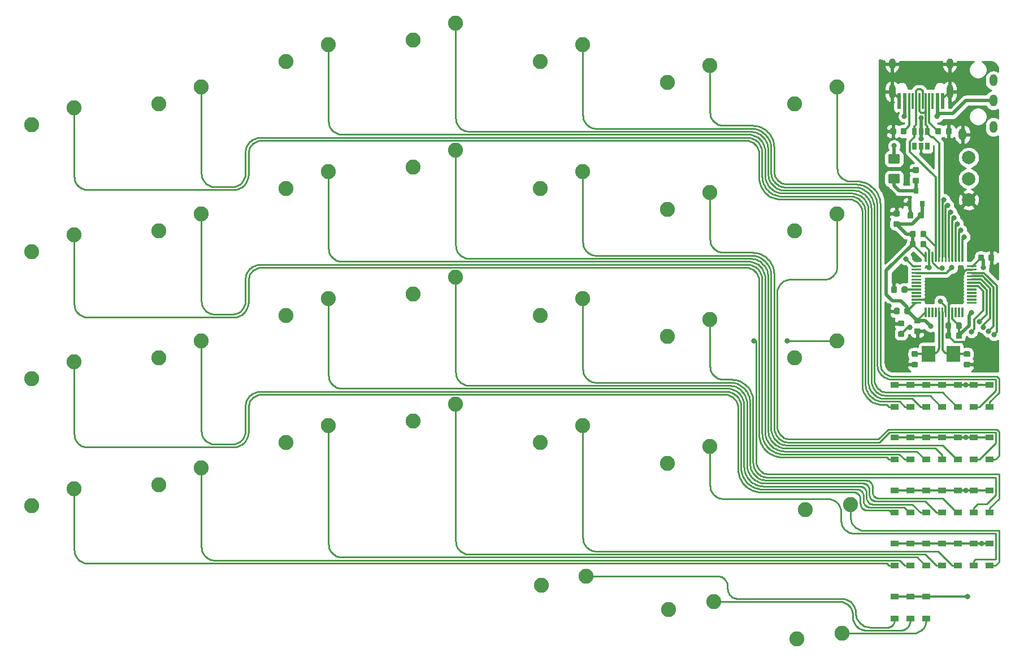
<source format=gbr>
G04 #@! TF.GenerationSoftware,KiCad,Pcbnew,(5.1.4-0)*
G04 #@! TF.CreationDate,2020-11-23T17:37:13+01:00*
G04 #@! TF.ProjectId,stm32split,73746d33-3273-4706-9c69-742e6b696361,rev?*
G04 #@! TF.SameCoordinates,Original*
G04 #@! TF.FileFunction,Copper,L1,Top*
G04 #@! TF.FilePolarity,Positive*
%FSLAX46Y46*%
G04 Gerber Fmt 4.6, Leading zero omitted, Abs format (unit mm)*
G04 Created by KiCad (PCBNEW (5.1.4-0)) date 2020-11-23 17:37:13*
%MOMM*%
%LPD*%
G04 APERTURE LIST*
%ADD10C,2.000000*%
%ADD11O,1.200000X1.800000*%
%ADD12R,2.000000X2.400000*%
%ADD13R,0.600000X2.450000*%
%ADD14R,0.300000X2.450000*%
%ADD15O,1.000000X2.100000*%
%ADD16O,1.000000X1.600000*%
%ADD17C,0.100000*%
%ADD18C,0.875000*%
%ADD19C,1.425000*%
%ADD20C,2.250000*%
%ADD21R,1.200000X0.900000*%
%ADD22R,0.800000X0.900000*%
%ADD23C,0.300000*%
%ADD24R,0.650000X1.060000*%
%ADD25C,0.800000*%
%ADD26C,0.250000*%
%ADD27C,0.300000*%
%ADD28C,0.500000*%
%ADD29C,0.254000*%
G04 APERTURE END LIST*
D10*
X198437500Y-100806250D03*
X198437500Y-97631250D03*
X198437500Y-94456250D03*
D11*
X197540000Y-90980000D03*
X202140000Y-89880000D03*
X202140000Y-85880000D03*
X202140000Y-82880000D03*
D12*
X192430000Y-123920000D03*
X196130000Y-123920000D03*
D13*
X188068750Y-85982500D03*
X194518750Y-85982500D03*
X188843750Y-85982500D03*
X193743750Y-85982500D03*
D14*
X193043750Y-85982500D03*
X189543750Y-85982500D03*
X192543750Y-85982500D03*
X190043750Y-85982500D03*
X192043750Y-85982500D03*
X190543750Y-85982500D03*
X191043750Y-85982500D03*
X191543750Y-85982500D03*
D15*
X195613750Y-84567500D03*
X186973750Y-84567500D03*
D16*
X195613750Y-80387500D03*
X186973750Y-80387500D03*
D17*
G36*
X187917691Y-103988553D02*
G01*
X187938926Y-103991703D01*
X187959750Y-103996919D01*
X187979962Y-104004151D01*
X187999368Y-104013330D01*
X188017781Y-104024366D01*
X188035024Y-104037154D01*
X188050930Y-104051570D01*
X188065346Y-104067476D01*
X188078134Y-104084719D01*
X188089170Y-104103132D01*
X188098349Y-104122538D01*
X188105581Y-104142750D01*
X188110797Y-104163574D01*
X188113947Y-104184809D01*
X188115000Y-104206250D01*
X188115000Y-104643750D01*
X188113947Y-104665191D01*
X188110797Y-104686426D01*
X188105581Y-104707250D01*
X188098349Y-104727462D01*
X188089170Y-104746868D01*
X188078134Y-104765281D01*
X188065346Y-104782524D01*
X188050930Y-104798430D01*
X188035024Y-104812846D01*
X188017781Y-104825634D01*
X187999368Y-104836670D01*
X187979962Y-104845849D01*
X187959750Y-104853081D01*
X187938926Y-104858297D01*
X187917691Y-104861447D01*
X187896250Y-104862500D01*
X187383750Y-104862500D01*
X187362309Y-104861447D01*
X187341074Y-104858297D01*
X187320250Y-104853081D01*
X187300038Y-104845849D01*
X187280632Y-104836670D01*
X187262219Y-104825634D01*
X187244976Y-104812846D01*
X187229070Y-104798430D01*
X187214654Y-104782524D01*
X187201866Y-104765281D01*
X187190830Y-104746868D01*
X187181651Y-104727462D01*
X187174419Y-104707250D01*
X187169203Y-104686426D01*
X187166053Y-104665191D01*
X187165000Y-104643750D01*
X187165000Y-104206250D01*
X187166053Y-104184809D01*
X187169203Y-104163574D01*
X187174419Y-104142750D01*
X187181651Y-104122538D01*
X187190830Y-104103132D01*
X187201866Y-104084719D01*
X187214654Y-104067476D01*
X187229070Y-104051570D01*
X187244976Y-104037154D01*
X187262219Y-104024366D01*
X187280632Y-104013330D01*
X187300038Y-104004151D01*
X187320250Y-103996919D01*
X187341074Y-103991703D01*
X187362309Y-103988553D01*
X187383750Y-103987500D01*
X187896250Y-103987500D01*
X187917691Y-103988553D01*
X187917691Y-103988553D01*
G37*
D18*
X187640000Y-104425000D03*
D17*
G36*
X187917691Y-102413553D02*
G01*
X187938926Y-102416703D01*
X187959750Y-102421919D01*
X187979962Y-102429151D01*
X187999368Y-102438330D01*
X188017781Y-102449366D01*
X188035024Y-102462154D01*
X188050930Y-102476570D01*
X188065346Y-102492476D01*
X188078134Y-102509719D01*
X188089170Y-102528132D01*
X188098349Y-102547538D01*
X188105581Y-102567750D01*
X188110797Y-102588574D01*
X188113947Y-102609809D01*
X188115000Y-102631250D01*
X188115000Y-103068750D01*
X188113947Y-103090191D01*
X188110797Y-103111426D01*
X188105581Y-103132250D01*
X188098349Y-103152462D01*
X188089170Y-103171868D01*
X188078134Y-103190281D01*
X188065346Y-103207524D01*
X188050930Y-103223430D01*
X188035024Y-103237846D01*
X188017781Y-103250634D01*
X187999368Y-103261670D01*
X187979962Y-103270849D01*
X187959750Y-103278081D01*
X187938926Y-103283297D01*
X187917691Y-103286447D01*
X187896250Y-103287500D01*
X187383750Y-103287500D01*
X187362309Y-103286447D01*
X187341074Y-103283297D01*
X187320250Y-103278081D01*
X187300038Y-103270849D01*
X187280632Y-103261670D01*
X187262219Y-103250634D01*
X187244976Y-103237846D01*
X187229070Y-103223430D01*
X187214654Y-103207524D01*
X187201866Y-103190281D01*
X187190830Y-103171868D01*
X187181651Y-103152462D01*
X187174419Y-103132250D01*
X187169203Y-103111426D01*
X187166053Y-103090191D01*
X187165000Y-103068750D01*
X187165000Y-102631250D01*
X187166053Y-102609809D01*
X187169203Y-102588574D01*
X187174419Y-102567750D01*
X187181651Y-102547538D01*
X187190830Y-102528132D01*
X187201866Y-102509719D01*
X187214654Y-102492476D01*
X187229070Y-102476570D01*
X187244976Y-102462154D01*
X187262219Y-102449366D01*
X187280632Y-102438330D01*
X187300038Y-102429151D01*
X187320250Y-102421919D01*
X187341074Y-102416703D01*
X187362309Y-102413553D01*
X187383750Y-102412500D01*
X187896250Y-102412500D01*
X187917691Y-102413553D01*
X187917691Y-102413553D01*
G37*
D18*
X187640000Y-102850000D03*
D17*
G36*
X197235191Y-120706053D02*
G01*
X197256426Y-120709203D01*
X197277250Y-120714419D01*
X197297462Y-120721651D01*
X197316868Y-120730830D01*
X197335281Y-120741866D01*
X197352524Y-120754654D01*
X197368430Y-120769070D01*
X197382846Y-120784976D01*
X197395634Y-120802219D01*
X197406670Y-120820632D01*
X197415849Y-120840038D01*
X197423081Y-120860250D01*
X197428297Y-120881074D01*
X197431447Y-120902309D01*
X197432500Y-120923750D01*
X197432500Y-121436250D01*
X197431447Y-121457691D01*
X197428297Y-121478926D01*
X197423081Y-121499750D01*
X197415849Y-121519962D01*
X197406670Y-121539368D01*
X197395634Y-121557781D01*
X197382846Y-121575024D01*
X197368430Y-121590930D01*
X197352524Y-121605346D01*
X197335281Y-121618134D01*
X197316868Y-121629170D01*
X197297462Y-121638349D01*
X197277250Y-121645581D01*
X197256426Y-121650797D01*
X197235191Y-121653947D01*
X197213750Y-121655000D01*
X196776250Y-121655000D01*
X196754809Y-121653947D01*
X196733574Y-121650797D01*
X196712750Y-121645581D01*
X196692538Y-121638349D01*
X196673132Y-121629170D01*
X196654719Y-121618134D01*
X196637476Y-121605346D01*
X196621570Y-121590930D01*
X196607154Y-121575024D01*
X196594366Y-121557781D01*
X196583330Y-121539368D01*
X196574151Y-121519962D01*
X196566919Y-121499750D01*
X196561703Y-121478926D01*
X196558553Y-121457691D01*
X196557500Y-121436250D01*
X196557500Y-120923750D01*
X196558553Y-120902309D01*
X196561703Y-120881074D01*
X196566919Y-120860250D01*
X196574151Y-120840038D01*
X196583330Y-120820632D01*
X196594366Y-120802219D01*
X196607154Y-120784976D01*
X196621570Y-120769070D01*
X196637476Y-120754654D01*
X196654719Y-120741866D01*
X196673132Y-120730830D01*
X196692538Y-120721651D01*
X196712750Y-120714419D01*
X196733574Y-120709203D01*
X196754809Y-120706053D01*
X196776250Y-120705000D01*
X197213750Y-120705000D01*
X197235191Y-120706053D01*
X197235191Y-120706053D01*
G37*
D18*
X196995000Y-121180000D03*
D17*
G36*
X195660191Y-120706053D02*
G01*
X195681426Y-120709203D01*
X195702250Y-120714419D01*
X195722462Y-120721651D01*
X195741868Y-120730830D01*
X195760281Y-120741866D01*
X195777524Y-120754654D01*
X195793430Y-120769070D01*
X195807846Y-120784976D01*
X195820634Y-120802219D01*
X195831670Y-120820632D01*
X195840849Y-120840038D01*
X195848081Y-120860250D01*
X195853297Y-120881074D01*
X195856447Y-120902309D01*
X195857500Y-120923750D01*
X195857500Y-121436250D01*
X195856447Y-121457691D01*
X195853297Y-121478926D01*
X195848081Y-121499750D01*
X195840849Y-121519962D01*
X195831670Y-121539368D01*
X195820634Y-121557781D01*
X195807846Y-121575024D01*
X195793430Y-121590930D01*
X195777524Y-121605346D01*
X195760281Y-121618134D01*
X195741868Y-121629170D01*
X195722462Y-121638349D01*
X195702250Y-121645581D01*
X195681426Y-121650797D01*
X195660191Y-121653947D01*
X195638750Y-121655000D01*
X195201250Y-121655000D01*
X195179809Y-121653947D01*
X195158574Y-121650797D01*
X195137750Y-121645581D01*
X195117538Y-121638349D01*
X195098132Y-121629170D01*
X195079719Y-121618134D01*
X195062476Y-121605346D01*
X195046570Y-121590930D01*
X195032154Y-121575024D01*
X195019366Y-121557781D01*
X195008330Y-121539368D01*
X194999151Y-121519962D01*
X194991919Y-121499750D01*
X194986703Y-121478926D01*
X194983553Y-121457691D01*
X194982500Y-121436250D01*
X194982500Y-120923750D01*
X194983553Y-120902309D01*
X194986703Y-120881074D01*
X194991919Y-120860250D01*
X194999151Y-120840038D01*
X195008330Y-120820632D01*
X195019366Y-120802219D01*
X195032154Y-120784976D01*
X195046570Y-120769070D01*
X195062476Y-120754654D01*
X195079719Y-120741866D01*
X195098132Y-120730830D01*
X195117538Y-120721651D01*
X195137750Y-120714419D01*
X195158574Y-120709203D01*
X195179809Y-120706053D01*
X195201250Y-120705000D01*
X195638750Y-120705000D01*
X195660191Y-120706053D01*
X195660191Y-120706053D01*
G37*
D18*
X195420000Y-121180000D03*
D17*
G36*
X197235191Y-119196053D02*
G01*
X197256426Y-119199203D01*
X197277250Y-119204419D01*
X197297462Y-119211651D01*
X197316868Y-119220830D01*
X197335281Y-119231866D01*
X197352524Y-119244654D01*
X197368430Y-119259070D01*
X197382846Y-119274976D01*
X197395634Y-119292219D01*
X197406670Y-119310632D01*
X197415849Y-119330038D01*
X197423081Y-119350250D01*
X197428297Y-119371074D01*
X197431447Y-119392309D01*
X197432500Y-119413750D01*
X197432500Y-119926250D01*
X197431447Y-119947691D01*
X197428297Y-119968926D01*
X197423081Y-119989750D01*
X197415849Y-120009962D01*
X197406670Y-120029368D01*
X197395634Y-120047781D01*
X197382846Y-120065024D01*
X197368430Y-120080930D01*
X197352524Y-120095346D01*
X197335281Y-120108134D01*
X197316868Y-120119170D01*
X197297462Y-120128349D01*
X197277250Y-120135581D01*
X197256426Y-120140797D01*
X197235191Y-120143947D01*
X197213750Y-120145000D01*
X196776250Y-120145000D01*
X196754809Y-120143947D01*
X196733574Y-120140797D01*
X196712750Y-120135581D01*
X196692538Y-120128349D01*
X196673132Y-120119170D01*
X196654719Y-120108134D01*
X196637476Y-120095346D01*
X196621570Y-120080930D01*
X196607154Y-120065024D01*
X196594366Y-120047781D01*
X196583330Y-120029368D01*
X196574151Y-120009962D01*
X196566919Y-119989750D01*
X196561703Y-119968926D01*
X196558553Y-119947691D01*
X196557500Y-119926250D01*
X196557500Y-119413750D01*
X196558553Y-119392309D01*
X196561703Y-119371074D01*
X196566919Y-119350250D01*
X196574151Y-119330038D01*
X196583330Y-119310632D01*
X196594366Y-119292219D01*
X196607154Y-119274976D01*
X196621570Y-119259070D01*
X196637476Y-119244654D01*
X196654719Y-119231866D01*
X196673132Y-119220830D01*
X196692538Y-119211651D01*
X196712750Y-119204419D01*
X196733574Y-119199203D01*
X196754809Y-119196053D01*
X196776250Y-119195000D01*
X197213750Y-119195000D01*
X197235191Y-119196053D01*
X197235191Y-119196053D01*
G37*
D18*
X196995000Y-119670000D03*
D17*
G36*
X195660191Y-119196053D02*
G01*
X195681426Y-119199203D01*
X195702250Y-119204419D01*
X195722462Y-119211651D01*
X195741868Y-119220830D01*
X195760281Y-119231866D01*
X195777524Y-119244654D01*
X195793430Y-119259070D01*
X195807846Y-119274976D01*
X195820634Y-119292219D01*
X195831670Y-119310632D01*
X195840849Y-119330038D01*
X195848081Y-119350250D01*
X195853297Y-119371074D01*
X195856447Y-119392309D01*
X195857500Y-119413750D01*
X195857500Y-119926250D01*
X195856447Y-119947691D01*
X195853297Y-119968926D01*
X195848081Y-119989750D01*
X195840849Y-120009962D01*
X195831670Y-120029368D01*
X195820634Y-120047781D01*
X195807846Y-120065024D01*
X195793430Y-120080930D01*
X195777524Y-120095346D01*
X195760281Y-120108134D01*
X195741868Y-120119170D01*
X195722462Y-120128349D01*
X195702250Y-120135581D01*
X195681426Y-120140797D01*
X195660191Y-120143947D01*
X195638750Y-120145000D01*
X195201250Y-120145000D01*
X195179809Y-120143947D01*
X195158574Y-120140797D01*
X195137750Y-120135581D01*
X195117538Y-120128349D01*
X195098132Y-120119170D01*
X195079719Y-120108134D01*
X195062476Y-120095346D01*
X195046570Y-120080930D01*
X195032154Y-120065024D01*
X195019366Y-120047781D01*
X195008330Y-120029368D01*
X194999151Y-120009962D01*
X194991919Y-119989750D01*
X194986703Y-119968926D01*
X194983553Y-119947691D01*
X194982500Y-119926250D01*
X194982500Y-119413750D01*
X194983553Y-119392309D01*
X194986703Y-119371074D01*
X194991919Y-119350250D01*
X194999151Y-119330038D01*
X195008330Y-119310632D01*
X195019366Y-119292219D01*
X195032154Y-119274976D01*
X195046570Y-119259070D01*
X195062476Y-119244654D01*
X195079719Y-119231866D01*
X195098132Y-119220830D01*
X195117538Y-119211651D01*
X195137750Y-119204419D01*
X195158574Y-119199203D01*
X195179809Y-119196053D01*
X195201250Y-119195000D01*
X195638750Y-119195000D01*
X195660191Y-119196053D01*
X195660191Y-119196053D01*
G37*
D18*
X195420000Y-119670000D03*
D17*
G36*
X189490191Y-116996053D02*
G01*
X189511426Y-116999203D01*
X189532250Y-117004419D01*
X189552462Y-117011651D01*
X189571868Y-117020830D01*
X189590281Y-117031866D01*
X189607524Y-117044654D01*
X189623430Y-117059070D01*
X189637846Y-117074976D01*
X189650634Y-117092219D01*
X189661670Y-117110632D01*
X189670849Y-117130038D01*
X189678081Y-117150250D01*
X189683297Y-117171074D01*
X189686447Y-117192309D01*
X189687500Y-117213750D01*
X189687500Y-117726250D01*
X189686447Y-117747691D01*
X189683297Y-117768926D01*
X189678081Y-117789750D01*
X189670849Y-117809962D01*
X189661670Y-117829368D01*
X189650634Y-117847781D01*
X189637846Y-117865024D01*
X189623430Y-117880930D01*
X189607524Y-117895346D01*
X189590281Y-117908134D01*
X189571868Y-117919170D01*
X189552462Y-117928349D01*
X189532250Y-117935581D01*
X189511426Y-117940797D01*
X189490191Y-117943947D01*
X189468750Y-117945000D01*
X189031250Y-117945000D01*
X189009809Y-117943947D01*
X188988574Y-117940797D01*
X188967750Y-117935581D01*
X188947538Y-117928349D01*
X188928132Y-117919170D01*
X188909719Y-117908134D01*
X188892476Y-117895346D01*
X188876570Y-117880930D01*
X188862154Y-117865024D01*
X188849366Y-117847781D01*
X188838330Y-117829368D01*
X188829151Y-117809962D01*
X188821919Y-117789750D01*
X188816703Y-117768926D01*
X188813553Y-117747691D01*
X188812500Y-117726250D01*
X188812500Y-117213750D01*
X188813553Y-117192309D01*
X188816703Y-117171074D01*
X188821919Y-117150250D01*
X188829151Y-117130038D01*
X188838330Y-117110632D01*
X188849366Y-117092219D01*
X188862154Y-117074976D01*
X188876570Y-117059070D01*
X188892476Y-117044654D01*
X188909719Y-117031866D01*
X188928132Y-117020830D01*
X188947538Y-117011651D01*
X188967750Y-117004419D01*
X188988574Y-116999203D01*
X189009809Y-116996053D01*
X189031250Y-116995000D01*
X189468750Y-116995000D01*
X189490191Y-116996053D01*
X189490191Y-116996053D01*
G37*
D18*
X189250000Y-117470000D03*
D17*
G36*
X187915191Y-116996053D02*
G01*
X187936426Y-116999203D01*
X187957250Y-117004419D01*
X187977462Y-117011651D01*
X187996868Y-117020830D01*
X188015281Y-117031866D01*
X188032524Y-117044654D01*
X188048430Y-117059070D01*
X188062846Y-117074976D01*
X188075634Y-117092219D01*
X188086670Y-117110632D01*
X188095849Y-117130038D01*
X188103081Y-117150250D01*
X188108297Y-117171074D01*
X188111447Y-117192309D01*
X188112500Y-117213750D01*
X188112500Y-117726250D01*
X188111447Y-117747691D01*
X188108297Y-117768926D01*
X188103081Y-117789750D01*
X188095849Y-117809962D01*
X188086670Y-117829368D01*
X188075634Y-117847781D01*
X188062846Y-117865024D01*
X188048430Y-117880930D01*
X188032524Y-117895346D01*
X188015281Y-117908134D01*
X187996868Y-117919170D01*
X187977462Y-117928349D01*
X187957250Y-117935581D01*
X187936426Y-117940797D01*
X187915191Y-117943947D01*
X187893750Y-117945000D01*
X187456250Y-117945000D01*
X187434809Y-117943947D01*
X187413574Y-117940797D01*
X187392750Y-117935581D01*
X187372538Y-117928349D01*
X187353132Y-117919170D01*
X187334719Y-117908134D01*
X187317476Y-117895346D01*
X187301570Y-117880930D01*
X187287154Y-117865024D01*
X187274366Y-117847781D01*
X187263330Y-117829368D01*
X187254151Y-117809962D01*
X187246919Y-117789750D01*
X187241703Y-117768926D01*
X187238553Y-117747691D01*
X187237500Y-117726250D01*
X187237500Y-117213750D01*
X187238553Y-117192309D01*
X187241703Y-117171074D01*
X187246919Y-117150250D01*
X187254151Y-117130038D01*
X187263330Y-117110632D01*
X187274366Y-117092219D01*
X187287154Y-117074976D01*
X187301570Y-117059070D01*
X187317476Y-117044654D01*
X187334719Y-117031866D01*
X187353132Y-117020830D01*
X187372538Y-117011651D01*
X187392750Y-117004419D01*
X187413574Y-116999203D01*
X187434809Y-116996053D01*
X187456250Y-116995000D01*
X187893750Y-116995000D01*
X187915191Y-116996053D01*
X187915191Y-116996053D01*
G37*
D18*
X187675000Y-117470000D03*
D17*
G36*
X190312691Y-106986053D02*
G01*
X190333926Y-106989203D01*
X190354750Y-106994419D01*
X190374962Y-107001651D01*
X190394368Y-107010830D01*
X190412781Y-107021866D01*
X190430024Y-107034654D01*
X190445930Y-107049070D01*
X190460346Y-107064976D01*
X190473134Y-107082219D01*
X190484170Y-107100632D01*
X190493349Y-107120038D01*
X190500581Y-107140250D01*
X190505797Y-107161074D01*
X190508947Y-107182309D01*
X190510000Y-107203750D01*
X190510000Y-107716250D01*
X190508947Y-107737691D01*
X190505797Y-107758926D01*
X190500581Y-107779750D01*
X190493349Y-107799962D01*
X190484170Y-107819368D01*
X190473134Y-107837781D01*
X190460346Y-107855024D01*
X190445930Y-107870930D01*
X190430024Y-107885346D01*
X190412781Y-107898134D01*
X190394368Y-107909170D01*
X190374962Y-107918349D01*
X190354750Y-107925581D01*
X190333926Y-107930797D01*
X190312691Y-107933947D01*
X190291250Y-107935000D01*
X189853750Y-107935000D01*
X189832309Y-107933947D01*
X189811074Y-107930797D01*
X189790250Y-107925581D01*
X189770038Y-107918349D01*
X189750632Y-107909170D01*
X189732219Y-107898134D01*
X189714976Y-107885346D01*
X189699070Y-107870930D01*
X189684654Y-107855024D01*
X189671866Y-107837781D01*
X189660830Y-107819368D01*
X189651651Y-107799962D01*
X189644419Y-107779750D01*
X189639203Y-107758926D01*
X189636053Y-107737691D01*
X189635000Y-107716250D01*
X189635000Y-107203750D01*
X189636053Y-107182309D01*
X189639203Y-107161074D01*
X189644419Y-107140250D01*
X189651651Y-107120038D01*
X189660830Y-107100632D01*
X189671866Y-107082219D01*
X189684654Y-107064976D01*
X189699070Y-107049070D01*
X189714976Y-107034654D01*
X189732219Y-107021866D01*
X189750632Y-107010830D01*
X189770038Y-107001651D01*
X189790250Y-106994419D01*
X189811074Y-106989203D01*
X189832309Y-106986053D01*
X189853750Y-106985000D01*
X190291250Y-106985000D01*
X190312691Y-106986053D01*
X190312691Y-106986053D01*
G37*
D18*
X190072500Y-107460000D03*
D17*
G36*
X191887691Y-106986053D02*
G01*
X191908926Y-106989203D01*
X191929750Y-106994419D01*
X191949962Y-107001651D01*
X191969368Y-107010830D01*
X191987781Y-107021866D01*
X192005024Y-107034654D01*
X192020930Y-107049070D01*
X192035346Y-107064976D01*
X192048134Y-107082219D01*
X192059170Y-107100632D01*
X192068349Y-107120038D01*
X192075581Y-107140250D01*
X192080797Y-107161074D01*
X192083947Y-107182309D01*
X192085000Y-107203750D01*
X192085000Y-107716250D01*
X192083947Y-107737691D01*
X192080797Y-107758926D01*
X192075581Y-107779750D01*
X192068349Y-107799962D01*
X192059170Y-107819368D01*
X192048134Y-107837781D01*
X192035346Y-107855024D01*
X192020930Y-107870930D01*
X192005024Y-107885346D01*
X191987781Y-107898134D01*
X191969368Y-107909170D01*
X191949962Y-107918349D01*
X191929750Y-107925581D01*
X191908926Y-107930797D01*
X191887691Y-107933947D01*
X191866250Y-107935000D01*
X191428750Y-107935000D01*
X191407309Y-107933947D01*
X191386074Y-107930797D01*
X191365250Y-107925581D01*
X191345038Y-107918349D01*
X191325632Y-107909170D01*
X191307219Y-107898134D01*
X191289976Y-107885346D01*
X191274070Y-107870930D01*
X191259654Y-107855024D01*
X191246866Y-107837781D01*
X191235830Y-107819368D01*
X191226651Y-107799962D01*
X191219419Y-107779750D01*
X191214203Y-107758926D01*
X191211053Y-107737691D01*
X191210000Y-107716250D01*
X191210000Y-107203750D01*
X191211053Y-107182309D01*
X191214203Y-107161074D01*
X191219419Y-107140250D01*
X191226651Y-107120038D01*
X191235830Y-107100632D01*
X191246866Y-107082219D01*
X191259654Y-107064976D01*
X191274070Y-107049070D01*
X191289976Y-107034654D01*
X191307219Y-107021866D01*
X191325632Y-107010830D01*
X191345038Y-107001651D01*
X191365250Y-106994419D01*
X191386074Y-106989203D01*
X191407309Y-106986053D01*
X191428750Y-106985000D01*
X191866250Y-106985000D01*
X191887691Y-106986053D01*
X191887691Y-106986053D01*
G37*
D18*
X191647500Y-107460000D03*
D17*
G36*
X200520191Y-108996053D02*
G01*
X200541426Y-108999203D01*
X200562250Y-109004419D01*
X200582462Y-109011651D01*
X200601868Y-109020830D01*
X200620281Y-109031866D01*
X200637524Y-109044654D01*
X200653430Y-109059070D01*
X200667846Y-109074976D01*
X200680634Y-109092219D01*
X200691670Y-109110632D01*
X200700849Y-109130038D01*
X200708081Y-109150250D01*
X200713297Y-109171074D01*
X200716447Y-109192309D01*
X200717500Y-109213750D01*
X200717500Y-109726250D01*
X200716447Y-109747691D01*
X200713297Y-109768926D01*
X200708081Y-109789750D01*
X200700849Y-109809962D01*
X200691670Y-109829368D01*
X200680634Y-109847781D01*
X200667846Y-109865024D01*
X200653430Y-109880930D01*
X200637524Y-109895346D01*
X200620281Y-109908134D01*
X200601868Y-109919170D01*
X200582462Y-109928349D01*
X200562250Y-109935581D01*
X200541426Y-109940797D01*
X200520191Y-109943947D01*
X200498750Y-109945000D01*
X200061250Y-109945000D01*
X200039809Y-109943947D01*
X200018574Y-109940797D01*
X199997750Y-109935581D01*
X199977538Y-109928349D01*
X199958132Y-109919170D01*
X199939719Y-109908134D01*
X199922476Y-109895346D01*
X199906570Y-109880930D01*
X199892154Y-109865024D01*
X199879366Y-109847781D01*
X199868330Y-109829368D01*
X199859151Y-109809962D01*
X199851919Y-109789750D01*
X199846703Y-109768926D01*
X199843553Y-109747691D01*
X199842500Y-109726250D01*
X199842500Y-109213750D01*
X199843553Y-109192309D01*
X199846703Y-109171074D01*
X199851919Y-109150250D01*
X199859151Y-109130038D01*
X199868330Y-109110632D01*
X199879366Y-109092219D01*
X199892154Y-109074976D01*
X199906570Y-109059070D01*
X199922476Y-109044654D01*
X199939719Y-109031866D01*
X199958132Y-109020830D01*
X199977538Y-109011651D01*
X199997750Y-109004419D01*
X200018574Y-108999203D01*
X200039809Y-108996053D01*
X200061250Y-108995000D01*
X200498750Y-108995000D01*
X200520191Y-108996053D01*
X200520191Y-108996053D01*
G37*
D18*
X200280000Y-109470000D03*
D17*
G36*
X202095191Y-108996053D02*
G01*
X202116426Y-108999203D01*
X202137250Y-109004419D01*
X202157462Y-109011651D01*
X202176868Y-109020830D01*
X202195281Y-109031866D01*
X202212524Y-109044654D01*
X202228430Y-109059070D01*
X202242846Y-109074976D01*
X202255634Y-109092219D01*
X202266670Y-109110632D01*
X202275849Y-109130038D01*
X202283081Y-109150250D01*
X202288297Y-109171074D01*
X202291447Y-109192309D01*
X202292500Y-109213750D01*
X202292500Y-109726250D01*
X202291447Y-109747691D01*
X202288297Y-109768926D01*
X202283081Y-109789750D01*
X202275849Y-109809962D01*
X202266670Y-109829368D01*
X202255634Y-109847781D01*
X202242846Y-109865024D01*
X202228430Y-109880930D01*
X202212524Y-109895346D01*
X202195281Y-109908134D01*
X202176868Y-109919170D01*
X202157462Y-109928349D01*
X202137250Y-109935581D01*
X202116426Y-109940797D01*
X202095191Y-109943947D01*
X202073750Y-109945000D01*
X201636250Y-109945000D01*
X201614809Y-109943947D01*
X201593574Y-109940797D01*
X201572750Y-109935581D01*
X201552538Y-109928349D01*
X201533132Y-109919170D01*
X201514719Y-109908134D01*
X201497476Y-109895346D01*
X201481570Y-109880930D01*
X201467154Y-109865024D01*
X201454366Y-109847781D01*
X201443330Y-109829368D01*
X201434151Y-109809962D01*
X201426919Y-109789750D01*
X201421703Y-109768926D01*
X201418553Y-109747691D01*
X201417500Y-109726250D01*
X201417500Y-109213750D01*
X201418553Y-109192309D01*
X201421703Y-109171074D01*
X201426919Y-109150250D01*
X201434151Y-109130038D01*
X201443330Y-109110632D01*
X201454366Y-109092219D01*
X201467154Y-109074976D01*
X201481570Y-109059070D01*
X201497476Y-109044654D01*
X201514719Y-109031866D01*
X201533132Y-109020830D01*
X201552538Y-109011651D01*
X201572750Y-109004419D01*
X201593574Y-108999203D01*
X201614809Y-108996053D01*
X201636250Y-108995000D01*
X202073750Y-108995000D01*
X202095191Y-108996053D01*
X202095191Y-108996053D01*
G37*
D18*
X201855000Y-109470000D03*
D17*
G36*
X191027691Y-118493553D02*
G01*
X191048926Y-118496703D01*
X191069750Y-118501919D01*
X191089962Y-118509151D01*
X191109368Y-118518330D01*
X191127781Y-118529366D01*
X191145024Y-118542154D01*
X191160930Y-118556570D01*
X191175346Y-118572476D01*
X191188134Y-118589719D01*
X191199170Y-118608132D01*
X191208349Y-118627538D01*
X191215581Y-118647750D01*
X191220797Y-118668574D01*
X191223947Y-118689809D01*
X191225000Y-118711250D01*
X191225000Y-119148750D01*
X191223947Y-119170191D01*
X191220797Y-119191426D01*
X191215581Y-119212250D01*
X191208349Y-119232462D01*
X191199170Y-119251868D01*
X191188134Y-119270281D01*
X191175346Y-119287524D01*
X191160930Y-119303430D01*
X191145024Y-119317846D01*
X191127781Y-119330634D01*
X191109368Y-119341670D01*
X191089962Y-119350849D01*
X191069750Y-119358081D01*
X191048926Y-119363297D01*
X191027691Y-119366447D01*
X191006250Y-119367500D01*
X190493750Y-119367500D01*
X190472309Y-119366447D01*
X190451074Y-119363297D01*
X190430250Y-119358081D01*
X190410038Y-119350849D01*
X190390632Y-119341670D01*
X190372219Y-119330634D01*
X190354976Y-119317846D01*
X190339070Y-119303430D01*
X190324654Y-119287524D01*
X190311866Y-119270281D01*
X190300830Y-119251868D01*
X190291651Y-119232462D01*
X190284419Y-119212250D01*
X190279203Y-119191426D01*
X190276053Y-119170191D01*
X190275000Y-119148750D01*
X190275000Y-118711250D01*
X190276053Y-118689809D01*
X190279203Y-118668574D01*
X190284419Y-118647750D01*
X190291651Y-118627538D01*
X190300830Y-118608132D01*
X190311866Y-118589719D01*
X190324654Y-118572476D01*
X190339070Y-118556570D01*
X190354976Y-118542154D01*
X190372219Y-118529366D01*
X190390632Y-118518330D01*
X190410038Y-118509151D01*
X190430250Y-118501919D01*
X190451074Y-118496703D01*
X190472309Y-118493553D01*
X190493750Y-118492500D01*
X191006250Y-118492500D01*
X191027691Y-118493553D01*
X191027691Y-118493553D01*
G37*
D18*
X190750000Y-118930000D03*
D17*
G36*
X191027691Y-120068553D02*
G01*
X191048926Y-120071703D01*
X191069750Y-120076919D01*
X191089962Y-120084151D01*
X191109368Y-120093330D01*
X191127781Y-120104366D01*
X191145024Y-120117154D01*
X191160930Y-120131570D01*
X191175346Y-120147476D01*
X191188134Y-120164719D01*
X191199170Y-120183132D01*
X191208349Y-120202538D01*
X191215581Y-120222750D01*
X191220797Y-120243574D01*
X191223947Y-120264809D01*
X191225000Y-120286250D01*
X191225000Y-120723750D01*
X191223947Y-120745191D01*
X191220797Y-120766426D01*
X191215581Y-120787250D01*
X191208349Y-120807462D01*
X191199170Y-120826868D01*
X191188134Y-120845281D01*
X191175346Y-120862524D01*
X191160930Y-120878430D01*
X191145024Y-120892846D01*
X191127781Y-120905634D01*
X191109368Y-120916670D01*
X191089962Y-120925849D01*
X191069750Y-120933081D01*
X191048926Y-120938297D01*
X191027691Y-120941447D01*
X191006250Y-120942500D01*
X190493750Y-120942500D01*
X190472309Y-120941447D01*
X190451074Y-120938297D01*
X190430250Y-120933081D01*
X190410038Y-120925849D01*
X190390632Y-120916670D01*
X190372219Y-120905634D01*
X190354976Y-120892846D01*
X190339070Y-120878430D01*
X190324654Y-120862524D01*
X190311866Y-120845281D01*
X190300830Y-120826868D01*
X190291651Y-120807462D01*
X190284419Y-120787250D01*
X190279203Y-120766426D01*
X190276053Y-120745191D01*
X190275000Y-120723750D01*
X190275000Y-120286250D01*
X190276053Y-120264809D01*
X190279203Y-120243574D01*
X190284419Y-120222750D01*
X190291651Y-120202538D01*
X190300830Y-120183132D01*
X190311866Y-120164719D01*
X190324654Y-120147476D01*
X190339070Y-120131570D01*
X190354976Y-120117154D01*
X190372219Y-120104366D01*
X190390632Y-120093330D01*
X190410038Y-120084151D01*
X190430250Y-120076919D01*
X190451074Y-120071703D01*
X190472309Y-120068553D01*
X190493750Y-120067500D01*
X191006250Y-120067500D01*
X191027691Y-120068553D01*
X191027691Y-120068553D01*
G37*
D18*
X190750000Y-120505000D03*
D17*
G36*
X191890191Y-105466053D02*
G01*
X191911426Y-105469203D01*
X191932250Y-105474419D01*
X191952462Y-105481651D01*
X191971868Y-105490830D01*
X191990281Y-105501866D01*
X192007524Y-105514654D01*
X192023430Y-105529070D01*
X192037846Y-105544976D01*
X192050634Y-105562219D01*
X192061670Y-105580632D01*
X192070849Y-105600038D01*
X192078081Y-105620250D01*
X192083297Y-105641074D01*
X192086447Y-105662309D01*
X192087500Y-105683750D01*
X192087500Y-106196250D01*
X192086447Y-106217691D01*
X192083297Y-106238926D01*
X192078081Y-106259750D01*
X192070849Y-106279962D01*
X192061670Y-106299368D01*
X192050634Y-106317781D01*
X192037846Y-106335024D01*
X192023430Y-106350930D01*
X192007524Y-106365346D01*
X191990281Y-106378134D01*
X191971868Y-106389170D01*
X191952462Y-106398349D01*
X191932250Y-106405581D01*
X191911426Y-106410797D01*
X191890191Y-106413947D01*
X191868750Y-106415000D01*
X191431250Y-106415000D01*
X191409809Y-106413947D01*
X191388574Y-106410797D01*
X191367750Y-106405581D01*
X191347538Y-106398349D01*
X191328132Y-106389170D01*
X191309719Y-106378134D01*
X191292476Y-106365346D01*
X191276570Y-106350930D01*
X191262154Y-106335024D01*
X191249366Y-106317781D01*
X191238330Y-106299368D01*
X191229151Y-106279962D01*
X191221919Y-106259750D01*
X191216703Y-106238926D01*
X191213553Y-106217691D01*
X191212500Y-106196250D01*
X191212500Y-105683750D01*
X191213553Y-105662309D01*
X191216703Y-105641074D01*
X191221919Y-105620250D01*
X191229151Y-105600038D01*
X191238330Y-105580632D01*
X191249366Y-105562219D01*
X191262154Y-105544976D01*
X191276570Y-105529070D01*
X191292476Y-105514654D01*
X191309719Y-105501866D01*
X191328132Y-105490830D01*
X191347538Y-105481651D01*
X191367750Y-105474419D01*
X191388574Y-105469203D01*
X191409809Y-105466053D01*
X191431250Y-105465000D01*
X191868750Y-105465000D01*
X191890191Y-105466053D01*
X191890191Y-105466053D01*
G37*
D18*
X191650000Y-105940000D03*
D17*
G36*
X190315191Y-105466053D02*
G01*
X190336426Y-105469203D01*
X190357250Y-105474419D01*
X190377462Y-105481651D01*
X190396868Y-105490830D01*
X190415281Y-105501866D01*
X190432524Y-105514654D01*
X190448430Y-105529070D01*
X190462846Y-105544976D01*
X190475634Y-105562219D01*
X190486670Y-105580632D01*
X190495849Y-105600038D01*
X190503081Y-105620250D01*
X190508297Y-105641074D01*
X190511447Y-105662309D01*
X190512500Y-105683750D01*
X190512500Y-106196250D01*
X190511447Y-106217691D01*
X190508297Y-106238926D01*
X190503081Y-106259750D01*
X190495849Y-106279962D01*
X190486670Y-106299368D01*
X190475634Y-106317781D01*
X190462846Y-106335024D01*
X190448430Y-106350930D01*
X190432524Y-106365346D01*
X190415281Y-106378134D01*
X190396868Y-106389170D01*
X190377462Y-106398349D01*
X190357250Y-106405581D01*
X190336426Y-106410797D01*
X190315191Y-106413947D01*
X190293750Y-106415000D01*
X189856250Y-106415000D01*
X189834809Y-106413947D01*
X189813574Y-106410797D01*
X189792750Y-106405581D01*
X189772538Y-106398349D01*
X189753132Y-106389170D01*
X189734719Y-106378134D01*
X189717476Y-106365346D01*
X189701570Y-106350930D01*
X189687154Y-106335024D01*
X189674366Y-106317781D01*
X189663330Y-106299368D01*
X189654151Y-106279962D01*
X189646919Y-106259750D01*
X189641703Y-106238926D01*
X189638553Y-106217691D01*
X189637500Y-106196250D01*
X189637500Y-105683750D01*
X189638553Y-105662309D01*
X189641703Y-105641074D01*
X189646919Y-105620250D01*
X189654151Y-105600038D01*
X189663330Y-105580632D01*
X189674366Y-105562219D01*
X189687154Y-105544976D01*
X189701570Y-105529070D01*
X189717476Y-105514654D01*
X189734719Y-105501866D01*
X189753132Y-105490830D01*
X189772538Y-105481651D01*
X189792750Y-105474419D01*
X189813574Y-105469203D01*
X189834809Y-105466053D01*
X189856250Y-105465000D01*
X190293750Y-105465000D01*
X190315191Y-105466053D01*
X190315191Y-105466053D01*
G37*
D18*
X190075000Y-105940000D03*
D17*
G36*
X188950191Y-90036053D02*
G01*
X188971426Y-90039203D01*
X188992250Y-90044419D01*
X189012462Y-90051651D01*
X189031868Y-90060830D01*
X189050281Y-90071866D01*
X189067524Y-90084654D01*
X189083430Y-90099070D01*
X189097846Y-90114976D01*
X189110634Y-90132219D01*
X189121670Y-90150632D01*
X189130849Y-90170038D01*
X189138081Y-90190250D01*
X189143297Y-90211074D01*
X189146447Y-90232309D01*
X189147500Y-90253750D01*
X189147500Y-90766250D01*
X189146447Y-90787691D01*
X189143297Y-90808926D01*
X189138081Y-90829750D01*
X189130849Y-90849962D01*
X189121670Y-90869368D01*
X189110634Y-90887781D01*
X189097846Y-90905024D01*
X189083430Y-90920930D01*
X189067524Y-90935346D01*
X189050281Y-90948134D01*
X189031868Y-90959170D01*
X189012462Y-90968349D01*
X188992250Y-90975581D01*
X188971426Y-90980797D01*
X188950191Y-90983947D01*
X188928750Y-90985000D01*
X188491250Y-90985000D01*
X188469809Y-90983947D01*
X188448574Y-90980797D01*
X188427750Y-90975581D01*
X188407538Y-90968349D01*
X188388132Y-90959170D01*
X188369719Y-90948134D01*
X188352476Y-90935346D01*
X188336570Y-90920930D01*
X188322154Y-90905024D01*
X188309366Y-90887781D01*
X188298330Y-90869368D01*
X188289151Y-90849962D01*
X188281919Y-90829750D01*
X188276703Y-90808926D01*
X188273553Y-90787691D01*
X188272500Y-90766250D01*
X188272500Y-90253750D01*
X188273553Y-90232309D01*
X188276703Y-90211074D01*
X188281919Y-90190250D01*
X188289151Y-90170038D01*
X188298330Y-90150632D01*
X188309366Y-90132219D01*
X188322154Y-90114976D01*
X188336570Y-90099070D01*
X188352476Y-90084654D01*
X188369719Y-90071866D01*
X188388132Y-90060830D01*
X188407538Y-90051651D01*
X188427750Y-90044419D01*
X188448574Y-90039203D01*
X188469809Y-90036053D01*
X188491250Y-90035000D01*
X188928750Y-90035000D01*
X188950191Y-90036053D01*
X188950191Y-90036053D01*
G37*
D18*
X188710000Y-90510000D03*
D17*
G36*
X187375191Y-90036053D02*
G01*
X187396426Y-90039203D01*
X187417250Y-90044419D01*
X187437462Y-90051651D01*
X187456868Y-90060830D01*
X187475281Y-90071866D01*
X187492524Y-90084654D01*
X187508430Y-90099070D01*
X187522846Y-90114976D01*
X187535634Y-90132219D01*
X187546670Y-90150632D01*
X187555849Y-90170038D01*
X187563081Y-90190250D01*
X187568297Y-90211074D01*
X187571447Y-90232309D01*
X187572500Y-90253750D01*
X187572500Y-90766250D01*
X187571447Y-90787691D01*
X187568297Y-90808926D01*
X187563081Y-90829750D01*
X187555849Y-90849962D01*
X187546670Y-90869368D01*
X187535634Y-90887781D01*
X187522846Y-90905024D01*
X187508430Y-90920930D01*
X187492524Y-90935346D01*
X187475281Y-90948134D01*
X187456868Y-90959170D01*
X187437462Y-90968349D01*
X187417250Y-90975581D01*
X187396426Y-90980797D01*
X187375191Y-90983947D01*
X187353750Y-90985000D01*
X186916250Y-90985000D01*
X186894809Y-90983947D01*
X186873574Y-90980797D01*
X186852750Y-90975581D01*
X186832538Y-90968349D01*
X186813132Y-90959170D01*
X186794719Y-90948134D01*
X186777476Y-90935346D01*
X186761570Y-90920930D01*
X186747154Y-90905024D01*
X186734366Y-90887781D01*
X186723330Y-90869368D01*
X186714151Y-90849962D01*
X186706919Y-90829750D01*
X186701703Y-90808926D01*
X186698553Y-90787691D01*
X186697500Y-90766250D01*
X186697500Y-90253750D01*
X186698553Y-90232309D01*
X186701703Y-90211074D01*
X186706919Y-90190250D01*
X186714151Y-90170038D01*
X186723330Y-90150632D01*
X186734366Y-90132219D01*
X186747154Y-90114976D01*
X186761570Y-90099070D01*
X186777476Y-90084654D01*
X186794719Y-90071866D01*
X186813132Y-90060830D01*
X186832538Y-90051651D01*
X186852750Y-90044419D01*
X186873574Y-90039203D01*
X186894809Y-90036053D01*
X186916250Y-90035000D01*
X187353750Y-90035000D01*
X187375191Y-90036053D01*
X187375191Y-90036053D01*
G37*
D18*
X187135000Y-90510000D03*
D17*
G36*
X194132691Y-90036053D02*
G01*
X194153926Y-90039203D01*
X194174750Y-90044419D01*
X194194962Y-90051651D01*
X194214368Y-90060830D01*
X194232781Y-90071866D01*
X194250024Y-90084654D01*
X194265930Y-90099070D01*
X194280346Y-90114976D01*
X194293134Y-90132219D01*
X194304170Y-90150632D01*
X194313349Y-90170038D01*
X194320581Y-90190250D01*
X194325797Y-90211074D01*
X194328947Y-90232309D01*
X194330000Y-90253750D01*
X194330000Y-90766250D01*
X194328947Y-90787691D01*
X194325797Y-90808926D01*
X194320581Y-90829750D01*
X194313349Y-90849962D01*
X194304170Y-90869368D01*
X194293134Y-90887781D01*
X194280346Y-90905024D01*
X194265930Y-90920930D01*
X194250024Y-90935346D01*
X194232781Y-90948134D01*
X194214368Y-90959170D01*
X194194962Y-90968349D01*
X194174750Y-90975581D01*
X194153926Y-90980797D01*
X194132691Y-90983947D01*
X194111250Y-90985000D01*
X193673750Y-90985000D01*
X193652309Y-90983947D01*
X193631074Y-90980797D01*
X193610250Y-90975581D01*
X193590038Y-90968349D01*
X193570632Y-90959170D01*
X193552219Y-90948134D01*
X193534976Y-90935346D01*
X193519070Y-90920930D01*
X193504654Y-90905024D01*
X193491866Y-90887781D01*
X193480830Y-90869368D01*
X193471651Y-90849962D01*
X193464419Y-90829750D01*
X193459203Y-90808926D01*
X193456053Y-90787691D01*
X193455000Y-90766250D01*
X193455000Y-90253750D01*
X193456053Y-90232309D01*
X193459203Y-90211074D01*
X193464419Y-90190250D01*
X193471651Y-90170038D01*
X193480830Y-90150632D01*
X193491866Y-90132219D01*
X193504654Y-90114976D01*
X193519070Y-90099070D01*
X193534976Y-90084654D01*
X193552219Y-90071866D01*
X193570632Y-90060830D01*
X193590038Y-90051651D01*
X193610250Y-90044419D01*
X193631074Y-90039203D01*
X193652309Y-90036053D01*
X193673750Y-90035000D01*
X194111250Y-90035000D01*
X194132691Y-90036053D01*
X194132691Y-90036053D01*
G37*
D18*
X193892500Y-90510000D03*
D17*
G36*
X195707691Y-90036053D02*
G01*
X195728926Y-90039203D01*
X195749750Y-90044419D01*
X195769962Y-90051651D01*
X195789368Y-90060830D01*
X195807781Y-90071866D01*
X195825024Y-90084654D01*
X195840930Y-90099070D01*
X195855346Y-90114976D01*
X195868134Y-90132219D01*
X195879170Y-90150632D01*
X195888349Y-90170038D01*
X195895581Y-90190250D01*
X195900797Y-90211074D01*
X195903947Y-90232309D01*
X195905000Y-90253750D01*
X195905000Y-90766250D01*
X195903947Y-90787691D01*
X195900797Y-90808926D01*
X195895581Y-90829750D01*
X195888349Y-90849962D01*
X195879170Y-90869368D01*
X195868134Y-90887781D01*
X195855346Y-90905024D01*
X195840930Y-90920930D01*
X195825024Y-90935346D01*
X195807781Y-90948134D01*
X195789368Y-90959170D01*
X195769962Y-90968349D01*
X195749750Y-90975581D01*
X195728926Y-90980797D01*
X195707691Y-90983947D01*
X195686250Y-90985000D01*
X195248750Y-90985000D01*
X195227309Y-90983947D01*
X195206074Y-90980797D01*
X195185250Y-90975581D01*
X195165038Y-90968349D01*
X195145632Y-90959170D01*
X195127219Y-90948134D01*
X195109976Y-90935346D01*
X195094070Y-90920930D01*
X195079654Y-90905024D01*
X195066866Y-90887781D01*
X195055830Y-90869368D01*
X195046651Y-90849962D01*
X195039419Y-90829750D01*
X195034203Y-90808926D01*
X195031053Y-90787691D01*
X195030000Y-90766250D01*
X195030000Y-90253750D01*
X195031053Y-90232309D01*
X195034203Y-90211074D01*
X195039419Y-90190250D01*
X195046651Y-90170038D01*
X195055830Y-90150632D01*
X195066866Y-90132219D01*
X195079654Y-90114976D01*
X195094070Y-90099070D01*
X195109976Y-90084654D01*
X195127219Y-90071866D01*
X195145632Y-90060830D01*
X195165038Y-90051651D01*
X195185250Y-90044419D01*
X195206074Y-90039203D01*
X195227309Y-90036053D01*
X195248750Y-90035000D01*
X195686250Y-90035000D01*
X195707691Y-90036053D01*
X195707691Y-90036053D01*
G37*
D18*
X195467500Y-90510000D03*
D17*
G36*
X187929504Y-93938704D02*
G01*
X187953773Y-93942304D01*
X187977571Y-93948265D01*
X188000671Y-93956530D01*
X188022849Y-93967020D01*
X188043893Y-93979633D01*
X188063598Y-93994247D01*
X188081777Y-94010723D01*
X188098253Y-94028902D01*
X188112867Y-94048607D01*
X188125480Y-94069651D01*
X188135970Y-94091829D01*
X188144235Y-94114929D01*
X188150196Y-94138727D01*
X188153796Y-94162996D01*
X188155000Y-94187500D01*
X188155000Y-95112500D01*
X188153796Y-95137004D01*
X188150196Y-95161273D01*
X188144235Y-95185071D01*
X188135970Y-95208171D01*
X188125480Y-95230349D01*
X188112867Y-95251393D01*
X188098253Y-95271098D01*
X188081777Y-95289277D01*
X188063598Y-95305753D01*
X188043893Y-95320367D01*
X188022849Y-95332980D01*
X188000671Y-95343470D01*
X187977571Y-95351735D01*
X187953773Y-95357696D01*
X187929504Y-95361296D01*
X187905000Y-95362500D01*
X186655000Y-95362500D01*
X186630496Y-95361296D01*
X186606227Y-95357696D01*
X186582429Y-95351735D01*
X186559329Y-95343470D01*
X186537151Y-95332980D01*
X186516107Y-95320367D01*
X186496402Y-95305753D01*
X186478223Y-95289277D01*
X186461747Y-95271098D01*
X186447133Y-95251393D01*
X186434520Y-95230349D01*
X186424030Y-95208171D01*
X186415765Y-95185071D01*
X186409804Y-95161273D01*
X186406204Y-95137004D01*
X186405000Y-95112500D01*
X186405000Y-94187500D01*
X186406204Y-94162996D01*
X186409804Y-94138727D01*
X186415765Y-94114929D01*
X186424030Y-94091829D01*
X186434520Y-94069651D01*
X186447133Y-94048607D01*
X186461747Y-94028902D01*
X186478223Y-94010723D01*
X186496402Y-93994247D01*
X186516107Y-93979633D01*
X186537151Y-93967020D01*
X186559329Y-93956530D01*
X186582429Y-93948265D01*
X186606227Y-93942304D01*
X186630496Y-93938704D01*
X186655000Y-93937500D01*
X187905000Y-93937500D01*
X187929504Y-93938704D01*
X187929504Y-93938704D01*
G37*
D19*
X187280000Y-94650000D03*
D17*
G36*
X187929504Y-96913704D02*
G01*
X187953773Y-96917304D01*
X187977571Y-96923265D01*
X188000671Y-96931530D01*
X188022849Y-96942020D01*
X188043893Y-96954633D01*
X188063598Y-96969247D01*
X188081777Y-96985723D01*
X188098253Y-97003902D01*
X188112867Y-97023607D01*
X188125480Y-97044651D01*
X188135970Y-97066829D01*
X188144235Y-97089929D01*
X188150196Y-97113727D01*
X188153796Y-97137996D01*
X188155000Y-97162500D01*
X188155000Y-98087500D01*
X188153796Y-98112004D01*
X188150196Y-98136273D01*
X188144235Y-98160071D01*
X188135970Y-98183171D01*
X188125480Y-98205349D01*
X188112867Y-98226393D01*
X188098253Y-98246098D01*
X188081777Y-98264277D01*
X188063598Y-98280753D01*
X188043893Y-98295367D01*
X188022849Y-98307980D01*
X188000671Y-98318470D01*
X187977571Y-98326735D01*
X187953773Y-98332696D01*
X187929504Y-98336296D01*
X187905000Y-98337500D01*
X186655000Y-98337500D01*
X186630496Y-98336296D01*
X186606227Y-98332696D01*
X186582429Y-98326735D01*
X186559329Y-98318470D01*
X186537151Y-98307980D01*
X186516107Y-98295367D01*
X186496402Y-98280753D01*
X186478223Y-98264277D01*
X186461747Y-98246098D01*
X186447133Y-98226393D01*
X186434520Y-98205349D01*
X186424030Y-98183171D01*
X186415765Y-98160071D01*
X186409804Y-98136273D01*
X186406204Y-98112004D01*
X186405000Y-98087500D01*
X186405000Y-97162500D01*
X186406204Y-97137996D01*
X186409804Y-97113727D01*
X186415765Y-97089929D01*
X186424030Y-97066829D01*
X186434520Y-97044651D01*
X186447133Y-97023607D01*
X186461747Y-97003902D01*
X186478223Y-96985723D01*
X186496402Y-96969247D01*
X186516107Y-96954633D01*
X186537151Y-96942020D01*
X186559329Y-96931530D01*
X186582429Y-96923265D01*
X186606227Y-96917304D01*
X186630496Y-96913704D01*
X186655000Y-96912500D01*
X187905000Y-96912500D01*
X187929504Y-96913704D01*
X187929504Y-96913704D01*
G37*
D19*
X187280000Y-97625000D03*
D17*
G36*
X187505191Y-113786053D02*
G01*
X187526426Y-113789203D01*
X187547250Y-113794419D01*
X187567462Y-113801651D01*
X187586868Y-113810830D01*
X187605281Y-113821866D01*
X187622524Y-113834654D01*
X187638430Y-113849070D01*
X187652846Y-113864976D01*
X187665634Y-113882219D01*
X187676670Y-113900632D01*
X187685849Y-113920038D01*
X187693081Y-113940250D01*
X187698297Y-113961074D01*
X187701447Y-113982309D01*
X187702500Y-114003750D01*
X187702500Y-114516250D01*
X187701447Y-114537691D01*
X187698297Y-114558926D01*
X187693081Y-114579750D01*
X187685849Y-114599962D01*
X187676670Y-114619368D01*
X187665634Y-114637781D01*
X187652846Y-114655024D01*
X187638430Y-114670930D01*
X187622524Y-114685346D01*
X187605281Y-114698134D01*
X187586868Y-114709170D01*
X187567462Y-114718349D01*
X187547250Y-114725581D01*
X187526426Y-114730797D01*
X187505191Y-114733947D01*
X187483750Y-114735000D01*
X187046250Y-114735000D01*
X187024809Y-114733947D01*
X187003574Y-114730797D01*
X186982750Y-114725581D01*
X186962538Y-114718349D01*
X186943132Y-114709170D01*
X186924719Y-114698134D01*
X186907476Y-114685346D01*
X186891570Y-114670930D01*
X186877154Y-114655024D01*
X186864366Y-114637781D01*
X186853330Y-114619368D01*
X186844151Y-114599962D01*
X186836919Y-114579750D01*
X186831703Y-114558926D01*
X186828553Y-114537691D01*
X186827500Y-114516250D01*
X186827500Y-114003750D01*
X186828553Y-113982309D01*
X186831703Y-113961074D01*
X186836919Y-113940250D01*
X186844151Y-113920038D01*
X186853330Y-113900632D01*
X186864366Y-113882219D01*
X186877154Y-113864976D01*
X186891570Y-113849070D01*
X186907476Y-113834654D01*
X186924719Y-113821866D01*
X186943132Y-113810830D01*
X186962538Y-113801651D01*
X186982750Y-113794419D01*
X187003574Y-113789203D01*
X187024809Y-113786053D01*
X187046250Y-113785000D01*
X187483750Y-113785000D01*
X187505191Y-113786053D01*
X187505191Y-113786053D01*
G37*
D18*
X187265000Y-114260000D03*
D17*
G36*
X189080191Y-113786053D02*
G01*
X189101426Y-113789203D01*
X189122250Y-113794419D01*
X189142462Y-113801651D01*
X189161868Y-113810830D01*
X189180281Y-113821866D01*
X189197524Y-113834654D01*
X189213430Y-113849070D01*
X189227846Y-113864976D01*
X189240634Y-113882219D01*
X189251670Y-113900632D01*
X189260849Y-113920038D01*
X189268081Y-113940250D01*
X189273297Y-113961074D01*
X189276447Y-113982309D01*
X189277500Y-114003750D01*
X189277500Y-114516250D01*
X189276447Y-114537691D01*
X189273297Y-114558926D01*
X189268081Y-114579750D01*
X189260849Y-114599962D01*
X189251670Y-114619368D01*
X189240634Y-114637781D01*
X189227846Y-114655024D01*
X189213430Y-114670930D01*
X189197524Y-114685346D01*
X189180281Y-114698134D01*
X189161868Y-114709170D01*
X189142462Y-114718349D01*
X189122250Y-114725581D01*
X189101426Y-114730797D01*
X189080191Y-114733947D01*
X189058750Y-114735000D01*
X188621250Y-114735000D01*
X188599809Y-114733947D01*
X188578574Y-114730797D01*
X188557750Y-114725581D01*
X188537538Y-114718349D01*
X188518132Y-114709170D01*
X188499719Y-114698134D01*
X188482476Y-114685346D01*
X188466570Y-114670930D01*
X188452154Y-114655024D01*
X188439366Y-114637781D01*
X188428330Y-114619368D01*
X188419151Y-114599962D01*
X188411919Y-114579750D01*
X188406703Y-114558926D01*
X188403553Y-114537691D01*
X188402500Y-114516250D01*
X188402500Y-114003750D01*
X188403553Y-113982309D01*
X188406703Y-113961074D01*
X188411919Y-113940250D01*
X188419151Y-113920038D01*
X188428330Y-113900632D01*
X188439366Y-113882219D01*
X188452154Y-113864976D01*
X188466570Y-113849070D01*
X188482476Y-113834654D01*
X188499719Y-113821866D01*
X188518132Y-113810830D01*
X188537538Y-113801651D01*
X188557750Y-113794419D01*
X188578574Y-113789203D01*
X188599809Y-113786053D01*
X188621250Y-113785000D01*
X189058750Y-113785000D01*
X189080191Y-113786053D01*
X189080191Y-113786053D01*
G37*
D18*
X188840000Y-114260000D03*
D17*
G36*
X189945191Y-102666053D02*
G01*
X189966426Y-102669203D01*
X189987250Y-102674419D01*
X190007462Y-102681651D01*
X190026868Y-102690830D01*
X190045281Y-102701866D01*
X190062524Y-102714654D01*
X190078430Y-102729070D01*
X190092846Y-102744976D01*
X190105634Y-102762219D01*
X190116670Y-102780632D01*
X190125849Y-102800038D01*
X190133081Y-102820250D01*
X190138297Y-102841074D01*
X190141447Y-102862309D01*
X190142500Y-102883750D01*
X190142500Y-103396250D01*
X190141447Y-103417691D01*
X190138297Y-103438926D01*
X190133081Y-103459750D01*
X190125849Y-103479962D01*
X190116670Y-103499368D01*
X190105634Y-103517781D01*
X190092846Y-103535024D01*
X190078430Y-103550930D01*
X190062524Y-103565346D01*
X190045281Y-103578134D01*
X190026868Y-103589170D01*
X190007462Y-103598349D01*
X189987250Y-103605581D01*
X189966426Y-103610797D01*
X189945191Y-103613947D01*
X189923750Y-103615000D01*
X189486250Y-103615000D01*
X189464809Y-103613947D01*
X189443574Y-103610797D01*
X189422750Y-103605581D01*
X189402538Y-103598349D01*
X189383132Y-103589170D01*
X189364719Y-103578134D01*
X189347476Y-103565346D01*
X189331570Y-103550930D01*
X189317154Y-103535024D01*
X189304366Y-103517781D01*
X189293330Y-103499368D01*
X189284151Y-103479962D01*
X189276919Y-103459750D01*
X189271703Y-103438926D01*
X189268553Y-103417691D01*
X189267500Y-103396250D01*
X189267500Y-102883750D01*
X189268553Y-102862309D01*
X189271703Y-102841074D01*
X189276919Y-102820250D01*
X189284151Y-102800038D01*
X189293330Y-102780632D01*
X189304366Y-102762219D01*
X189317154Y-102744976D01*
X189331570Y-102729070D01*
X189347476Y-102714654D01*
X189364719Y-102701866D01*
X189383132Y-102690830D01*
X189402538Y-102681651D01*
X189422750Y-102674419D01*
X189443574Y-102669203D01*
X189464809Y-102666053D01*
X189486250Y-102665000D01*
X189923750Y-102665000D01*
X189945191Y-102666053D01*
X189945191Y-102666053D01*
G37*
D18*
X189705000Y-103140000D03*
D17*
G36*
X191520191Y-102666053D02*
G01*
X191541426Y-102669203D01*
X191562250Y-102674419D01*
X191582462Y-102681651D01*
X191601868Y-102690830D01*
X191620281Y-102701866D01*
X191637524Y-102714654D01*
X191653430Y-102729070D01*
X191667846Y-102744976D01*
X191680634Y-102762219D01*
X191691670Y-102780632D01*
X191700849Y-102800038D01*
X191708081Y-102820250D01*
X191713297Y-102841074D01*
X191716447Y-102862309D01*
X191717500Y-102883750D01*
X191717500Y-103396250D01*
X191716447Y-103417691D01*
X191713297Y-103438926D01*
X191708081Y-103459750D01*
X191700849Y-103479962D01*
X191691670Y-103499368D01*
X191680634Y-103517781D01*
X191667846Y-103535024D01*
X191653430Y-103550930D01*
X191637524Y-103565346D01*
X191620281Y-103578134D01*
X191601868Y-103589170D01*
X191582462Y-103598349D01*
X191562250Y-103605581D01*
X191541426Y-103610797D01*
X191520191Y-103613947D01*
X191498750Y-103615000D01*
X191061250Y-103615000D01*
X191039809Y-103613947D01*
X191018574Y-103610797D01*
X190997750Y-103605581D01*
X190977538Y-103598349D01*
X190958132Y-103589170D01*
X190939719Y-103578134D01*
X190922476Y-103565346D01*
X190906570Y-103550930D01*
X190892154Y-103535024D01*
X190879366Y-103517781D01*
X190868330Y-103499368D01*
X190859151Y-103479962D01*
X190851919Y-103459750D01*
X190846703Y-103438926D01*
X190843553Y-103417691D01*
X190842500Y-103396250D01*
X190842500Y-102883750D01*
X190843553Y-102862309D01*
X190846703Y-102841074D01*
X190851919Y-102820250D01*
X190859151Y-102800038D01*
X190868330Y-102780632D01*
X190879366Y-102762219D01*
X190892154Y-102744976D01*
X190906570Y-102729070D01*
X190922476Y-102714654D01*
X190939719Y-102701866D01*
X190958132Y-102690830D01*
X190977538Y-102681651D01*
X190997750Y-102674419D01*
X191018574Y-102669203D01*
X191039809Y-102666053D01*
X191061250Y-102665000D01*
X191498750Y-102665000D01*
X191520191Y-102666053D01*
X191520191Y-102666053D01*
G37*
D18*
X191280000Y-103140000D03*
D17*
G36*
X190817691Y-95893553D02*
G01*
X190838926Y-95896703D01*
X190859750Y-95901919D01*
X190879962Y-95909151D01*
X190899368Y-95918330D01*
X190917781Y-95929366D01*
X190935024Y-95942154D01*
X190950930Y-95956570D01*
X190965346Y-95972476D01*
X190978134Y-95989719D01*
X190989170Y-96008132D01*
X190998349Y-96027538D01*
X191005581Y-96047750D01*
X191010797Y-96068574D01*
X191013947Y-96089809D01*
X191015000Y-96111250D01*
X191015000Y-96548750D01*
X191013947Y-96570191D01*
X191010797Y-96591426D01*
X191005581Y-96612250D01*
X190998349Y-96632462D01*
X190989170Y-96651868D01*
X190978134Y-96670281D01*
X190965346Y-96687524D01*
X190950930Y-96703430D01*
X190935024Y-96717846D01*
X190917781Y-96730634D01*
X190899368Y-96741670D01*
X190879962Y-96750849D01*
X190859750Y-96758081D01*
X190838926Y-96763297D01*
X190817691Y-96766447D01*
X190796250Y-96767500D01*
X190283750Y-96767500D01*
X190262309Y-96766447D01*
X190241074Y-96763297D01*
X190220250Y-96758081D01*
X190200038Y-96750849D01*
X190180632Y-96741670D01*
X190162219Y-96730634D01*
X190144976Y-96717846D01*
X190129070Y-96703430D01*
X190114654Y-96687524D01*
X190101866Y-96670281D01*
X190090830Y-96651868D01*
X190081651Y-96632462D01*
X190074419Y-96612250D01*
X190069203Y-96591426D01*
X190066053Y-96570191D01*
X190065000Y-96548750D01*
X190065000Y-96111250D01*
X190066053Y-96089809D01*
X190069203Y-96068574D01*
X190074419Y-96047750D01*
X190081651Y-96027538D01*
X190090830Y-96008132D01*
X190101866Y-95989719D01*
X190114654Y-95972476D01*
X190129070Y-95956570D01*
X190144976Y-95942154D01*
X190162219Y-95929366D01*
X190180632Y-95918330D01*
X190200038Y-95909151D01*
X190220250Y-95901919D01*
X190241074Y-95896703D01*
X190262309Y-95893553D01*
X190283750Y-95892500D01*
X190796250Y-95892500D01*
X190817691Y-95893553D01*
X190817691Y-95893553D01*
G37*
D18*
X190540000Y-96330000D03*
D17*
G36*
X190817691Y-97468553D02*
G01*
X190838926Y-97471703D01*
X190859750Y-97476919D01*
X190879962Y-97484151D01*
X190899368Y-97493330D01*
X190917781Y-97504366D01*
X190935024Y-97517154D01*
X190950930Y-97531570D01*
X190965346Y-97547476D01*
X190978134Y-97564719D01*
X190989170Y-97583132D01*
X190998349Y-97602538D01*
X191005581Y-97622750D01*
X191010797Y-97643574D01*
X191013947Y-97664809D01*
X191015000Y-97686250D01*
X191015000Y-98123750D01*
X191013947Y-98145191D01*
X191010797Y-98166426D01*
X191005581Y-98187250D01*
X190998349Y-98207462D01*
X190989170Y-98226868D01*
X190978134Y-98245281D01*
X190965346Y-98262524D01*
X190950930Y-98278430D01*
X190935024Y-98292846D01*
X190917781Y-98305634D01*
X190899368Y-98316670D01*
X190879962Y-98325849D01*
X190859750Y-98333081D01*
X190838926Y-98338297D01*
X190817691Y-98341447D01*
X190796250Y-98342500D01*
X190283750Y-98342500D01*
X190262309Y-98341447D01*
X190241074Y-98338297D01*
X190220250Y-98333081D01*
X190200038Y-98325849D01*
X190180632Y-98316670D01*
X190162219Y-98305634D01*
X190144976Y-98292846D01*
X190129070Y-98278430D01*
X190114654Y-98262524D01*
X190101866Y-98245281D01*
X190090830Y-98226868D01*
X190081651Y-98207462D01*
X190074419Y-98187250D01*
X190069203Y-98166426D01*
X190066053Y-98145191D01*
X190065000Y-98123750D01*
X190065000Y-97686250D01*
X190066053Y-97664809D01*
X190069203Y-97643574D01*
X190074419Y-97622750D01*
X190081651Y-97602538D01*
X190090830Y-97583132D01*
X190101866Y-97564719D01*
X190114654Y-97547476D01*
X190129070Y-97531570D01*
X190144976Y-97517154D01*
X190162219Y-97504366D01*
X190180632Y-97493330D01*
X190200038Y-97484151D01*
X190220250Y-97476919D01*
X190241074Y-97471703D01*
X190262309Y-97468553D01*
X190283750Y-97467500D01*
X190796250Y-97467500D01*
X190817691Y-97468553D01*
X190817691Y-97468553D01*
G37*
D18*
X190540000Y-97905000D03*
D17*
G36*
X198467691Y-125058553D02*
G01*
X198488926Y-125061703D01*
X198509750Y-125066919D01*
X198529962Y-125074151D01*
X198549368Y-125083330D01*
X198567781Y-125094366D01*
X198585024Y-125107154D01*
X198600930Y-125121570D01*
X198615346Y-125137476D01*
X198628134Y-125154719D01*
X198639170Y-125173132D01*
X198648349Y-125192538D01*
X198655581Y-125212750D01*
X198660797Y-125233574D01*
X198663947Y-125254809D01*
X198665000Y-125276250D01*
X198665000Y-125713750D01*
X198663947Y-125735191D01*
X198660797Y-125756426D01*
X198655581Y-125777250D01*
X198648349Y-125797462D01*
X198639170Y-125816868D01*
X198628134Y-125835281D01*
X198615346Y-125852524D01*
X198600930Y-125868430D01*
X198585024Y-125882846D01*
X198567781Y-125895634D01*
X198549368Y-125906670D01*
X198529962Y-125915849D01*
X198509750Y-125923081D01*
X198488926Y-125928297D01*
X198467691Y-125931447D01*
X198446250Y-125932500D01*
X197933750Y-125932500D01*
X197912309Y-125931447D01*
X197891074Y-125928297D01*
X197870250Y-125923081D01*
X197850038Y-125915849D01*
X197830632Y-125906670D01*
X197812219Y-125895634D01*
X197794976Y-125882846D01*
X197779070Y-125868430D01*
X197764654Y-125852524D01*
X197751866Y-125835281D01*
X197740830Y-125816868D01*
X197731651Y-125797462D01*
X197724419Y-125777250D01*
X197719203Y-125756426D01*
X197716053Y-125735191D01*
X197715000Y-125713750D01*
X197715000Y-125276250D01*
X197716053Y-125254809D01*
X197719203Y-125233574D01*
X197724419Y-125212750D01*
X197731651Y-125192538D01*
X197740830Y-125173132D01*
X197751866Y-125154719D01*
X197764654Y-125137476D01*
X197779070Y-125121570D01*
X197794976Y-125107154D01*
X197812219Y-125094366D01*
X197830632Y-125083330D01*
X197850038Y-125074151D01*
X197870250Y-125066919D01*
X197891074Y-125061703D01*
X197912309Y-125058553D01*
X197933750Y-125057500D01*
X198446250Y-125057500D01*
X198467691Y-125058553D01*
X198467691Y-125058553D01*
G37*
D18*
X198190000Y-125495000D03*
D17*
G36*
X198467691Y-123483553D02*
G01*
X198488926Y-123486703D01*
X198509750Y-123491919D01*
X198529962Y-123499151D01*
X198549368Y-123508330D01*
X198567781Y-123519366D01*
X198585024Y-123532154D01*
X198600930Y-123546570D01*
X198615346Y-123562476D01*
X198628134Y-123579719D01*
X198639170Y-123598132D01*
X198648349Y-123617538D01*
X198655581Y-123637750D01*
X198660797Y-123658574D01*
X198663947Y-123679809D01*
X198665000Y-123701250D01*
X198665000Y-124138750D01*
X198663947Y-124160191D01*
X198660797Y-124181426D01*
X198655581Y-124202250D01*
X198648349Y-124222462D01*
X198639170Y-124241868D01*
X198628134Y-124260281D01*
X198615346Y-124277524D01*
X198600930Y-124293430D01*
X198585024Y-124307846D01*
X198567781Y-124320634D01*
X198549368Y-124331670D01*
X198529962Y-124340849D01*
X198509750Y-124348081D01*
X198488926Y-124353297D01*
X198467691Y-124356447D01*
X198446250Y-124357500D01*
X197933750Y-124357500D01*
X197912309Y-124356447D01*
X197891074Y-124353297D01*
X197870250Y-124348081D01*
X197850038Y-124340849D01*
X197830632Y-124331670D01*
X197812219Y-124320634D01*
X197794976Y-124307846D01*
X197779070Y-124293430D01*
X197764654Y-124277524D01*
X197751866Y-124260281D01*
X197740830Y-124241868D01*
X197731651Y-124222462D01*
X197724419Y-124202250D01*
X197719203Y-124181426D01*
X197716053Y-124160191D01*
X197715000Y-124138750D01*
X197715000Y-123701250D01*
X197716053Y-123679809D01*
X197719203Y-123658574D01*
X197724419Y-123637750D01*
X197731651Y-123617538D01*
X197740830Y-123598132D01*
X197751866Y-123579719D01*
X197764654Y-123562476D01*
X197779070Y-123546570D01*
X197794976Y-123532154D01*
X197812219Y-123519366D01*
X197830632Y-123508330D01*
X197850038Y-123499151D01*
X197870250Y-123491919D01*
X197891074Y-123486703D01*
X197912309Y-123483553D01*
X197933750Y-123482500D01*
X198446250Y-123482500D01*
X198467691Y-123483553D01*
X198467691Y-123483553D01*
G37*
D18*
X198190000Y-123920000D03*
D17*
G36*
X190637691Y-125058553D02*
G01*
X190658926Y-125061703D01*
X190679750Y-125066919D01*
X190699962Y-125074151D01*
X190719368Y-125083330D01*
X190737781Y-125094366D01*
X190755024Y-125107154D01*
X190770930Y-125121570D01*
X190785346Y-125137476D01*
X190798134Y-125154719D01*
X190809170Y-125173132D01*
X190818349Y-125192538D01*
X190825581Y-125212750D01*
X190830797Y-125233574D01*
X190833947Y-125254809D01*
X190835000Y-125276250D01*
X190835000Y-125713750D01*
X190833947Y-125735191D01*
X190830797Y-125756426D01*
X190825581Y-125777250D01*
X190818349Y-125797462D01*
X190809170Y-125816868D01*
X190798134Y-125835281D01*
X190785346Y-125852524D01*
X190770930Y-125868430D01*
X190755024Y-125882846D01*
X190737781Y-125895634D01*
X190719368Y-125906670D01*
X190699962Y-125915849D01*
X190679750Y-125923081D01*
X190658926Y-125928297D01*
X190637691Y-125931447D01*
X190616250Y-125932500D01*
X190103750Y-125932500D01*
X190082309Y-125931447D01*
X190061074Y-125928297D01*
X190040250Y-125923081D01*
X190020038Y-125915849D01*
X190000632Y-125906670D01*
X189982219Y-125895634D01*
X189964976Y-125882846D01*
X189949070Y-125868430D01*
X189934654Y-125852524D01*
X189921866Y-125835281D01*
X189910830Y-125816868D01*
X189901651Y-125797462D01*
X189894419Y-125777250D01*
X189889203Y-125756426D01*
X189886053Y-125735191D01*
X189885000Y-125713750D01*
X189885000Y-125276250D01*
X189886053Y-125254809D01*
X189889203Y-125233574D01*
X189894419Y-125212750D01*
X189901651Y-125192538D01*
X189910830Y-125173132D01*
X189921866Y-125154719D01*
X189934654Y-125137476D01*
X189949070Y-125121570D01*
X189964976Y-125107154D01*
X189982219Y-125094366D01*
X190000632Y-125083330D01*
X190020038Y-125074151D01*
X190040250Y-125066919D01*
X190061074Y-125061703D01*
X190082309Y-125058553D01*
X190103750Y-125057500D01*
X190616250Y-125057500D01*
X190637691Y-125058553D01*
X190637691Y-125058553D01*
G37*
D18*
X190360000Y-125495000D03*
D17*
G36*
X190637691Y-123483553D02*
G01*
X190658926Y-123486703D01*
X190679750Y-123491919D01*
X190699962Y-123499151D01*
X190719368Y-123508330D01*
X190737781Y-123519366D01*
X190755024Y-123532154D01*
X190770930Y-123546570D01*
X190785346Y-123562476D01*
X190798134Y-123579719D01*
X190809170Y-123598132D01*
X190818349Y-123617538D01*
X190825581Y-123637750D01*
X190830797Y-123658574D01*
X190833947Y-123679809D01*
X190835000Y-123701250D01*
X190835000Y-124138750D01*
X190833947Y-124160191D01*
X190830797Y-124181426D01*
X190825581Y-124202250D01*
X190818349Y-124222462D01*
X190809170Y-124241868D01*
X190798134Y-124260281D01*
X190785346Y-124277524D01*
X190770930Y-124293430D01*
X190755024Y-124307846D01*
X190737781Y-124320634D01*
X190719368Y-124331670D01*
X190699962Y-124340849D01*
X190679750Y-124348081D01*
X190658926Y-124353297D01*
X190637691Y-124356447D01*
X190616250Y-124357500D01*
X190103750Y-124357500D01*
X190082309Y-124356447D01*
X190061074Y-124353297D01*
X190040250Y-124348081D01*
X190020038Y-124340849D01*
X190000632Y-124331670D01*
X189982219Y-124320634D01*
X189964976Y-124307846D01*
X189949070Y-124293430D01*
X189934654Y-124277524D01*
X189921866Y-124260281D01*
X189910830Y-124241868D01*
X189901651Y-124222462D01*
X189894419Y-124202250D01*
X189889203Y-124181426D01*
X189886053Y-124160191D01*
X189885000Y-124138750D01*
X189885000Y-123701250D01*
X189886053Y-123679809D01*
X189889203Y-123658574D01*
X189894419Y-123637750D01*
X189901651Y-123617538D01*
X189910830Y-123598132D01*
X189921866Y-123579719D01*
X189934654Y-123562476D01*
X189949070Y-123546570D01*
X189964976Y-123532154D01*
X189982219Y-123519366D01*
X190000632Y-123508330D01*
X190020038Y-123499151D01*
X190040250Y-123491919D01*
X190061074Y-123486703D01*
X190082309Y-123483553D01*
X190103750Y-123482500D01*
X190616250Y-123482500D01*
X190637691Y-123483553D01*
X190637691Y-123483553D01*
G37*
D18*
X190360000Y-123920000D03*
D17*
G36*
X188627691Y-118898553D02*
G01*
X188648926Y-118901703D01*
X188669750Y-118906919D01*
X188689962Y-118914151D01*
X188709368Y-118923330D01*
X188727781Y-118934366D01*
X188745024Y-118947154D01*
X188760930Y-118961570D01*
X188775346Y-118977476D01*
X188788134Y-118994719D01*
X188799170Y-119013132D01*
X188808349Y-119032538D01*
X188815581Y-119052750D01*
X188820797Y-119073574D01*
X188823947Y-119094809D01*
X188825000Y-119116250D01*
X188825000Y-119553750D01*
X188823947Y-119575191D01*
X188820797Y-119596426D01*
X188815581Y-119617250D01*
X188808349Y-119637462D01*
X188799170Y-119656868D01*
X188788134Y-119675281D01*
X188775346Y-119692524D01*
X188760930Y-119708430D01*
X188745024Y-119722846D01*
X188727781Y-119735634D01*
X188709368Y-119746670D01*
X188689962Y-119755849D01*
X188669750Y-119763081D01*
X188648926Y-119768297D01*
X188627691Y-119771447D01*
X188606250Y-119772500D01*
X188093750Y-119772500D01*
X188072309Y-119771447D01*
X188051074Y-119768297D01*
X188030250Y-119763081D01*
X188010038Y-119755849D01*
X187990632Y-119746670D01*
X187972219Y-119735634D01*
X187954976Y-119722846D01*
X187939070Y-119708430D01*
X187924654Y-119692524D01*
X187911866Y-119675281D01*
X187900830Y-119656868D01*
X187891651Y-119637462D01*
X187884419Y-119617250D01*
X187879203Y-119596426D01*
X187876053Y-119575191D01*
X187875000Y-119553750D01*
X187875000Y-119116250D01*
X187876053Y-119094809D01*
X187879203Y-119073574D01*
X187884419Y-119052750D01*
X187891651Y-119032538D01*
X187900830Y-119013132D01*
X187911866Y-118994719D01*
X187924654Y-118977476D01*
X187939070Y-118961570D01*
X187954976Y-118947154D01*
X187972219Y-118934366D01*
X187990632Y-118923330D01*
X188010038Y-118914151D01*
X188030250Y-118906919D01*
X188051074Y-118901703D01*
X188072309Y-118898553D01*
X188093750Y-118897500D01*
X188606250Y-118897500D01*
X188627691Y-118898553D01*
X188627691Y-118898553D01*
G37*
D18*
X188350000Y-119335000D03*
D17*
G36*
X188627691Y-120473553D02*
G01*
X188648926Y-120476703D01*
X188669750Y-120481919D01*
X188689962Y-120489151D01*
X188709368Y-120498330D01*
X188727781Y-120509366D01*
X188745024Y-120522154D01*
X188760930Y-120536570D01*
X188775346Y-120552476D01*
X188788134Y-120569719D01*
X188799170Y-120588132D01*
X188808349Y-120607538D01*
X188815581Y-120627750D01*
X188820797Y-120648574D01*
X188823947Y-120669809D01*
X188825000Y-120691250D01*
X188825000Y-121128750D01*
X188823947Y-121150191D01*
X188820797Y-121171426D01*
X188815581Y-121192250D01*
X188808349Y-121212462D01*
X188799170Y-121231868D01*
X188788134Y-121250281D01*
X188775346Y-121267524D01*
X188760930Y-121283430D01*
X188745024Y-121297846D01*
X188727781Y-121310634D01*
X188709368Y-121321670D01*
X188689962Y-121330849D01*
X188669750Y-121338081D01*
X188648926Y-121343297D01*
X188627691Y-121346447D01*
X188606250Y-121347500D01*
X188093750Y-121347500D01*
X188072309Y-121346447D01*
X188051074Y-121343297D01*
X188030250Y-121338081D01*
X188010038Y-121330849D01*
X187990632Y-121321670D01*
X187972219Y-121310634D01*
X187954976Y-121297846D01*
X187939070Y-121283430D01*
X187924654Y-121267524D01*
X187911866Y-121250281D01*
X187900830Y-121231868D01*
X187891651Y-121212462D01*
X187884419Y-121192250D01*
X187879203Y-121171426D01*
X187876053Y-121150191D01*
X187875000Y-121128750D01*
X187875000Y-120691250D01*
X187876053Y-120669809D01*
X187879203Y-120648574D01*
X187884419Y-120627750D01*
X187891651Y-120607538D01*
X187900830Y-120588132D01*
X187911866Y-120569719D01*
X187924654Y-120552476D01*
X187939070Y-120536570D01*
X187954976Y-120522154D01*
X187972219Y-120509366D01*
X187990632Y-120498330D01*
X188010038Y-120489151D01*
X188030250Y-120481919D01*
X188051074Y-120476703D01*
X188072309Y-120473553D01*
X188093750Y-120472500D01*
X188606250Y-120472500D01*
X188627691Y-120473553D01*
X188627691Y-120473553D01*
G37*
D18*
X188350000Y-120910000D03*
D20*
X179478252Y-165830497D03*
X172687223Y-166640448D03*
X160260686Y-161069106D03*
X153521353Y-162233362D03*
X141103544Y-157258243D03*
X134408949Y-158656989D03*
X180778252Y-146500497D03*
X173987223Y-147310448D03*
X159702500Y-137795000D03*
X153352500Y-140335000D03*
X140652500Y-134620000D03*
X134302500Y-137160000D03*
X121602500Y-131445000D03*
X115252500Y-133985000D03*
X102552500Y-134620000D03*
X96202500Y-137160000D03*
X83502500Y-140970000D03*
X77152500Y-143510000D03*
X64452500Y-144145000D03*
X58102500Y-146685000D03*
X178752500Y-121920000D03*
X172402500Y-124460000D03*
X159702500Y-118745000D03*
X153352500Y-121285000D03*
X140652500Y-115570000D03*
X134302500Y-118110000D03*
X121602500Y-112395000D03*
X115252500Y-114935000D03*
X102552500Y-115570000D03*
X96202500Y-118110000D03*
X83502500Y-121920000D03*
X77152500Y-124460000D03*
X64452500Y-125095000D03*
X58102500Y-127635000D03*
X178752500Y-102870000D03*
X172402500Y-105410000D03*
X159702500Y-99695000D03*
X153352500Y-102235000D03*
X140652500Y-96520000D03*
X134302500Y-99060000D03*
X121602500Y-93345000D03*
X115252500Y-95885000D03*
X102552500Y-96520000D03*
X96202500Y-99060000D03*
X83502500Y-102870000D03*
X77152500Y-105410000D03*
X64452500Y-106045000D03*
X58102500Y-108585000D03*
X178752500Y-83820000D03*
X172402500Y-86360000D03*
X159702500Y-80645000D03*
X153352500Y-83185000D03*
X140652500Y-77470000D03*
X134302500Y-80010000D03*
X121602500Y-74295000D03*
X115252500Y-76835000D03*
X102552500Y-77470000D03*
X96202500Y-80010000D03*
X83502500Y-83820000D03*
X77152500Y-86360000D03*
X64452500Y-86995000D03*
X58102500Y-89535000D03*
D21*
X192087500Y-163575000D03*
X192087500Y-160275000D03*
X189706250Y-163575000D03*
X189706250Y-160275000D03*
X187325000Y-163575000D03*
X187325000Y-160275000D03*
X201612500Y-155637500D03*
X201612500Y-152337500D03*
X199231250Y-155637500D03*
X199231250Y-152337500D03*
X196850000Y-155637500D03*
X196850000Y-152337500D03*
X194468750Y-155637500D03*
X194468750Y-152337500D03*
X192087500Y-155637500D03*
X192087500Y-152337500D03*
X189706250Y-155637500D03*
X189706250Y-152337500D03*
X187325000Y-155637500D03*
X187325000Y-152337500D03*
X201612500Y-147700000D03*
X201612500Y-144400000D03*
X199231250Y-147700000D03*
X199231250Y-144400000D03*
X196850000Y-147700000D03*
X196850000Y-144400000D03*
X194468750Y-147700000D03*
X194468750Y-144400000D03*
X192087500Y-147700000D03*
X192087500Y-144400000D03*
X189706250Y-147700000D03*
X189706250Y-144400000D03*
X187325000Y-147700000D03*
X187325000Y-144400000D03*
X201612500Y-139762500D03*
X201612500Y-136462500D03*
X199231250Y-139762500D03*
X199231250Y-136462500D03*
X196850000Y-139762500D03*
X196850000Y-136462500D03*
X194468750Y-139762500D03*
X194468750Y-136462500D03*
X192087500Y-139762500D03*
X192087500Y-136462500D03*
X189706250Y-139762500D03*
X189706250Y-136462500D03*
X187325000Y-139762500D03*
X187325000Y-136462500D03*
X201612500Y-131825000D03*
X201612500Y-128525000D03*
X199231250Y-131825000D03*
X199231250Y-128525000D03*
X196850000Y-131825000D03*
X196850000Y-128525000D03*
X194468750Y-131825000D03*
X194468750Y-128525000D03*
X192087500Y-131825000D03*
X192087500Y-128525000D03*
X189706250Y-131825000D03*
X189706250Y-128525000D03*
X187325000Y-131825000D03*
X187325000Y-128525000D03*
D22*
X190540000Y-99420000D03*
X191490000Y-101420000D03*
X189590000Y-101420000D03*
D17*
G36*
X191266101Y-116106611D02*
G01*
X191273382Y-116107691D01*
X191280521Y-116109479D01*
X191287451Y-116111959D01*
X191294105Y-116115106D01*
X191300418Y-116118890D01*
X191306329Y-116123274D01*
X191311783Y-116128217D01*
X191316726Y-116133671D01*
X191321110Y-116139582D01*
X191324894Y-116145895D01*
X191328041Y-116152549D01*
X191330521Y-116159479D01*
X191332309Y-116166618D01*
X191333389Y-116173899D01*
X191333750Y-116181250D01*
X191333750Y-116331250D01*
X191333389Y-116338601D01*
X191332309Y-116345882D01*
X191330521Y-116353021D01*
X191328041Y-116359951D01*
X191324894Y-116366605D01*
X191321110Y-116372918D01*
X191316726Y-116378829D01*
X191311783Y-116384283D01*
X191306329Y-116389226D01*
X191300418Y-116393610D01*
X191294105Y-116397394D01*
X191287451Y-116400541D01*
X191280521Y-116403021D01*
X191273382Y-116404809D01*
X191266101Y-116405889D01*
X191258750Y-116406250D01*
X189933750Y-116406250D01*
X189926399Y-116405889D01*
X189919118Y-116404809D01*
X189911979Y-116403021D01*
X189905049Y-116400541D01*
X189898395Y-116397394D01*
X189892082Y-116393610D01*
X189886171Y-116389226D01*
X189880717Y-116384283D01*
X189875774Y-116378829D01*
X189871390Y-116372918D01*
X189867606Y-116366605D01*
X189864459Y-116359951D01*
X189861979Y-116353021D01*
X189860191Y-116345882D01*
X189859111Y-116338601D01*
X189858750Y-116331250D01*
X189858750Y-116181250D01*
X189859111Y-116173899D01*
X189860191Y-116166618D01*
X189861979Y-116159479D01*
X189864459Y-116152549D01*
X189867606Y-116145895D01*
X189871390Y-116139582D01*
X189875774Y-116133671D01*
X189880717Y-116128217D01*
X189886171Y-116123274D01*
X189892082Y-116118890D01*
X189898395Y-116115106D01*
X189905049Y-116111959D01*
X189911979Y-116109479D01*
X189919118Y-116107691D01*
X189926399Y-116106611D01*
X189933750Y-116106250D01*
X191258750Y-116106250D01*
X191266101Y-116106611D01*
X191266101Y-116106611D01*
G37*
D23*
X190596250Y-116256250D03*
D17*
G36*
X191266101Y-115606611D02*
G01*
X191273382Y-115607691D01*
X191280521Y-115609479D01*
X191287451Y-115611959D01*
X191294105Y-115615106D01*
X191300418Y-115618890D01*
X191306329Y-115623274D01*
X191311783Y-115628217D01*
X191316726Y-115633671D01*
X191321110Y-115639582D01*
X191324894Y-115645895D01*
X191328041Y-115652549D01*
X191330521Y-115659479D01*
X191332309Y-115666618D01*
X191333389Y-115673899D01*
X191333750Y-115681250D01*
X191333750Y-115831250D01*
X191333389Y-115838601D01*
X191332309Y-115845882D01*
X191330521Y-115853021D01*
X191328041Y-115859951D01*
X191324894Y-115866605D01*
X191321110Y-115872918D01*
X191316726Y-115878829D01*
X191311783Y-115884283D01*
X191306329Y-115889226D01*
X191300418Y-115893610D01*
X191294105Y-115897394D01*
X191287451Y-115900541D01*
X191280521Y-115903021D01*
X191273382Y-115904809D01*
X191266101Y-115905889D01*
X191258750Y-115906250D01*
X189933750Y-115906250D01*
X189926399Y-115905889D01*
X189919118Y-115904809D01*
X189911979Y-115903021D01*
X189905049Y-115900541D01*
X189898395Y-115897394D01*
X189892082Y-115893610D01*
X189886171Y-115889226D01*
X189880717Y-115884283D01*
X189875774Y-115878829D01*
X189871390Y-115872918D01*
X189867606Y-115866605D01*
X189864459Y-115859951D01*
X189861979Y-115853021D01*
X189860191Y-115845882D01*
X189859111Y-115838601D01*
X189858750Y-115831250D01*
X189858750Y-115681250D01*
X189859111Y-115673899D01*
X189860191Y-115666618D01*
X189861979Y-115659479D01*
X189864459Y-115652549D01*
X189867606Y-115645895D01*
X189871390Y-115639582D01*
X189875774Y-115633671D01*
X189880717Y-115628217D01*
X189886171Y-115623274D01*
X189892082Y-115618890D01*
X189898395Y-115615106D01*
X189905049Y-115611959D01*
X189911979Y-115609479D01*
X189919118Y-115607691D01*
X189926399Y-115606611D01*
X189933750Y-115606250D01*
X191258750Y-115606250D01*
X191266101Y-115606611D01*
X191266101Y-115606611D01*
G37*
D23*
X190596250Y-115756250D03*
D17*
G36*
X191266101Y-115106611D02*
G01*
X191273382Y-115107691D01*
X191280521Y-115109479D01*
X191287451Y-115111959D01*
X191294105Y-115115106D01*
X191300418Y-115118890D01*
X191306329Y-115123274D01*
X191311783Y-115128217D01*
X191316726Y-115133671D01*
X191321110Y-115139582D01*
X191324894Y-115145895D01*
X191328041Y-115152549D01*
X191330521Y-115159479D01*
X191332309Y-115166618D01*
X191333389Y-115173899D01*
X191333750Y-115181250D01*
X191333750Y-115331250D01*
X191333389Y-115338601D01*
X191332309Y-115345882D01*
X191330521Y-115353021D01*
X191328041Y-115359951D01*
X191324894Y-115366605D01*
X191321110Y-115372918D01*
X191316726Y-115378829D01*
X191311783Y-115384283D01*
X191306329Y-115389226D01*
X191300418Y-115393610D01*
X191294105Y-115397394D01*
X191287451Y-115400541D01*
X191280521Y-115403021D01*
X191273382Y-115404809D01*
X191266101Y-115405889D01*
X191258750Y-115406250D01*
X189933750Y-115406250D01*
X189926399Y-115405889D01*
X189919118Y-115404809D01*
X189911979Y-115403021D01*
X189905049Y-115400541D01*
X189898395Y-115397394D01*
X189892082Y-115393610D01*
X189886171Y-115389226D01*
X189880717Y-115384283D01*
X189875774Y-115378829D01*
X189871390Y-115372918D01*
X189867606Y-115366605D01*
X189864459Y-115359951D01*
X189861979Y-115353021D01*
X189860191Y-115345882D01*
X189859111Y-115338601D01*
X189858750Y-115331250D01*
X189858750Y-115181250D01*
X189859111Y-115173899D01*
X189860191Y-115166618D01*
X189861979Y-115159479D01*
X189864459Y-115152549D01*
X189867606Y-115145895D01*
X189871390Y-115139582D01*
X189875774Y-115133671D01*
X189880717Y-115128217D01*
X189886171Y-115123274D01*
X189892082Y-115118890D01*
X189898395Y-115115106D01*
X189905049Y-115111959D01*
X189911979Y-115109479D01*
X189919118Y-115107691D01*
X189926399Y-115106611D01*
X189933750Y-115106250D01*
X191258750Y-115106250D01*
X191266101Y-115106611D01*
X191266101Y-115106611D01*
G37*
D23*
X190596250Y-115256250D03*
D17*
G36*
X191266101Y-114606611D02*
G01*
X191273382Y-114607691D01*
X191280521Y-114609479D01*
X191287451Y-114611959D01*
X191294105Y-114615106D01*
X191300418Y-114618890D01*
X191306329Y-114623274D01*
X191311783Y-114628217D01*
X191316726Y-114633671D01*
X191321110Y-114639582D01*
X191324894Y-114645895D01*
X191328041Y-114652549D01*
X191330521Y-114659479D01*
X191332309Y-114666618D01*
X191333389Y-114673899D01*
X191333750Y-114681250D01*
X191333750Y-114831250D01*
X191333389Y-114838601D01*
X191332309Y-114845882D01*
X191330521Y-114853021D01*
X191328041Y-114859951D01*
X191324894Y-114866605D01*
X191321110Y-114872918D01*
X191316726Y-114878829D01*
X191311783Y-114884283D01*
X191306329Y-114889226D01*
X191300418Y-114893610D01*
X191294105Y-114897394D01*
X191287451Y-114900541D01*
X191280521Y-114903021D01*
X191273382Y-114904809D01*
X191266101Y-114905889D01*
X191258750Y-114906250D01*
X189933750Y-114906250D01*
X189926399Y-114905889D01*
X189919118Y-114904809D01*
X189911979Y-114903021D01*
X189905049Y-114900541D01*
X189898395Y-114897394D01*
X189892082Y-114893610D01*
X189886171Y-114889226D01*
X189880717Y-114884283D01*
X189875774Y-114878829D01*
X189871390Y-114872918D01*
X189867606Y-114866605D01*
X189864459Y-114859951D01*
X189861979Y-114853021D01*
X189860191Y-114845882D01*
X189859111Y-114838601D01*
X189858750Y-114831250D01*
X189858750Y-114681250D01*
X189859111Y-114673899D01*
X189860191Y-114666618D01*
X189861979Y-114659479D01*
X189864459Y-114652549D01*
X189867606Y-114645895D01*
X189871390Y-114639582D01*
X189875774Y-114633671D01*
X189880717Y-114628217D01*
X189886171Y-114623274D01*
X189892082Y-114618890D01*
X189898395Y-114615106D01*
X189905049Y-114611959D01*
X189911979Y-114609479D01*
X189919118Y-114607691D01*
X189926399Y-114606611D01*
X189933750Y-114606250D01*
X191258750Y-114606250D01*
X191266101Y-114606611D01*
X191266101Y-114606611D01*
G37*
D23*
X190596250Y-114756250D03*
D17*
G36*
X191266101Y-114106611D02*
G01*
X191273382Y-114107691D01*
X191280521Y-114109479D01*
X191287451Y-114111959D01*
X191294105Y-114115106D01*
X191300418Y-114118890D01*
X191306329Y-114123274D01*
X191311783Y-114128217D01*
X191316726Y-114133671D01*
X191321110Y-114139582D01*
X191324894Y-114145895D01*
X191328041Y-114152549D01*
X191330521Y-114159479D01*
X191332309Y-114166618D01*
X191333389Y-114173899D01*
X191333750Y-114181250D01*
X191333750Y-114331250D01*
X191333389Y-114338601D01*
X191332309Y-114345882D01*
X191330521Y-114353021D01*
X191328041Y-114359951D01*
X191324894Y-114366605D01*
X191321110Y-114372918D01*
X191316726Y-114378829D01*
X191311783Y-114384283D01*
X191306329Y-114389226D01*
X191300418Y-114393610D01*
X191294105Y-114397394D01*
X191287451Y-114400541D01*
X191280521Y-114403021D01*
X191273382Y-114404809D01*
X191266101Y-114405889D01*
X191258750Y-114406250D01*
X189933750Y-114406250D01*
X189926399Y-114405889D01*
X189919118Y-114404809D01*
X189911979Y-114403021D01*
X189905049Y-114400541D01*
X189898395Y-114397394D01*
X189892082Y-114393610D01*
X189886171Y-114389226D01*
X189880717Y-114384283D01*
X189875774Y-114378829D01*
X189871390Y-114372918D01*
X189867606Y-114366605D01*
X189864459Y-114359951D01*
X189861979Y-114353021D01*
X189860191Y-114345882D01*
X189859111Y-114338601D01*
X189858750Y-114331250D01*
X189858750Y-114181250D01*
X189859111Y-114173899D01*
X189860191Y-114166618D01*
X189861979Y-114159479D01*
X189864459Y-114152549D01*
X189867606Y-114145895D01*
X189871390Y-114139582D01*
X189875774Y-114133671D01*
X189880717Y-114128217D01*
X189886171Y-114123274D01*
X189892082Y-114118890D01*
X189898395Y-114115106D01*
X189905049Y-114111959D01*
X189911979Y-114109479D01*
X189919118Y-114107691D01*
X189926399Y-114106611D01*
X189933750Y-114106250D01*
X191258750Y-114106250D01*
X191266101Y-114106611D01*
X191266101Y-114106611D01*
G37*
D23*
X190596250Y-114256250D03*
D17*
G36*
X191266101Y-113606611D02*
G01*
X191273382Y-113607691D01*
X191280521Y-113609479D01*
X191287451Y-113611959D01*
X191294105Y-113615106D01*
X191300418Y-113618890D01*
X191306329Y-113623274D01*
X191311783Y-113628217D01*
X191316726Y-113633671D01*
X191321110Y-113639582D01*
X191324894Y-113645895D01*
X191328041Y-113652549D01*
X191330521Y-113659479D01*
X191332309Y-113666618D01*
X191333389Y-113673899D01*
X191333750Y-113681250D01*
X191333750Y-113831250D01*
X191333389Y-113838601D01*
X191332309Y-113845882D01*
X191330521Y-113853021D01*
X191328041Y-113859951D01*
X191324894Y-113866605D01*
X191321110Y-113872918D01*
X191316726Y-113878829D01*
X191311783Y-113884283D01*
X191306329Y-113889226D01*
X191300418Y-113893610D01*
X191294105Y-113897394D01*
X191287451Y-113900541D01*
X191280521Y-113903021D01*
X191273382Y-113904809D01*
X191266101Y-113905889D01*
X191258750Y-113906250D01*
X189933750Y-113906250D01*
X189926399Y-113905889D01*
X189919118Y-113904809D01*
X189911979Y-113903021D01*
X189905049Y-113900541D01*
X189898395Y-113897394D01*
X189892082Y-113893610D01*
X189886171Y-113889226D01*
X189880717Y-113884283D01*
X189875774Y-113878829D01*
X189871390Y-113872918D01*
X189867606Y-113866605D01*
X189864459Y-113859951D01*
X189861979Y-113853021D01*
X189860191Y-113845882D01*
X189859111Y-113838601D01*
X189858750Y-113831250D01*
X189858750Y-113681250D01*
X189859111Y-113673899D01*
X189860191Y-113666618D01*
X189861979Y-113659479D01*
X189864459Y-113652549D01*
X189867606Y-113645895D01*
X189871390Y-113639582D01*
X189875774Y-113633671D01*
X189880717Y-113628217D01*
X189886171Y-113623274D01*
X189892082Y-113618890D01*
X189898395Y-113615106D01*
X189905049Y-113611959D01*
X189911979Y-113609479D01*
X189919118Y-113607691D01*
X189926399Y-113606611D01*
X189933750Y-113606250D01*
X191258750Y-113606250D01*
X191266101Y-113606611D01*
X191266101Y-113606611D01*
G37*
D23*
X190596250Y-113756250D03*
D17*
G36*
X191266101Y-113106611D02*
G01*
X191273382Y-113107691D01*
X191280521Y-113109479D01*
X191287451Y-113111959D01*
X191294105Y-113115106D01*
X191300418Y-113118890D01*
X191306329Y-113123274D01*
X191311783Y-113128217D01*
X191316726Y-113133671D01*
X191321110Y-113139582D01*
X191324894Y-113145895D01*
X191328041Y-113152549D01*
X191330521Y-113159479D01*
X191332309Y-113166618D01*
X191333389Y-113173899D01*
X191333750Y-113181250D01*
X191333750Y-113331250D01*
X191333389Y-113338601D01*
X191332309Y-113345882D01*
X191330521Y-113353021D01*
X191328041Y-113359951D01*
X191324894Y-113366605D01*
X191321110Y-113372918D01*
X191316726Y-113378829D01*
X191311783Y-113384283D01*
X191306329Y-113389226D01*
X191300418Y-113393610D01*
X191294105Y-113397394D01*
X191287451Y-113400541D01*
X191280521Y-113403021D01*
X191273382Y-113404809D01*
X191266101Y-113405889D01*
X191258750Y-113406250D01*
X189933750Y-113406250D01*
X189926399Y-113405889D01*
X189919118Y-113404809D01*
X189911979Y-113403021D01*
X189905049Y-113400541D01*
X189898395Y-113397394D01*
X189892082Y-113393610D01*
X189886171Y-113389226D01*
X189880717Y-113384283D01*
X189875774Y-113378829D01*
X189871390Y-113372918D01*
X189867606Y-113366605D01*
X189864459Y-113359951D01*
X189861979Y-113353021D01*
X189860191Y-113345882D01*
X189859111Y-113338601D01*
X189858750Y-113331250D01*
X189858750Y-113181250D01*
X189859111Y-113173899D01*
X189860191Y-113166618D01*
X189861979Y-113159479D01*
X189864459Y-113152549D01*
X189867606Y-113145895D01*
X189871390Y-113139582D01*
X189875774Y-113133671D01*
X189880717Y-113128217D01*
X189886171Y-113123274D01*
X189892082Y-113118890D01*
X189898395Y-113115106D01*
X189905049Y-113111959D01*
X189911979Y-113109479D01*
X189919118Y-113107691D01*
X189926399Y-113106611D01*
X189933750Y-113106250D01*
X191258750Y-113106250D01*
X191266101Y-113106611D01*
X191266101Y-113106611D01*
G37*
D23*
X190596250Y-113256250D03*
D17*
G36*
X191266101Y-112606611D02*
G01*
X191273382Y-112607691D01*
X191280521Y-112609479D01*
X191287451Y-112611959D01*
X191294105Y-112615106D01*
X191300418Y-112618890D01*
X191306329Y-112623274D01*
X191311783Y-112628217D01*
X191316726Y-112633671D01*
X191321110Y-112639582D01*
X191324894Y-112645895D01*
X191328041Y-112652549D01*
X191330521Y-112659479D01*
X191332309Y-112666618D01*
X191333389Y-112673899D01*
X191333750Y-112681250D01*
X191333750Y-112831250D01*
X191333389Y-112838601D01*
X191332309Y-112845882D01*
X191330521Y-112853021D01*
X191328041Y-112859951D01*
X191324894Y-112866605D01*
X191321110Y-112872918D01*
X191316726Y-112878829D01*
X191311783Y-112884283D01*
X191306329Y-112889226D01*
X191300418Y-112893610D01*
X191294105Y-112897394D01*
X191287451Y-112900541D01*
X191280521Y-112903021D01*
X191273382Y-112904809D01*
X191266101Y-112905889D01*
X191258750Y-112906250D01*
X189933750Y-112906250D01*
X189926399Y-112905889D01*
X189919118Y-112904809D01*
X189911979Y-112903021D01*
X189905049Y-112900541D01*
X189898395Y-112897394D01*
X189892082Y-112893610D01*
X189886171Y-112889226D01*
X189880717Y-112884283D01*
X189875774Y-112878829D01*
X189871390Y-112872918D01*
X189867606Y-112866605D01*
X189864459Y-112859951D01*
X189861979Y-112853021D01*
X189860191Y-112845882D01*
X189859111Y-112838601D01*
X189858750Y-112831250D01*
X189858750Y-112681250D01*
X189859111Y-112673899D01*
X189860191Y-112666618D01*
X189861979Y-112659479D01*
X189864459Y-112652549D01*
X189867606Y-112645895D01*
X189871390Y-112639582D01*
X189875774Y-112633671D01*
X189880717Y-112628217D01*
X189886171Y-112623274D01*
X189892082Y-112618890D01*
X189898395Y-112615106D01*
X189905049Y-112611959D01*
X189911979Y-112609479D01*
X189919118Y-112607691D01*
X189926399Y-112606611D01*
X189933750Y-112606250D01*
X191258750Y-112606250D01*
X191266101Y-112606611D01*
X191266101Y-112606611D01*
G37*
D23*
X190596250Y-112756250D03*
D17*
G36*
X191266101Y-112106611D02*
G01*
X191273382Y-112107691D01*
X191280521Y-112109479D01*
X191287451Y-112111959D01*
X191294105Y-112115106D01*
X191300418Y-112118890D01*
X191306329Y-112123274D01*
X191311783Y-112128217D01*
X191316726Y-112133671D01*
X191321110Y-112139582D01*
X191324894Y-112145895D01*
X191328041Y-112152549D01*
X191330521Y-112159479D01*
X191332309Y-112166618D01*
X191333389Y-112173899D01*
X191333750Y-112181250D01*
X191333750Y-112331250D01*
X191333389Y-112338601D01*
X191332309Y-112345882D01*
X191330521Y-112353021D01*
X191328041Y-112359951D01*
X191324894Y-112366605D01*
X191321110Y-112372918D01*
X191316726Y-112378829D01*
X191311783Y-112384283D01*
X191306329Y-112389226D01*
X191300418Y-112393610D01*
X191294105Y-112397394D01*
X191287451Y-112400541D01*
X191280521Y-112403021D01*
X191273382Y-112404809D01*
X191266101Y-112405889D01*
X191258750Y-112406250D01*
X189933750Y-112406250D01*
X189926399Y-112405889D01*
X189919118Y-112404809D01*
X189911979Y-112403021D01*
X189905049Y-112400541D01*
X189898395Y-112397394D01*
X189892082Y-112393610D01*
X189886171Y-112389226D01*
X189880717Y-112384283D01*
X189875774Y-112378829D01*
X189871390Y-112372918D01*
X189867606Y-112366605D01*
X189864459Y-112359951D01*
X189861979Y-112353021D01*
X189860191Y-112345882D01*
X189859111Y-112338601D01*
X189858750Y-112331250D01*
X189858750Y-112181250D01*
X189859111Y-112173899D01*
X189860191Y-112166618D01*
X189861979Y-112159479D01*
X189864459Y-112152549D01*
X189867606Y-112145895D01*
X189871390Y-112139582D01*
X189875774Y-112133671D01*
X189880717Y-112128217D01*
X189886171Y-112123274D01*
X189892082Y-112118890D01*
X189898395Y-112115106D01*
X189905049Y-112111959D01*
X189911979Y-112109479D01*
X189919118Y-112107691D01*
X189926399Y-112106611D01*
X189933750Y-112106250D01*
X191258750Y-112106250D01*
X191266101Y-112106611D01*
X191266101Y-112106611D01*
G37*
D23*
X190596250Y-112256250D03*
D17*
G36*
X191266101Y-111606611D02*
G01*
X191273382Y-111607691D01*
X191280521Y-111609479D01*
X191287451Y-111611959D01*
X191294105Y-111615106D01*
X191300418Y-111618890D01*
X191306329Y-111623274D01*
X191311783Y-111628217D01*
X191316726Y-111633671D01*
X191321110Y-111639582D01*
X191324894Y-111645895D01*
X191328041Y-111652549D01*
X191330521Y-111659479D01*
X191332309Y-111666618D01*
X191333389Y-111673899D01*
X191333750Y-111681250D01*
X191333750Y-111831250D01*
X191333389Y-111838601D01*
X191332309Y-111845882D01*
X191330521Y-111853021D01*
X191328041Y-111859951D01*
X191324894Y-111866605D01*
X191321110Y-111872918D01*
X191316726Y-111878829D01*
X191311783Y-111884283D01*
X191306329Y-111889226D01*
X191300418Y-111893610D01*
X191294105Y-111897394D01*
X191287451Y-111900541D01*
X191280521Y-111903021D01*
X191273382Y-111904809D01*
X191266101Y-111905889D01*
X191258750Y-111906250D01*
X189933750Y-111906250D01*
X189926399Y-111905889D01*
X189919118Y-111904809D01*
X189911979Y-111903021D01*
X189905049Y-111900541D01*
X189898395Y-111897394D01*
X189892082Y-111893610D01*
X189886171Y-111889226D01*
X189880717Y-111884283D01*
X189875774Y-111878829D01*
X189871390Y-111872918D01*
X189867606Y-111866605D01*
X189864459Y-111859951D01*
X189861979Y-111853021D01*
X189860191Y-111845882D01*
X189859111Y-111838601D01*
X189858750Y-111831250D01*
X189858750Y-111681250D01*
X189859111Y-111673899D01*
X189860191Y-111666618D01*
X189861979Y-111659479D01*
X189864459Y-111652549D01*
X189867606Y-111645895D01*
X189871390Y-111639582D01*
X189875774Y-111633671D01*
X189880717Y-111628217D01*
X189886171Y-111623274D01*
X189892082Y-111618890D01*
X189898395Y-111615106D01*
X189905049Y-111611959D01*
X189911979Y-111609479D01*
X189919118Y-111607691D01*
X189926399Y-111606611D01*
X189933750Y-111606250D01*
X191258750Y-111606250D01*
X191266101Y-111606611D01*
X191266101Y-111606611D01*
G37*
D23*
X190596250Y-111756250D03*
D17*
G36*
X191266101Y-111106611D02*
G01*
X191273382Y-111107691D01*
X191280521Y-111109479D01*
X191287451Y-111111959D01*
X191294105Y-111115106D01*
X191300418Y-111118890D01*
X191306329Y-111123274D01*
X191311783Y-111128217D01*
X191316726Y-111133671D01*
X191321110Y-111139582D01*
X191324894Y-111145895D01*
X191328041Y-111152549D01*
X191330521Y-111159479D01*
X191332309Y-111166618D01*
X191333389Y-111173899D01*
X191333750Y-111181250D01*
X191333750Y-111331250D01*
X191333389Y-111338601D01*
X191332309Y-111345882D01*
X191330521Y-111353021D01*
X191328041Y-111359951D01*
X191324894Y-111366605D01*
X191321110Y-111372918D01*
X191316726Y-111378829D01*
X191311783Y-111384283D01*
X191306329Y-111389226D01*
X191300418Y-111393610D01*
X191294105Y-111397394D01*
X191287451Y-111400541D01*
X191280521Y-111403021D01*
X191273382Y-111404809D01*
X191266101Y-111405889D01*
X191258750Y-111406250D01*
X189933750Y-111406250D01*
X189926399Y-111405889D01*
X189919118Y-111404809D01*
X189911979Y-111403021D01*
X189905049Y-111400541D01*
X189898395Y-111397394D01*
X189892082Y-111393610D01*
X189886171Y-111389226D01*
X189880717Y-111384283D01*
X189875774Y-111378829D01*
X189871390Y-111372918D01*
X189867606Y-111366605D01*
X189864459Y-111359951D01*
X189861979Y-111353021D01*
X189860191Y-111345882D01*
X189859111Y-111338601D01*
X189858750Y-111331250D01*
X189858750Y-111181250D01*
X189859111Y-111173899D01*
X189860191Y-111166618D01*
X189861979Y-111159479D01*
X189864459Y-111152549D01*
X189867606Y-111145895D01*
X189871390Y-111139582D01*
X189875774Y-111133671D01*
X189880717Y-111128217D01*
X189886171Y-111123274D01*
X189892082Y-111118890D01*
X189898395Y-111115106D01*
X189905049Y-111111959D01*
X189911979Y-111109479D01*
X189919118Y-111107691D01*
X189926399Y-111106611D01*
X189933750Y-111106250D01*
X191258750Y-111106250D01*
X191266101Y-111106611D01*
X191266101Y-111106611D01*
G37*
D23*
X190596250Y-111256250D03*
D17*
G36*
X191266101Y-110606611D02*
G01*
X191273382Y-110607691D01*
X191280521Y-110609479D01*
X191287451Y-110611959D01*
X191294105Y-110615106D01*
X191300418Y-110618890D01*
X191306329Y-110623274D01*
X191311783Y-110628217D01*
X191316726Y-110633671D01*
X191321110Y-110639582D01*
X191324894Y-110645895D01*
X191328041Y-110652549D01*
X191330521Y-110659479D01*
X191332309Y-110666618D01*
X191333389Y-110673899D01*
X191333750Y-110681250D01*
X191333750Y-110831250D01*
X191333389Y-110838601D01*
X191332309Y-110845882D01*
X191330521Y-110853021D01*
X191328041Y-110859951D01*
X191324894Y-110866605D01*
X191321110Y-110872918D01*
X191316726Y-110878829D01*
X191311783Y-110884283D01*
X191306329Y-110889226D01*
X191300418Y-110893610D01*
X191294105Y-110897394D01*
X191287451Y-110900541D01*
X191280521Y-110903021D01*
X191273382Y-110904809D01*
X191266101Y-110905889D01*
X191258750Y-110906250D01*
X189933750Y-110906250D01*
X189926399Y-110905889D01*
X189919118Y-110904809D01*
X189911979Y-110903021D01*
X189905049Y-110900541D01*
X189898395Y-110897394D01*
X189892082Y-110893610D01*
X189886171Y-110889226D01*
X189880717Y-110884283D01*
X189875774Y-110878829D01*
X189871390Y-110872918D01*
X189867606Y-110866605D01*
X189864459Y-110859951D01*
X189861979Y-110853021D01*
X189860191Y-110845882D01*
X189859111Y-110838601D01*
X189858750Y-110831250D01*
X189858750Y-110681250D01*
X189859111Y-110673899D01*
X189860191Y-110666618D01*
X189861979Y-110659479D01*
X189864459Y-110652549D01*
X189867606Y-110645895D01*
X189871390Y-110639582D01*
X189875774Y-110633671D01*
X189880717Y-110628217D01*
X189886171Y-110623274D01*
X189892082Y-110618890D01*
X189898395Y-110615106D01*
X189905049Y-110611959D01*
X189911979Y-110609479D01*
X189919118Y-110607691D01*
X189926399Y-110606611D01*
X189933750Y-110606250D01*
X191258750Y-110606250D01*
X191266101Y-110606611D01*
X191266101Y-110606611D01*
G37*
D23*
X190596250Y-110756250D03*
D17*
G36*
X192091101Y-108606611D02*
G01*
X192098382Y-108607691D01*
X192105521Y-108609479D01*
X192112451Y-108611959D01*
X192119105Y-108615106D01*
X192125418Y-108618890D01*
X192131329Y-108623274D01*
X192136783Y-108628217D01*
X192141726Y-108633671D01*
X192146110Y-108639582D01*
X192149894Y-108645895D01*
X192153041Y-108652549D01*
X192155521Y-108659479D01*
X192157309Y-108666618D01*
X192158389Y-108673899D01*
X192158750Y-108681250D01*
X192158750Y-110006250D01*
X192158389Y-110013601D01*
X192157309Y-110020882D01*
X192155521Y-110028021D01*
X192153041Y-110034951D01*
X192149894Y-110041605D01*
X192146110Y-110047918D01*
X192141726Y-110053829D01*
X192136783Y-110059283D01*
X192131329Y-110064226D01*
X192125418Y-110068610D01*
X192119105Y-110072394D01*
X192112451Y-110075541D01*
X192105521Y-110078021D01*
X192098382Y-110079809D01*
X192091101Y-110080889D01*
X192083750Y-110081250D01*
X191933750Y-110081250D01*
X191926399Y-110080889D01*
X191919118Y-110079809D01*
X191911979Y-110078021D01*
X191905049Y-110075541D01*
X191898395Y-110072394D01*
X191892082Y-110068610D01*
X191886171Y-110064226D01*
X191880717Y-110059283D01*
X191875774Y-110053829D01*
X191871390Y-110047918D01*
X191867606Y-110041605D01*
X191864459Y-110034951D01*
X191861979Y-110028021D01*
X191860191Y-110020882D01*
X191859111Y-110013601D01*
X191858750Y-110006250D01*
X191858750Y-108681250D01*
X191859111Y-108673899D01*
X191860191Y-108666618D01*
X191861979Y-108659479D01*
X191864459Y-108652549D01*
X191867606Y-108645895D01*
X191871390Y-108639582D01*
X191875774Y-108633671D01*
X191880717Y-108628217D01*
X191886171Y-108623274D01*
X191892082Y-108618890D01*
X191898395Y-108615106D01*
X191905049Y-108611959D01*
X191911979Y-108609479D01*
X191919118Y-108607691D01*
X191926399Y-108606611D01*
X191933750Y-108606250D01*
X192083750Y-108606250D01*
X192091101Y-108606611D01*
X192091101Y-108606611D01*
G37*
D23*
X192008750Y-109343750D03*
D17*
G36*
X192591101Y-108606611D02*
G01*
X192598382Y-108607691D01*
X192605521Y-108609479D01*
X192612451Y-108611959D01*
X192619105Y-108615106D01*
X192625418Y-108618890D01*
X192631329Y-108623274D01*
X192636783Y-108628217D01*
X192641726Y-108633671D01*
X192646110Y-108639582D01*
X192649894Y-108645895D01*
X192653041Y-108652549D01*
X192655521Y-108659479D01*
X192657309Y-108666618D01*
X192658389Y-108673899D01*
X192658750Y-108681250D01*
X192658750Y-110006250D01*
X192658389Y-110013601D01*
X192657309Y-110020882D01*
X192655521Y-110028021D01*
X192653041Y-110034951D01*
X192649894Y-110041605D01*
X192646110Y-110047918D01*
X192641726Y-110053829D01*
X192636783Y-110059283D01*
X192631329Y-110064226D01*
X192625418Y-110068610D01*
X192619105Y-110072394D01*
X192612451Y-110075541D01*
X192605521Y-110078021D01*
X192598382Y-110079809D01*
X192591101Y-110080889D01*
X192583750Y-110081250D01*
X192433750Y-110081250D01*
X192426399Y-110080889D01*
X192419118Y-110079809D01*
X192411979Y-110078021D01*
X192405049Y-110075541D01*
X192398395Y-110072394D01*
X192392082Y-110068610D01*
X192386171Y-110064226D01*
X192380717Y-110059283D01*
X192375774Y-110053829D01*
X192371390Y-110047918D01*
X192367606Y-110041605D01*
X192364459Y-110034951D01*
X192361979Y-110028021D01*
X192360191Y-110020882D01*
X192359111Y-110013601D01*
X192358750Y-110006250D01*
X192358750Y-108681250D01*
X192359111Y-108673899D01*
X192360191Y-108666618D01*
X192361979Y-108659479D01*
X192364459Y-108652549D01*
X192367606Y-108645895D01*
X192371390Y-108639582D01*
X192375774Y-108633671D01*
X192380717Y-108628217D01*
X192386171Y-108623274D01*
X192392082Y-108618890D01*
X192398395Y-108615106D01*
X192405049Y-108611959D01*
X192411979Y-108609479D01*
X192419118Y-108607691D01*
X192426399Y-108606611D01*
X192433750Y-108606250D01*
X192583750Y-108606250D01*
X192591101Y-108606611D01*
X192591101Y-108606611D01*
G37*
D23*
X192508750Y-109343750D03*
D17*
G36*
X193091101Y-108606611D02*
G01*
X193098382Y-108607691D01*
X193105521Y-108609479D01*
X193112451Y-108611959D01*
X193119105Y-108615106D01*
X193125418Y-108618890D01*
X193131329Y-108623274D01*
X193136783Y-108628217D01*
X193141726Y-108633671D01*
X193146110Y-108639582D01*
X193149894Y-108645895D01*
X193153041Y-108652549D01*
X193155521Y-108659479D01*
X193157309Y-108666618D01*
X193158389Y-108673899D01*
X193158750Y-108681250D01*
X193158750Y-110006250D01*
X193158389Y-110013601D01*
X193157309Y-110020882D01*
X193155521Y-110028021D01*
X193153041Y-110034951D01*
X193149894Y-110041605D01*
X193146110Y-110047918D01*
X193141726Y-110053829D01*
X193136783Y-110059283D01*
X193131329Y-110064226D01*
X193125418Y-110068610D01*
X193119105Y-110072394D01*
X193112451Y-110075541D01*
X193105521Y-110078021D01*
X193098382Y-110079809D01*
X193091101Y-110080889D01*
X193083750Y-110081250D01*
X192933750Y-110081250D01*
X192926399Y-110080889D01*
X192919118Y-110079809D01*
X192911979Y-110078021D01*
X192905049Y-110075541D01*
X192898395Y-110072394D01*
X192892082Y-110068610D01*
X192886171Y-110064226D01*
X192880717Y-110059283D01*
X192875774Y-110053829D01*
X192871390Y-110047918D01*
X192867606Y-110041605D01*
X192864459Y-110034951D01*
X192861979Y-110028021D01*
X192860191Y-110020882D01*
X192859111Y-110013601D01*
X192858750Y-110006250D01*
X192858750Y-108681250D01*
X192859111Y-108673899D01*
X192860191Y-108666618D01*
X192861979Y-108659479D01*
X192864459Y-108652549D01*
X192867606Y-108645895D01*
X192871390Y-108639582D01*
X192875774Y-108633671D01*
X192880717Y-108628217D01*
X192886171Y-108623274D01*
X192892082Y-108618890D01*
X192898395Y-108615106D01*
X192905049Y-108611959D01*
X192911979Y-108609479D01*
X192919118Y-108607691D01*
X192926399Y-108606611D01*
X192933750Y-108606250D01*
X193083750Y-108606250D01*
X193091101Y-108606611D01*
X193091101Y-108606611D01*
G37*
D23*
X193008750Y-109343750D03*
D17*
G36*
X193591101Y-108606611D02*
G01*
X193598382Y-108607691D01*
X193605521Y-108609479D01*
X193612451Y-108611959D01*
X193619105Y-108615106D01*
X193625418Y-108618890D01*
X193631329Y-108623274D01*
X193636783Y-108628217D01*
X193641726Y-108633671D01*
X193646110Y-108639582D01*
X193649894Y-108645895D01*
X193653041Y-108652549D01*
X193655521Y-108659479D01*
X193657309Y-108666618D01*
X193658389Y-108673899D01*
X193658750Y-108681250D01*
X193658750Y-110006250D01*
X193658389Y-110013601D01*
X193657309Y-110020882D01*
X193655521Y-110028021D01*
X193653041Y-110034951D01*
X193649894Y-110041605D01*
X193646110Y-110047918D01*
X193641726Y-110053829D01*
X193636783Y-110059283D01*
X193631329Y-110064226D01*
X193625418Y-110068610D01*
X193619105Y-110072394D01*
X193612451Y-110075541D01*
X193605521Y-110078021D01*
X193598382Y-110079809D01*
X193591101Y-110080889D01*
X193583750Y-110081250D01*
X193433750Y-110081250D01*
X193426399Y-110080889D01*
X193419118Y-110079809D01*
X193411979Y-110078021D01*
X193405049Y-110075541D01*
X193398395Y-110072394D01*
X193392082Y-110068610D01*
X193386171Y-110064226D01*
X193380717Y-110059283D01*
X193375774Y-110053829D01*
X193371390Y-110047918D01*
X193367606Y-110041605D01*
X193364459Y-110034951D01*
X193361979Y-110028021D01*
X193360191Y-110020882D01*
X193359111Y-110013601D01*
X193358750Y-110006250D01*
X193358750Y-108681250D01*
X193359111Y-108673899D01*
X193360191Y-108666618D01*
X193361979Y-108659479D01*
X193364459Y-108652549D01*
X193367606Y-108645895D01*
X193371390Y-108639582D01*
X193375774Y-108633671D01*
X193380717Y-108628217D01*
X193386171Y-108623274D01*
X193392082Y-108618890D01*
X193398395Y-108615106D01*
X193405049Y-108611959D01*
X193411979Y-108609479D01*
X193419118Y-108607691D01*
X193426399Y-108606611D01*
X193433750Y-108606250D01*
X193583750Y-108606250D01*
X193591101Y-108606611D01*
X193591101Y-108606611D01*
G37*
D23*
X193508750Y-109343750D03*
D17*
G36*
X194091101Y-108606611D02*
G01*
X194098382Y-108607691D01*
X194105521Y-108609479D01*
X194112451Y-108611959D01*
X194119105Y-108615106D01*
X194125418Y-108618890D01*
X194131329Y-108623274D01*
X194136783Y-108628217D01*
X194141726Y-108633671D01*
X194146110Y-108639582D01*
X194149894Y-108645895D01*
X194153041Y-108652549D01*
X194155521Y-108659479D01*
X194157309Y-108666618D01*
X194158389Y-108673899D01*
X194158750Y-108681250D01*
X194158750Y-110006250D01*
X194158389Y-110013601D01*
X194157309Y-110020882D01*
X194155521Y-110028021D01*
X194153041Y-110034951D01*
X194149894Y-110041605D01*
X194146110Y-110047918D01*
X194141726Y-110053829D01*
X194136783Y-110059283D01*
X194131329Y-110064226D01*
X194125418Y-110068610D01*
X194119105Y-110072394D01*
X194112451Y-110075541D01*
X194105521Y-110078021D01*
X194098382Y-110079809D01*
X194091101Y-110080889D01*
X194083750Y-110081250D01*
X193933750Y-110081250D01*
X193926399Y-110080889D01*
X193919118Y-110079809D01*
X193911979Y-110078021D01*
X193905049Y-110075541D01*
X193898395Y-110072394D01*
X193892082Y-110068610D01*
X193886171Y-110064226D01*
X193880717Y-110059283D01*
X193875774Y-110053829D01*
X193871390Y-110047918D01*
X193867606Y-110041605D01*
X193864459Y-110034951D01*
X193861979Y-110028021D01*
X193860191Y-110020882D01*
X193859111Y-110013601D01*
X193858750Y-110006250D01*
X193858750Y-108681250D01*
X193859111Y-108673899D01*
X193860191Y-108666618D01*
X193861979Y-108659479D01*
X193864459Y-108652549D01*
X193867606Y-108645895D01*
X193871390Y-108639582D01*
X193875774Y-108633671D01*
X193880717Y-108628217D01*
X193886171Y-108623274D01*
X193892082Y-108618890D01*
X193898395Y-108615106D01*
X193905049Y-108611959D01*
X193911979Y-108609479D01*
X193919118Y-108607691D01*
X193926399Y-108606611D01*
X193933750Y-108606250D01*
X194083750Y-108606250D01*
X194091101Y-108606611D01*
X194091101Y-108606611D01*
G37*
D23*
X194008750Y-109343750D03*
D17*
G36*
X194591101Y-108606611D02*
G01*
X194598382Y-108607691D01*
X194605521Y-108609479D01*
X194612451Y-108611959D01*
X194619105Y-108615106D01*
X194625418Y-108618890D01*
X194631329Y-108623274D01*
X194636783Y-108628217D01*
X194641726Y-108633671D01*
X194646110Y-108639582D01*
X194649894Y-108645895D01*
X194653041Y-108652549D01*
X194655521Y-108659479D01*
X194657309Y-108666618D01*
X194658389Y-108673899D01*
X194658750Y-108681250D01*
X194658750Y-110006250D01*
X194658389Y-110013601D01*
X194657309Y-110020882D01*
X194655521Y-110028021D01*
X194653041Y-110034951D01*
X194649894Y-110041605D01*
X194646110Y-110047918D01*
X194641726Y-110053829D01*
X194636783Y-110059283D01*
X194631329Y-110064226D01*
X194625418Y-110068610D01*
X194619105Y-110072394D01*
X194612451Y-110075541D01*
X194605521Y-110078021D01*
X194598382Y-110079809D01*
X194591101Y-110080889D01*
X194583750Y-110081250D01*
X194433750Y-110081250D01*
X194426399Y-110080889D01*
X194419118Y-110079809D01*
X194411979Y-110078021D01*
X194405049Y-110075541D01*
X194398395Y-110072394D01*
X194392082Y-110068610D01*
X194386171Y-110064226D01*
X194380717Y-110059283D01*
X194375774Y-110053829D01*
X194371390Y-110047918D01*
X194367606Y-110041605D01*
X194364459Y-110034951D01*
X194361979Y-110028021D01*
X194360191Y-110020882D01*
X194359111Y-110013601D01*
X194358750Y-110006250D01*
X194358750Y-108681250D01*
X194359111Y-108673899D01*
X194360191Y-108666618D01*
X194361979Y-108659479D01*
X194364459Y-108652549D01*
X194367606Y-108645895D01*
X194371390Y-108639582D01*
X194375774Y-108633671D01*
X194380717Y-108628217D01*
X194386171Y-108623274D01*
X194392082Y-108618890D01*
X194398395Y-108615106D01*
X194405049Y-108611959D01*
X194411979Y-108609479D01*
X194419118Y-108607691D01*
X194426399Y-108606611D01*
X194433750Y-108606250D01*
X194583750Y-108606250D01*
X194591101Y-108606611D01*
X194591101Y-108606611D01*
G37*
D23*
X194508750Y-109343750D03*
D17*
G36*
X195091101Y-108606611D02*
G01*
X195098382Y-108607691D01*
X195105521Y-108609479D01*
X195112451Y-108611959D01*
X195119105Y-108615106D01*
X195125418Y-108618890D01*
X195131329Y-108623274D01*
X195136783Y-108628217D01*
X195141726Y-108633671D01*
X195146110Y-108639582D01*
X195149894Y-108645895D01*
X195153041Y-108652549D01*
X195155521Y-108659479D01*
X195157309Y-108666618D01*
X195158389Y-108673899D01*
X195158750Y-108681250D01*
X195158750Y-110006250D01*
X195158389Y-110013601D01*
X195157309Y-110020882D01*
X195155521Y-110028021D01*
X195153041Y-110034951D01*
X195149894Y-110041605D01*
X195146110Y-110047918D01*
X195141726Y-110053829D01*
X195136783Y-110059283D01*
X195131329Y-110064226D01*
X195125418Y-110068610D01*
X195119105Y-110072394D01*
X195112451Y-110075541D01*
X195105521Y-110078021D01*
X195098382Y-110079809D01*
X195091101Y-110080889D01*
X195083750Y-110081250D01*
X194933750Y-110081250D01*
X194926399Y-110080889D01*
X194919118Y-110079809D01*
X194911979Y-110078021D01*
X194905049Y-110075541D01*
X194898395Y-110072394D01*
X194892082Y-110068610D01*
X194886171Y-110064226D01*
X194880717Y-110059283D01*
X194875774Y-110053829D01*
X194871390Y-110047918D01*
X194867606Y-110041605D01*
X194864459Y-110034951D01*
X194861979Y-110028021D01*
X194860191Y-110020882D01*
X194859111Y-110013601D01*
X194858750Y-110006250D01*
X194858750Y-108681250D01*
X194859111Y-108673899D01*
X194860191Y-108666618D01*
X194861979Y-108659479D01*
X194864459Y-108652549D01*
X194867606Y-108645895D01*
X194871390Y-108639582D01*
X194875774Y-108633671D01*
X194880717Y-108628217D01*
X194886171Y-108623274D01*
X194892082Y-108618890D01*
X194898395Y-108615106D01*
X194905049Y-108611959D01*
X194911979Y-108609479D01*
X194919118Y-108607691D01*
X194926399Y-108606611D01*
X194933750Y-108606250D01*
X195083750Y-108606250D01*
X195091101Y-108606611D01*
X195091101Y-108606611D01*
G37*
D23*
X195008750Y-109343750D03*
D17*
G36*
X195591101Y-108606611D02*
G01*
X195598382Y-108607691D01*
X195605521Y-108609479D01*
X195612451Y-108611959D01*
X195619105Y-108615106D01*
X195625418Y-108618890D01*
X195631329Y-108623274D01*
X195636783Y-108628217D01*
X195641726Y-108633671D01*
X195646110Y-108639582D01*
X195649894Y-108645895D01*
X195653041Y-108652549D01*
X195655521Y-108659479D01*
X195657309Y-108666618D01*
X195658389Y-108673899D01*
X195658750Y-108681250D01*
X195658750Y-110006250D01*
X195658389Y-110013601D01*
X195657309Y-110020882D01*
X195655521Y-110028021D01*
X195653041Y-110034951D01*
X195649894Y-110041605D01*
X195646110Y-110047918D01*
X195641726Y-110053829D01*
X195636783Y-110059283D01*
X195631329Y-110064226D01*
X195625418Y-110068610D01*
X195619105Y-110072394D01*
X195612451Y-110075541D01*
X195605521Y-110078021D01*
X195598382Y-110079809D01*
X195591101Y-110080889D01*
X195583750Y-110081250D01*
X195433750Y-110081250D01*
X195426399Y-110080889D01*
X195419118Y-110079809D01*
X195411979Y-110078021D01*
X195405049Y-110075541D01*
X195398395Y-110072394D01*
X195392082Y-110068610D01*
X195386171Y-110064226D01*
X195380717Y-110059283D01*
X195375774Y-110053829D01*
X195371390Y-110047918D01*
X195367606Y-110041605D01*
X195364459Y-110034951D01*
X195361979Y-110028021D01*
X195360191Y-110020882D01*
X195359111Y-110013601D01*
X195358750Y-110006250D01*
X195358750Y-108681250D01*
X195359111Y-108673899D01*
X195360191Y-108666618D01*
X195361979Y-108659479D01*
X195364459Y-108652549D01*
X195367606Y-108645895D01*
X195371390Y-108639582D01*
X195375774Y-108633671D01*
X195380717Y-108628217D01*
X195386171Y-108623274D01*
X195392082Y-108618890D01*
X195398395Y-108615106D01*
X195405049Y-108611959D01*
X195411979Y-108609479D01*
X195419118Y-108607691D01*
X195426399Y-108606611D01*
X195433750Y-108606250D01*
X195583750Y-108606250D01*
X195591101Y-108606611D01*
X195591101Y-108606611D01*
G37*
D23*
X195508750Y-109343750D03*
D17*
G36*
X196091101Y-108606611D02*
G01*
X196098382Y-108607691D01*
X196105521Y-108609479D01*
X196112451Y-108611959D01*
X196119105Y-108615106D01*
X196125418Y-108618890D01*
X196131329Y-108623274D01*
X196136783Y-108628217D01*
X196141726Y-108633671D01*
X196146110Y-108639582D01*
X196149894Y-108645895D01*
X196153041Y-108652549D01*
X196155521Y-108659479D01*
X196157309Y-108666618D01*
X196158389Y-108673899D01*
X196158750Y-108681250D01*
X196158750Y-110006250D01*
X196158389Y-110013601D01*
X196157309Y-110020882D01*
X196155521Y-110028021D01*
X196153041Y-110034951D01*
X196149894Y-110041605D01*
X196146110Y-110047918D01*
X196141726Y-110053829D01*
X196136783Y-110059283D01*
X196131329Y-110064226D01*
X196125418Y-110068610D01*
X196119105Y-110072394D01*
X196112451Y-110075541D01*
X196105521Y-110078021D01*
X196098382Y-110079809D01*
X196091101Y-110080889D01*
X196083750Y-110081250D01*
X195933750Y-110081250D01*
X195926399Y-110080889D01*
X195919118Y-110079809D01*
X195911979Y-110078021D01*
X195905049Y-110075541D01*
X195898395Y-110072394D01*
X195892082Y-110068610D01*
X195886171Y-110064226D01*
X195880717Y-110059283D01*
X195875774Y-110053829D01*
X195871390Y-110047918D01*
X195867606Y-110041605D01*
X195864459Y-110034951D01*
X195861979Y-110028021D01*
X195860191Y-110020882D01*
X195859111Y-110013601D01*
X195858750Y-110006250D01*
X195858750Y-108681250D01*
X195859111Y-108673899D01*
X195860191Y-108666618D01*
X195861979Y-108659479D01*
X195864459Y-108652549D01*
X195867606Y-108645895D01*
X195871390Y-108639582D01*
X195875774Y-108633671D01*
X195880717Y-108628217D01*
X195886171Y-108623274D01*
X195892082Y-108618890D01*
X195898395Y-108615106D01*
X195905049Y-108611959D01*
X195911979Y-108609479D01*
X195919118Y-108607691D01*
X195926399Y-108606611D01*
X195933750Y-108606250D01*
X196083750Y-108606250D01*
X196091101Y-108606611D01*
X196091101Y-108606611D01*
G37*
D23*
X196008750Y-109343750D03*
D17*
G36*
X196591101Y-108606611D02*
G01*
X196598382Y-108607691D01*
X196605521Y-108609479D01*
X196612451Y-108611959D01*
X196619105Y-108615106D01*
X196625418Y-108618890D01*
X196631329Y-108623274D01*
X196636783Y-108628217D01*
X196641726Y-108633671D01*
X196646110Y-108639582D01*
X196649894Y-108645895D01*
X196653041Y-108652549D01*
X196655521Y-108659479D01*
X196657309Y-108666618D01*
X196658389Y-108673899D01*
X196658750Y-108681250D01*
X196658750Y-110006250D01*
X196658389Y-110013601D01*
X196657309Y-110020882D01*
X196655521Y-110028021D01*
X196653041Y-110034951D01*
X196649894Y-110041605D01*
X196646110Y-110047918D01*
X196641726Y-110053829D01*
X196636783Y-110059283D01*
X196631329Y-110064226D01*
X196625418Y-110068610D01*
X196619105Y-110072394D01*
X196612451Y-110075541D01*
X196605521Y-110078021D01*
X196598382Y-110079809D01*
X196591101Y-110080889D01*
X196583750Y-110081250D01*
X196433750Y-110081250D01*
X196426399Y-110080889D01*
X196419118Y-110079809D01*
X196411979Y-110078021D01*
X196405049Y-110075541D01*
X196398395Y-110072394D01*
X196392082Y-110068610D01*
X196386171Y-110064226D01*
X196380717Y-110059283D01*
X196375774Y-110053829D01*
X196371390Y-110047918D01*
X196367606Y-110041605D01*
X196364459Y-110034951D01*
X196361979Y-110028021D01*
X196360191Y-110020882D01*
X196359111Y-110013601D01*
X196358750Y-110006250D01*
X196358750Y-108681250D01*
X196359111Y-108673899D01*
X196360191Y-108666618D01*
X196361979Y-108659479D01*
X196364459Y-108652549D01*
X196367606Y-108645895D01*
X196371390Y-108639582D01*
X196375774Y-108633671D01*
X196380717Y-108628217D01*
X196386171Y-108623274D01*
X196392082Y-108618890D01*
X196398395Y-108615106D01*
X196405049Y-108611959D01*
X196411979Y-108609479D01*
X196419118Y-108607691D01*
X196426399Y-108606611D01*
X196433750Y-108606250D01*
X196583750Y-108606250D01*
X196591101Y-108606611D01*
X196591101Y-108606611D01*
G37*
D23*
X196508750Y-109343750D03*
D17*
G36*
X197091101Y-108606611D02*
G01*
X197098382Y-108607691D01*
X197105521Y-108609479D01*
X197112451Y-108611959D01*
X197119105Y-108615106D01*
X197125418Y-108618890D01*
X197131329Y-108623274D01*
X197136783Y-108628217D01*
X197141726Y-108633671D01*
X197146110Y-108639582D01*
X197149894Y-108645895D01*
X197153041Y-108652549D01*
X197155521Y-108659479D01*
X197157309Y-108666618D01*
X197158389Y-108673899D01*
X197158750Y-108681250D01*
X197158750Y-110006250D01*
X197158389Y-110013601D01*
X197157309Y-110020882D01*
X197155521Y-110028021D01*
X197153041Y-110034951D01*
X197149894Y-110041605D01*
X197146110Y-110047918D01*
X197141726Y-110053829D01*
X197136783Y-110059283D01*
X197131329Y-110064226D01*
X197125418Y-110068610D01*
X197119105Y-110072394D01*
X197112451Y-110075541D01*
X197105521Y-110078021D01*
X197098382Y-110079809D01*
X197091101Y-110080889D01*
X197083750Y-110081250D01*
X196933750Y-110081250D01*
X196926399Y-110080889D01*
X196919118Y-110079809D01*
X196911979Y-110078021D01*
X196905049Y-110075541D01*
X196898395Y-110072394D01*
X196892082Y-110068610D01*
X196886171Y-110064226D01*
X196880717Y-110059283D01*
X196875774Y-110053829D01*
X196871390Y-110047918D01*
X196867606Y-110041605D01*
X196864459Y-110034951D01*
X196861979Y-110028021D01*
X196860191Y-110020882D01*
X196859111Y-110013601D01*
X196858750Y-110006250D01*
X196858750Y-108681250D01*
X196859111Y-108673899D01*
X196860191Y-108666618D01*
X196861979Y-108659479D01*
X196864459Y-108652549D01*
X196867606Y-108645895D01*
X196871390Y-108639582D01*
X196875774Y-108633671D01*
X196880717Y-108628217D01*
X196886171Y-108623274D01*
X196892082Y-108618890D01*
X196898395Y-108615106D01*
X196905049Y-108611959D01*
X196911979Y-108609479D01*
X196919118Y-108607691D01*
X196926399Y-108606611D01*
X196933750Y-108606250D01*
X197083750Y-108606250D01*
X197091101Y-108606611D01*
X197091101Y-108606611D01*
G37*
D23*
X197008750Y-109343750D03*
D17*
G36*
X197591101Y-108606611D02*
G01*
X197598382Y-108607691D01*
X197605521Y-108609479D01*
X197612451Y-108611959D01*
X197619105Y-108615106D01*
X197625418Y-108618890D01*
X197631329Y-108623274D01*
X197636783Y-108628217D01*
X197641726Y-108633671D01*
X197646110Y-108639582D01*
X197649894Y-108645895D01*
X197653041Y-108652549D01*
X197655521Y-108659479D01*
X197657309Y-108666618D01*
X197658389Y-108673899D01*
X197658750Y-108681250D01*
X197658750Y-110006250D01*
X197658389Y-110013601D01*
X197657309Y-110020882D01*
X197655521Y-110028021D01*
X197653041Y-110034951D01*
X197649894Y-110041605D01*
X197646110Y-110047918D01*
X197641726Y-110053829D01*
X197636783Y-110059283D01*
X197631329Y-110064226D01*
X197625418Y-110068610D01*
X197619105Y-110072394D01*
X197612451Y-110075541D01*
X197605521Y-110078021D01*
X197598382Y-110079809D01*
X197591101Y-110080889D01*
X197583750Y-110081250D01*
X197433750Y-110081250D01*
X197426399Y-110080889D01*
X197419118Y-110079809D01*
X197411979Y-110078021D01*
X197405049Y-110075541D01*
X197398395Y-110072394D01*
X197392082Y-110068610D01*
X197386171Y-110064226D01*
X197380717Y-110059283D01*
X197375774Y-110053829D01*
X197371390Y-110047918D01*
X197367606Y-110041605D01*
X197364459Y-110034951D01*
X197361979Y-110028021D01*
X197360191Y-110020882D01*
X197359111Y-110013601D01*
X197358750Y-110006250D01*
X197358750Y-108681250D01*
X197359111Y-108673899D01*
X197360191Y-108666618D01*
X197361979Y-108659479D01*
X197364459Y-108652549D01*
X197367606Y-108645895D01*
X197371390Y-108639582D01*
X197375774Y-108633671D01*
X197380717Y-108628217D01*
X197386171Y-108623274D01*
X197392082Y-108618890D01*
X197398395Y-108615106D01*
X197405049Y-108611959D01*
X197411979Y-108609479D01*
X197419118Y-108607691D01*
X197426399Y-108606611D01*
X197433750Y-108606250D01*
X197583750Y-108606250D01*
X197591101Y-108606611D01*
X197591101Y-108606611D01*
G37*
D23*
X197508750Y-109343750D03*
D17*
G36*
X199591101Y-110606611D02*
G01*
X199598382Y-110607691D01*
X199605521Y-110609479D01*
X199612451Y-110611959D01*
X199619105Y-110615106D01*
X199625418Y-110618890D01*
X199631329Y-110623274D01*
X199636783Y-110628217D01*
X199641726Y-110633671D01*
X199646110Y-110639582D01*
X199649894Y-110645895D01*
X199653041Y-110652549D01*
X199655521Y-110659479D01*
X199657309Y-110666618D01*
X199658389Y-110673899D01*
X199658750Y-110681250D01*
X199658750Y-110831250D01*
X199658389Y-110838601D01*
X199657309Y-110845882D01*
X199655521Y-110853021D01*
X199653041Y-110859951D01*
X199649894Y-110866605D01*
X199646110Y-110872918D01*
X199641726Y-110878829D01*
X199636783Y-110884283D01*
X199631329Y-110889226D01*
X199625418Y-110893610D01*
X199619105Y-110897394D01*
X199612451Y-110900541D01*
X199605521Y-110903021D01*
X199598382Y-110904809D01*
X199591101Y-110905889D01*
X199583750Y-110906250D01*
X198258750Y-110906250D01*
X198251399Y-110905889D01*
X198244118Y-110904809D01*
X198236979Y-110903021D01*
X198230049Y-110900541D01*
X198223395Y-110897394D01*
X198217082Y-110893610D01*
X198211171Y-110889226D01*
X198205717Y-110884283D01*
X198200774Y-110878829D01*
X198196390Y-110872918D01*
X198192606Y-110866605D01*
X198189459Y-110859951D01*
X198186979Y-110853021D01*
X198185191Y-110845882D01*
X198184111Y-110838601D01*
X198183750Y-110831250D01*
X198183750Y-110681250D01*
X198184111Y-110673899D01*
X198185191Y-110666618D01*
X198186979Y-110659479D01*
X198189459Y-110652549D01*
X198192606Y-110645895D01*
X198196390Y-110639582D01*
X198200774Y-110633671D01*
X198205717Y-110628217D01*
X198211171Y-110623274D01*
X198217082Y-110618890D01*
X198223395Y-110615106D01*
X198230049Y-110611959D01*
X198236979Y-110609479D01*
X198244118Y-110607691D01*
X198251399Y-110606611D01*
X198258750Y-110606250D01*
X199583750Y-110606250D01*
X199591101Y-110606611D01*
X199591101Y-110606611D01*
G37*
D23*
X198921250Y-110756250D03*
D17*
G36*
X199591101Y-111106611D02*
G01*
X199598382Y-111107691D01*
X199605521Y-111109479D01*
X199612451Y-111111959D01*
X199619105Y-111115106D01*
X199625418Y-111118890D01*
X199631329Y-111123274D01*
X199636783Y-111128217D01*
X199641726Y-111133671D01*
X199646110Y-111139582D01*
X199649894Y-111145895D01*
X199653041Y-111152549D01*
X199655521Y-111159479D01*
X199657309Y-111166618D01*
X199658389Y-111173899D01*
X199658750Y-111181250D01*
X199658750Y-111331250D01*
X199658389Y-111338601D01*
X199657309Y-111345882D01*
X199655521Y-111353021D01*
X199653041Y-111359951D01*
X199649894Y-111366605D01*
X199646110Y-111372918D01*
X199641726Y-111378829D01*
X199636783Y-111384283D01*
X199631329Y-111389226D01*
X199625418Y-111393610D01*
X199619105Y-111397394D01*
X199612451Y-111400541D01*
X199605521Y-111403021D01*
X199598382Y-111404809D01*
X199591101Y-111405889D01*
X199583750Y-111406250D01*
X198258750Y-111406250D01*
X198251399Y-111405889D01*
X198244118Y-111404809D01*
X198236979Y-111403021D01*
X198230049Y-111400541D01*
X198223395Y-111397394D01*
X198217082Y-111393610D01*
X198211171Y-111389226D01*
X198205717Y-111384283D01*
X198200774Y-111378829D01*
X198196390Y-111372918D01*
X198192606Y-111366605D01*
X198189459Y-111359951D01*
X198186979Y-111353021D01*
X198185191Y-111345882D01*
X198184111Y-111338601D01*
X198183750Y-111331250D01*
X198183750Y-111181250D01*
X198184111Y-111173899D01*
X198185191Y-111166618D01*
X198186979Y-111159479D01*
X198189459Y-111152549D01*
X198192606Y-111145895D01*
X198196390Y-111139582D01*
X198200774Y-111133671D01*
X198205717Y-111128217D01*
X198211171Y-111123274D01*
X198217082Y-111118890D01*
X198223395Y-111115106D01*
X198230049Y-111111959D01*
X198236979Y-111109479D01*
X198244118Y-111107691D01*
X198251399Y-111106611D01*
X198258750Y-111106250D01*
X199583750Y-111106250D01*
X199591101Y-111106611D01*
X199591101Y-111106611D01*
G37*
D23*
X198921250Y-111256250D03*
D17*
G36*
X199591101Y-111606611D02*
G01*
X199598382Y-111607691D01*
X199605521Y-111609479D01*
X199612451Y-111611959D01*
X199619105Y-111615106D01*
X199625418Y-111618890D01*
X199631329Y-111623274D01*
X199636783Y-111628217D01*
X199641726Y-111633671D01*
X199646110Y-111639582D01*
X199649894Y-111645895D01*
X199653041Y-111652549D01*
X199655521Y-111659479D01*
X199657309Y-111666618D01*
X199658389Y-111673899D01*
X199658750Y-111681250D01*
X199658750Y-111831250D01*
X199658389Y-111838601D01*
X199657309Y-111845882D01*
X199655521Y-111853021D01*
X199653041Y-111859951D01*
X199649894Y-111866605D01*
X199646110Y-111872918D01*
X199641726Y-111878829D01*
X199636783Y-111884283D01*
X199631329Y-111889226D01*
X199625418Y-111893610D01*
X199619105Y-111897394D01*
X199612451Y-111900541D01*
X199605521Y-111903021D01*
X199598382Y-111904809D01*
X199591101Y-111905889D01*
X199583750Y-111906250D01*
X198258750Y-111906250D01*
X198251399Y-111905889D01*
X198244118Y-111904809D01*
X198236979Y-111903021D01*
X198230049Y-111900541D01*
X198223395Y-111897394D01*
X198217082Y-111893610D01*
X198211171Y-111889226D01*
X198205717Y-111884283D01*
X198200774Y-111878829D01*
X198196390Y-111872918D01*
X198192606Y-111866605D01*
X198189459Y-111859951D01*
X198186979Y-111853021D01*
X198185191Y-111845882D01*
X198184111Y-111838601D01*
X198183750Y-111831250D01*
X198183750Y-111681250D01*
X198184111Y-111673899D01*
X198185191Y-111666618D01*
X198186979Y-111659479D01*
X198189459Y-111652549D01*
X198192606Y-111645895D01*
X198196390Y-111639582D01*
X198200774Y-111633671D01*
X198205717Y-111628217D01*
X198211171Y-111623274D01*
X198217082Y-111618890D01*
X198223395Y-111615106D01*
X198230049Y-111611959D01*
X198236979Y-111609479D01*
X198244118Y-111607691D01*
X198251399Y-111606611D01*
X198258750Y-111606250D01*
X199583750Y-111606250D01*
X199591101Y-111606611D01*
X199591101Y-111606611D01*
G37*
D23*
X198921250Y-111756250D03*
D17*
G36*
X199591101Y-112106611D02*
G01*
X199598382Y-112107691D01*
X199605521Y-112109479D01*
X199612451Y-112111959D01*
X199619105Y-112115106D01*
X199625418Y-112118890D01*
X199631329Y-112123274D01*
X199636783Y-112128217D01*
X199641726Y-112133671D01*
X199646110Y-112139582D01*
X199649894Y-112145895D01*
X199653041Y-112152549D01*
X199655521Y-112159479D01*
X199657309Y-112166618D01*
X199658389Y-112173899D01*
X199658750Y-112181250D01*
X199658750Y-112331250D01*
X199658389Y-112338601D01*
X199657309Y-112345882D01*
X199655521Y-112353021D01*
X199653041Y-112359951D01*
X199649894Y-112366605D01*
X199646110Y-112372918D01*
X199641726Y-112378829D01*
X199636783Y-112384283D01*
X199631329Y-112389226D01*
X199625418Y-112393610D01*
X199619105Y-112397394D01*
X199612451Y-112400541D01*
X199605521Y-112403021D01*
X199598382Y-112404809D01*
X199591101Y-112405889D01*
X199583750Y-112406250D01*
X198258750Y-112406250D01*
X198251399Y-112405889D01*
X198244118Y-112404809D01*
X198236979Y-112403021D01*
X198230049Y-112400541D01*
X198223395Y-112397394D01*
X198217082Y-112393610D01*
X198211171Y-112389226D01*
X198205717Y-112384283D01*
X198200774Y-112378829D01*
X198196390Y-112372918D01*
X198192606Y-112366605D01*
X198189459Y-112359951D01*
X198186979Y-112353021D01*
X198185191Y-112345882D01*
X198184111Y-112338601D01*
X198183750Y-112331250D01*
X198183750Y-112181250D01*
X198184111Y-112173899D01*
X198185191Y-112166618D01*
X198186979Y-112159479D01*
X198189459Y-112152549D01*
X198192606Y-112145895D01*
X198196390Y-112139582D01*
X198200774Y-112133671D01*
X198205717Y-112128217D01*
X198211171Y-112123274D01*
X198217082Y-112118890D01*
X198223395Y-112115106D01*
X198230049Y-112111959D01*
X198236979Y-112109479D01*
X198244118Y-112107691D01*
X198251399Y-112106611D01*
X198258750Y-112106250D01*
X199583750Y-112106250D01*
X199591101Y-112106611D01*
X199591101Y-112106611D01*
G37*
D23*
X198921250Y-112256250D03*
D17*
G36*
X199591101Y-112606611D02*
G01*
X199598382Y-112607691D01*
X199605521Y-112609479D01*
X199612451Y-112611959D01*
X199619105Y-112615106D01*
X199625418Y-112618890D01*
X199631329Y-112623274D01*
X199636783Y-112628217D01*
X199641726Y-112633671D01*
X199646110Y-112639582D01*
X199649894Y-112645895D01*
X199653041Y-112652549D01*
X199655521Y-112659479D01*
X199657309Y-112666618D01*
X199658389Y-112673899D01*
X199658750Y-112681250D01*
X199658750Y-112831250D01*
X199658389Y-112838601D01*
X199657309Y-112845882D01*
X199655521Y-112853021D01*
X199653041Y-112859951D01*
X199649894Y-112866605D01*
X199646110Y-112872918D01*
X199641726Y-112878829D01*
X199636783Y-112884283D01*
X199631329Y-112889226D01*
X199625418Y-112893610D01*
X199619105Y-112897394D01*
X199612451Y-112900541D01*
X199605521Y-112903021D01*
X199598382Y-112904809D01*
X199591101Y-112905889D01*
X199583750Y-112906250D01*
X198258750Y-112906250D01*
X198251399Y-112905889D01*
X198244118Y-112904809D01*
X198236979Y-112903021D01*
X198230049Y-112900541D01*
X198223395Y-112897394D01*
X198217082Y-112893610D01*
X198211171Y-112889226D01*
X198205717Y-112884283D01*
X198200774Y-112878829D01*
X198196390Y-112872918D01*
X198192606Y-112866605D01*
X198189459Y-112859951D01*
X198186979Y-112853021D01*
X198185191Y-112845882D01*
X198184111Y-112838601D01*
X198183750Y-112831250D01*
X198183750Y-112681250D01*
X198184111Y-112673899D01*
X198185191Y-112666618D01*
X198186979Y-112659479D01*
X198189459Y-112652549D01*
X198192606Y-112645895D01*
X198196390Y-112639582D01*
X198200774Y-112633671D01*
X198205717Y-112628217D01*
X198211171Y-112623274D01*
X198217082Y-112618890D01*
X198223395Y-112615106D01*
X198230049Y-112611959D01*
X198236979Y-112609479D01*
X198244118Y-112607691D01*
X198251399Y-112606611D01*
X198258750Y-112606250D01*
X199583750Y-112606250D01*
X199591101Y-112606611D01*
X199591101Y-112606611D01*
G37*
D23*
X198921250Y-112756250D03*
D17*
G36*
X199591101Y-113106611D02*
G01*
X199598382Y-113107691D01*
X199605521Y-113109479D01*
X199612451Y-113111959D01*
X199619105Y-113115106D01*
X199625418Y-113118890D01*
X199631329Y-113123274D01*
X199636783Y-113128217D01*
X199641726Y-113133671D01*
X199646110Y-113139582D01*
X199649894Y-113145895D01*
X199653041Y-113152549D01*
X199655521Y-113159479D01*
X199657309Y-113166618D01*
X199658389Y-113173899D01*
X199658750Y-113181250D01*
X199658750Y-113331250D01*
X199658389Y-113338601D01*
X199657309Y-113345882D01*
X199655521Y-113353021D01*
X199653041Y-113359951D01*
X199649894Y-113366605D01*
X199646110Y-113372918D01*
X199641726Y-113378829D01*
X199636783Y-113384283D01*
X199631329Y-113389226D01*
X199625418Y-113393610D01*
X199619105Y-113397394D01*
X199612451Y-113400541D01*
X199605521Y-113403021D01*
X199598382Y-113404809D01*
X199591101Y-113405889D01*
X199583750Y-113406250D01*
X198258750Y-113406250D01*
X198251399Y-113405889D01*
X198244118Y-113404809D01*
X198236979Y-113403021D01*
X198230049Y-113400541D01*
X198223395Y-113397394D01*
X198217082Y-113393610D01*
X198211171Y-113389226D01*
X198205717Y-113384283D01*
X198200774Y-113378829D01*
X198196390Y-113372918D01*
X198192606Y-113366605D01*
X198189459Y-113359951D01*
X198186979Y-113353021D01*
X198185191Y-113345882D01*
X198184111Y-113338601D01*
X198183750Y-113331250D01*
X198183750Y-113181250D01*
X198184111Y-113173899D01*
X198185191Y-113166618D01*
X198186979Y-113159479D01*
X198189459Y-113152549D01*
X198192606Y-113145895D01*
X198196390Y-113139582D01*
X198200774Y-113133671D01*
X198205717Y-113128217D01*
X198211171Y-113123274D01*
X198217082Y-113118890D01*
X198223395Y-113115106D01*
X198230049Y-113111959D01*
X198236979Y-113109479D01*
X198244118Y-113107691D01*
X198251399Y-113106611D01*
X198258750Y-113106250D01*
X199583750Y-113106250D01*
X199591101Y-113106611D01*
X199591101Y-113106611D01*
G37*
D23*
X198921250Y-113256250D03*
D17*
G36*
X199591101Y-113606611D02*
G01*
X199598382Y-113607691D01*
X199605521Y-113609479D01*
X199612451Y-113611959D01*
X199619105Y-113615106D01*
X199625418Y-113618890D01*
X199631329Y-113623274D01*
X199636783Y-113628217D01*
X199641726Y-113633671D01*
X199646110Y-113639582D01*
X199649894Y-113645895D01*
X199653041Y-113652549D01*
X199655521Y-113659479D01*
X199657309Y-113666618D01*
X199658389Y-113673899D01*
X199658750Y-113681250D01*
X199658750Y-113831250D01*
X199658389Y-113838601D01*
X199657309Y-113845882D01*
X199655521Y-113853021D01*
X199653041Y-113859951D01*
X199649894Y-113866605D01*
X199646110Y-113872918D01*
X199641726Y-113878829D01*
X199636783Y-113884283D01*
X199631329Y-113889226D01*
X199625418Y-113893610D01*
X199619105Y-113897394D01*
X199612451Y-113900541D01*
X199605521Y-113903021D01*
X199598382Y-113904809D01*
X199591101Y-113905889D01*
X199583750Y-113906250D01*
X198258750Y-113906250D01*
X198251399Y-113905889D01*
X198244118Y-113904809D01*
X198236979Y-113903021D01*
X198230049Y-113900541D01*
X198223395Y-113897394D01*
X198217082Y-113893610D01*
X198211171Y-113889226D01*
X198205717Y-113884283D01*
X198200774Y-113878829D01*
X198196390Y-113872918D01*
X198192606Y-113866605D01*
X198189459Y-113859951D01*
X198186979Y-113853021D01*
X198185191Y-113845882D01*
X198184111Y-113838601D01*
X198183750Y-113831250D01*
X198183750Y-113681250D01*
X198184111Y-113673899D01*
X198185191Y-113666618D01*
X198186979Y-113659479D01*
X198189459Y-113652549D01*
X198192606Y-113645895D01*
X198196390Y-113639582D01*
X198200774Y-113633671D01*
X198205717Y-113628217D01*
X198211171Y-113623274D01*
X198217082Y-113618890D01*
X198223395Y-113615106D01*
X198230049Y-113611959D01*
X198236979Y-113609479D01*
X198244118Y-113607691D01*
X198251399Y-113606611D01*
X198258750Y-113606250D01*
X199583750Y-113606250D01*
X199591101Y-113606611D01*
X199591101Y-113606611D01*
G37*
D23*
X198921250Y-113756250D03*
D17*
G36*
X199591101Y-114106611D02*
G01*
X199598382Y-114107691D01*
X199605521Y-114109479D01*
X199612451Y-114111959D01*
X199619105Y-114115106D01*
X199625418Y-114118890D01*
X199631329Y-114123274D01*
X199636783Y-114128217D01*
X199641726Y-114133671D01*
X199646110Y-114139582D01*
X199649894Y-114145895D01*
X199653041Y-114152549D01*
X199655521Y-114159479D01*
X199657309Y-114166618D01*
X199658389Y-114173899D01*
X199658750Y-114181250D01*
X199658750Y-114331250D01*
X199658389Y-114338601D01*
X199657309Y-114345882D01*
X199655521Y-114353021D01*
X199653041Y-114359951D01*
X199649894Y-114366605D01*
X199646110Y-114372918D01*
X199641726Y-114378829D01*
X199636783Y-114384283D01*
X199631329Y-114389226D01*
X199625418Y-114393610D01*
X199619105Y-114397394D01*
X199612451Y-114400541D01*
X199605521Y-114403021D01*
X199598382Y-114404809D01*
X199591101Y-114405889D01*
X199583750Y-114406250D01*
X198258750Y-114406250D01*
X198251399Y-114405889D01*
X198244118Y-114404809D01*
X198236979Y-114403021D01*
X198230049Y-114400541D01*
X198223395Y-114397394D01*
X198217082Y-114393610D01*
X198211171Y-114389226D01*
X198205717Y-114384283D01*
X198200774Y-114378829D01*
X198196390Y-114372918D01*
X198192606Y-114366605D01*
X198189459Y-114359951D01*
X198186979Y-114353021D01*
X198185191Y-114345882D01*
X198184111Y-114338601D01*
X198183750Y-114331250D01*
X198183750Y-114181250D01*
X198184111Y-114173899D01*
X198185191Y-114166618D01*
X198186979Y-114159479D01*
X198189459Y-114152549D01*
X198192606Y-114145895D01*
X198196390Y-114139582D01*
X198200774Y-114133671D01*
X198205717Y-114128217D01*
X198211171Y-114123274D01*
X198217082Y-114118890D01*
X198223395Y-114115106D01*
X198230049Y-114111959D01*
X198236979Y-114109479D01*
X198244118Y-114107691D01*
X198251399Y-114106611D01*
X198258750Y-114106250D01*
X199583750Y-114106250D01*
X199591101Y-114106611D01*
X199591101Y-114106611D01*
G37*
D23*
X198921250Y-114256250D03*
D17*
G36*
X199591101Y-114606611D02*
G01*
X199598382Y-114607691D01*
X199605521Y-114609479D01*
X199612451Y-114611959D01*
X199619105Y-114615106D01*
X199625418Y-114618890D01*
X199631329Y-114623274D01*
X199636783Y-114628217D01*
X199641726Y-114633671D01*
X199646110Y-114639582D01*
X199649894Y-114645895D01*
X199653041Y-114652549D01*
X199655521Y-114659479D01*
X199657309Y-114666618D01*
X199658389Y-114673899D01*
X199658750Y-114681250D01*
X199658750Y-114831250D01*
X199658389Y-114838601D01*
X199657309Y-114845882D01*
X199655521Y-114853021D01*
X199653041Y-114859951D01*
X199649894Y-114866605D01*
X199646110Y-114872918D01*
X199641726Y-114878829D01*
X199636783Y-114884283D01*
X199631329Y-114889226D01*
X199625418Y-114893610D01*
X199619105Y-114897394D01*
X199612451Y-114900541D01*
X199605521Y-114903021D01*
X199598382Y-114904809D01*
X199591101Y-114905889D01*
X199583750Y-114906250D01*
X198258750Y-114906250D01*
X198251399Y-114905889D01*
X198244118Y-114904809D01*
X198236979Y-114903021D01*
X198230049Y-114900541D01*
X198223395Y-114897394D01*
X198217082Y-114893610D01*
X198211171Y-114889226D01*
X198205717Y-114884283D01*
X198200774Y-114878829D01*
X198196390Y-114872918D01*
X198192606Y-114866605D01*
X198189459Y-114859951D01*
X198186979Y-114853021D01*
X198185191Y-114845882D01*
X198184111Y-114838601D01*
X198183750Y-114831250D01*
X198183750Y-114681250D01*
X198184111Y-114673899D01*
X198185191Y-114666618D01*
X198186979Y-114659479D01*
X198189459Y-114652549D01*
X198192606Y-114645895D01*
X198196390Y-114639582D01*
X198200774Y-114633671D01*
X198205717Y-114628217D01*
X198211171Y-114623274D01*
X198217082Y-114618890D01*
X198223395Y-114615106D01*
X198230049Y-114611959D01*
X198236979Y-114609479D01*
X198244118Y-114607691D01*
X198251399Y-114606611D01*
X198258750Y-114606250D01*
X199583750Y-114606250D01*
X199591101Y-114606611D01*
X199591101Y-114606611D01*
G37*
D23*
X198921250Y-114756250D03*
D17*
G36*
X199591101Y-115106611D02*
G01*
X199598382Y-115107691D01*
X199605521Y-115109479D01*
X199612451Y-115111959D01*
X199619105Y-115115106D01*
X199625418Y-115118890D01*
X199631329Y-115123274D01*
X199636783Y-115128217D01*
X199641726Y-115133671D01*
X199646110Y-115139582D01*
X199649894Y-115145895D01*
X199653041Y-115152549D01*
X199655521Y-115159479D01*
X199657309Y-115166618D01*
X199658389Y-115173899D01*
X199658750Y-115181250D01*
X199658750Y-115331250D01*
X199658389Y-115338601D01*
X199657309Y-115345882D01*
X199655521Y-115353021D01*
X199653041Y-115359951D01*
X199649894Y-115366605D01*
X199646110Y-115372918D01*
X199641726Y-115378829D01*
X199636783Y-115384283D01*
X199631329Y-115389226D01*
X199625418Y-115393610D01*
X199619105Y-115397394D01*
X199612451Y-115400541D01*
X199605521Y-115403021D01*
X199598382Y-115404809D01*
X199591101Y-115405889D01*
X199583750Y-115406250D01*
X198258750Y-115406250D01*
X198251399Y-115405889D01*
X198244118Y-115404809D01*
X198236979Y-115403021D01*
X198230049Y-115400541D01*
X198223395Y-115397394D01*
X198217082Y-115393610D01*
X198211171Y-115389226D01*
X198205717Y-115384283D01*
X198200774Y-115378829D01*
X198196390Y-115372918D01*
X198192606Y-115366605D01*
X198189459Y-115359951D01*
X198186979Y-115353021D01*
X198185191Y-115345882D01*
X198184111Y-115338601D01*
X198183750Y-115331250D01*
X198183750Y-115181250D01*
X198184111Y-115173899D01*
X198185191Y-115166618D01*
X198186979Y-115159479D01*
X198189459Y-115152549D01*
X198192606Y-115145895D01*
X198196390Y-115139582D01*
X198200774Y-115133671D01*
X198205717Y-115128217D01*
X198211171Y-115123274D01*
X198217082Y-115118890D01*
X198223395Y-115115106D01*
X198230049Y-115111959D01*
X198236979Y-115109479D01*
X198244118Y-115107691D01*
X198251399Y-115106611D01*
X198258750Y-115106250D01*
X199583750Y-115106250D01*
X199591101Y-115106611D01*
X199591101Y-115106611D01*
G37*
D23*
X198921250Y-115256250D03*
D17*
G36*
X199591101Y-115606611D02*
G01*
X199598382Y-115607691D01*
X199605521Y-115609479D01*
X199612451Y-115611959D01*
X199619105Y-115615106D01*
X199625418Y-115618890D01*
X199631329Y-115623274D01*
X199636783Y-115628217D01*
X199641726Y-115633671D01*
X199646110Y-115639582D01*
X199649894Y-115645895D01*
X199653041Y-115652549D01*
X199655521Y-115659479D01*
X199657309Y-115666618D01*
X199658389Y-115673899D01*
X199658750Y-115681250D01*
X199658750Y-115831250D01*
X199658389Y-115838601D01*
X199657309Y-115845882D01*
X199655521Y-115853021D01*
X199653041Y-115859951D01*
X199649894Y-115866605D01*
X199646110Y-115872918D01*
X199641726Y-115878829D01*
X199636783Y-115884283D01*
X199631329Y-115889226D01*
X199625418Y-115893610D01*
X199619105Y-115897394D01*
X199612451Y-115900541D01*
X199605521Y-115903021D01*
X199598382Y-115904809D01*
X199591101Y-115905889D01*
X199583750Y-115906250D01*
X198258750Y-115906250D01*
X198251399Y-115905889D01*
X198244118Y-115904809D01*
X198236979Y-115903021D01*
X198230049Y-115900541D01*
X198223395Y-115897394D01*
X198217082Y-115893610D01*
X198211171Y-115889226D01*
X198205717Y-115884283D01*
X198200774Y-115878829D01*
X198196390Y-115872918D01*
X198192606Y-115866605D01*
X198189459Y-115859951D01*
X198186979Y-115853021D01*
X198185191Y-115845882D01*
X198184111Y-115838601D01*
X198183750Y-115831250D01*
X198183750Y-115681250D01*
X198184111Y-115673899D01*
X198185191Y-115666618D01*
X198186979Y-115659479D01*
X198189459Y-115652549D01*
X198192606Y-115645895D01*
X198196390Y-115639582D01*
X198200774Y-115633671D01*
X198205717Y-115628217D01*
X198211171Y-115623274D01*
X198217082Y-115618890D01*
X198223395Y-115615106D01*
X198230049Y-115611959D01*
X198236979Y-115609479D01*
X198244118Y-115607691D01*
X198251399Y-115606611D01*
X198258750Y-115606250D01*
X199583750Y-115606250D01*
X199591101Y-115606611D01*
X199591101Y-115606611D01*
G37*
D23*
X198921250Y-115756250D03*
D17*
G36*
X199591101Y-116106611D02*
G01*
X199598382Y-116107691D01*
X199605521Y-116109479D01*
X199612451Y-116111959D01*
X199619105Y-116115106D01*
X199625418Y-116118890D01*
X199631329Y-116123274D01*
X199636783Y-116128217D01*
X199641726Y-116133671D01*
X199646110Y-116139582D01*
X199649894Y-116145895D01*
X199653041Y-116152549D01*
X199655521Y-116159479D01*
X199657309Y-116166618D01*
X199658389Y-116173899D01*
X199658750Y-116181250D01*
X199658750Y-116331250D01*
X199658389Y-116338601D01*
X199657309Y-116345882D01*
X199655521Y-116353021D01*
X199653041Y-116359951D01*
X199649894Y-116366605D01*
X199646110Y-116372918D01*
X199641726Y-116378829D01*
X199636783Y-116384283D01*
X199631329Y-116389226D01*
X199625418Y-116393610D01*
X199619105Y-116397394D01*
X199612451Y-116400541D01*
X199605521Y-116403021D01*
X199598382Y-116404809D01*
X199591101Y-116405889D01*
X199583750Y-116406250D01*
X198258750Y-116406250D01*
X198251399Y-116405889D01*
X198244118Y-116404809D01*
X198236979Y-116403021D01*
X198230049Y-116400541D01*
X198223395Y-116397394D01*
X198217082Y-116393610D01*
X198211171Y-116389226D01*
X198205717Y-116384283D01*
X198200774Y-116378829D01*
X198196390Y-116372918D01*
X198192606Y-116366605D01*
X198189459Y-116359951D01*
X198186979Y-116353021D01*
X198185191Y-116345882D01*
X198184111Y-116338601D01*
X198183750Y-116331250D01*
X198183750Y-116181250D01*
X198184111Y-116173899D01*
X198185191Y-116166618D01*
X198186979Y-116159479D01*
X198189459Y-116152549D01*
X198192606Y-116145895D01*
X198196390Y-116139582D01*
X198200774Y-116133671D01*
X198205717Y-116128217D01*
X198211171Y-116123274D01*
X198217082Y-116118890D01*
X198223395Y-116115106D01*
X198230049Y-116111959D01*
X198236979Y-116109479D01*
X198244118Y-116107691D01*
X198251399Y-116106611D01*
X198258750Y-116106250D01*
X199583750Y-116106250D01*
X199591101Y-116106611D01*
X199591101Y-116106611D01*
G37*
D23*
X198921250Y-116256250D03*
D17*
G36*
X197591101Y-116931611D02*
G01*
X197598382Y-116932691D01*
X197605521Y-116934479D01*
X197612451Y-116936959D01*
X197619105Y-116940106D01*
X197625418Y-116943890D01*
X197631329Y-116948274D01*
X197636783Y-116953217D01*
X197641726Y-116958671D01*
X197646110Y-116964582D01*
X197649894Y-116970895D01*
X197653041Y-116977549D01*
X197655521Y-116984479D01*
X197657309Y-116991618D01*
X197658389Y-116998899D01*
X197658750Y-117006250D01*
X197658750Y-118331250D01*
X197658389Y-118338601D01*
X197657309Y-118345882D01*
X197655521Y-118353021D01*
X197653041Y-118359951D01*
X197649894Y-118366605D01*
X197646110Y-118372918D01*
X197641726Y-118378829D01*
X197636783Y-118384283D01*
X197631329Y-118389226D01*
X197625418Y-118393610D01*
X197619105Y-118397394D01*
X197612451Y-118400541D01*
X197605521Y-118403021D01*
X197598382Y-118404809D01*
X197591101Y-118405889D01*
X197583750Y-118406250D01*
X197433750Y-118406250D01*
X197426399Y-118405889D01*
X197419118Y-118404809D01*
X197411979Y-118403021D01*
X197405049Y-118400541D01*
X197398395Y-118397394D01*
X197392082Y-118393610D01*
X197386171Y-118389226D01*
X197380717Y-118384283D01*
X197375774Y-118378829D01*
X197371390Y-118372918D01*
X197367606Y-118366605D01*
X197364459Y-118359951D01*
X197361979Y-118353021D01*
X197360191Y-118345882D01*
X197359111Y-118338601D01*
X197358750Y-118331250D01*
X197358750Y-117006250D01*
X197359111Y-116998899D01*
X197360191Y-116991618D01*
X197361979Y-116984479D01*
X197364459Y-116977549D01*
X197367606Y-116970895D01*
X197371390Y-116964582D01*
X197375774Y-116958671D01*
X197380717Y-116953217D01*
X197386171Y-116948274D01*
X197392082Y-116943890D01*
X197398395Y-116940106D01*
X197405049Y-116936959D01*
X197411979Y-116934479D01*
X197419118Y-116932691D01*
X197426399Y-116931611D01*
X197433750Y-116931250D01*
X197583750Y-116931250D01*
X197591101Y-116931611D01*
X197591101Y-116931611D01*
G37*
D23*
X197508750Y-117668750D03*
D17*
G36*
X197091101Y-116931611D02*
G01*
X197098382Y-116932691D01*
X197105521Y-116934479D01*
X197112451Y-116936959D01*
X197119105Y-116940106D01*
X197125418Y-116943890D01*
X197131329Y-116948274D01*
X197136783Y-116953217D01*
X197141726Y-116958671D01*
X197146110Y-116964582D01*
X197149894Y-116970895D01*
X197153041Y-116977549D01*
X197155521Y-116984479D01*
X197157309Y-116991618D01*
X197158389Y-116998899D01*
X197158750Y-117006250D01*
X197158750Y-118331250D01*
X197158389Y-118338601D01*
X197157309Y-118345882D01*
X197155521Y-118353021D01*
X197153041Y-118359951D01*
X197149894Y-118366605D01*
X197146110Y-118372918D01*
X197141726Y-118378829D01*
X197136783Y-118384283D01*
X197131329Y-118389226D01*
X197125418Y-118393610D01*
X197119105Y-118397394D01*
X197112451Y-118400541D01*
X197105521Y-118403021D01*
X197098382Y-118404809D01*
X197091101Y-118405889D01*
X197083750Y-118406250D01*
X196933750Y-118406250D01*
X196926399Y-118405889D01*
X196919118Y-118404809D01*
X196911979Y-118403021D01*
X196905049Y-118400541D01*
X196898395Y-118397394D01*
X196892082Y-118393610D01*
X196886171Y-118389226D01*
X196880717Y-118384283D01*
X196875774Y-118378829D01*
X196871390Y-118372918D01*
X196867606Y-118366605D01*
X196864459Y-118359951D01*
X196861979Y-118353021D01*
X196860191Y-118345882D01*
X196859111Y-118338601D01*
X196858750Y-118331250D01*
X196858750Y-117006250D01*
X196859111Y-116998899D01*
X196860191Y-116991618D01*
X196861979Y-116984479D01*
X196864459Y-116977549D01*
X196867606Y-116970895D01*
X196871390Y-116964582D01*
X196875774Y-116958671D01*
X196880717Y-116953217D01*
X196886171Y-116948274D01*
X196892082Y-116943890D01*
X196898395Y-116940106D01*
X196905049Y-116936959D01*
X196911979Y-116934479D01*
X196919118Y-116932691D01*
X196926399Y-116931611D01*
X196933750Y-116931250D01*
X197083750Y-116931250D01*
X197091101Y-116931611D01*
X197091101Y-116931611D01*
G37*
D23*
X197008750Y-117668750D03*
D17*
G36*
X196591101Y-116931611D02*
G01*
X196598382Y-116932691D01*
X196605521Y-116934479D01*
X196612451Y-116936959D01*
X196619105Y-116940106D01*
X196625418Y-116943890D01*
X196631329Y-116948274D01*
X196636783Y-116953217D01*
X196641726Y-116958671D01*
X196646110Y-116964582D01*
X196649894Y-116970895D01*
X196653041Y-116977549D01*
X196655521Y-116984479D01*
X196657309Y-116991618D01*
X196658389Y-116998899D01*
X196658750Y-117006250D01*
X196658750Y-118331250D01*
X196658389Y-118338601D01*
X196657309Y-118345882D01*
X196655521Y-118353021D01*
X196653041Y-118359951D01*
X196649894Y-118366605D01*
X196646110Y-118372918D01*
X196641726Y-118378829D01*
X196636783Y-118384283D01*
X196631329Y-118389226D01*
X196625418Y-118393610D01*
X196619105Y-118397394D01*
X196612451Y-118400541D01*
X196605521Y-118403021D01*
X196598382Y-118404809D01*
X196591101Y-118405889D01*
X196583750Y-118406250D01*
X196433750Y-118406250D01*
X196426399Y-118405889D01*
X196419118Y-118404809D01*
X196411979Y-118403021D01*
X196405049Y-118400541D01*
X196398395Y-118397394D01*
X196392082Y-118393610D01*
X196386171Y-118389226D01*
X196380717Y-118384283D01*
X196375774Y-118378829D01*
X196371390Y-118372918D01*
X196367606Y-118366605D01*
X196364459Y-118359951D01*
X196361979Y-118353021D01*
X196360191Y-118345882D01*
X196359111Y-118338601D01*
X196358750Y-118331250D01*
X196358750Y-117006250D01*
X196359111Y-116998899D01*
X196360191Y-116991618D01*
X196361979Y-116984479D01*
X196364459Y-116977549D01*
X196367606Y-116970895D01*
X196371390Y-116964582D01*
X196375774Y-116958671D01*
X196380717Y-116953217D01*
X196386171Y-116948274D01*
X196392082Y-116943890D01*
X196398395Y-116940106D01*
X196405049Y-116936959D01*
X196411979Y-116934479D01*
X196419118Y-116932691D01*
X196426399Y-116931611D01*
X196433750Y-116931250D01*
X196583750Y-116931250D01*
X196591101Y-116931611D01*
X196591101Y-116931611D01*
G37*
D23*
X196508750Y-117668750D03*
D17*
G36*
X196091101Y-116931611D02*
G01*
X196098382Y-116932691D01*
X196105521Y-116934479D01*
X196112451Y-116936959D01*
X196119105Y-116940106D01*
X196125418Y-116943890D01*
X196131329Y-116948274D01*
X196136783Y-116953217D01*
X196141726Y-116958671D01*
X196146110Y-116964582D01*
X196149894Y-116970895D01*
X196153041Y-116977549D01*
X196155521Y-116984479D01*
X196157309Y-116991618D01*
X196158389Y-116998899D01*
X196158750Y-117006250D01*
X196158750Y-118331250D01*
X196158389Y-118338601D01*
X196157309Y-118345882D01*
X196155521Y-118353021D01*
X196153041Y-118359951D01*
X196149894Y-118366605D01*
X196146110Y-118372918D01*
X196141726Y-118378829D01*
X196136783Y-118384283D01*
X196131329Y-118389226D01*
X196125418Y-118393610D01*
X196119105Y-118397394D01*
X196112451Y-118400541D01*
X196105521Y-118403021D01*
X196098382Y-118404809D01*
X196091101Y-118405889D01*
X196083750Y-118406250D01*
X195933750Y-118406250D01*
X195926399Y-118405889D01*
X195919118Y-118404809D01*
X195911979Y-118403021D01*
X195905049Y-118400541D01*
X195898395Y-118397394D01*
X195892082Y-118393610D01*
X195886171Y-118389226D01*
X195880717Y-118384283D01*
X195875774Y-118378829D01*
X195871390Y-118372918D01*
X195867606Y-118366605D01*
X195864459Y-118359951D01*
X195861979Y-118353021D01*
X195860191Y-118345882D01*
X195859111Y-118338601D01*
X195858750Y-118331250D01*
X195858750Y-117006250D01*
X195859111Y-116998899D01*
X195860191Y-116991618D01*
X195861979Y-116984479D01*
X195864459Y-116977549D01*
X195867606Y-116970895D01*
X195871390Y-116964582D01*
X195875774Y-116958671D01*
X195880717Y-116953217D01*
X195886171Y-116948274D01*
X195892082Y-116943890D01*
X195898395Y-116940106D01*
X195905049Y-116936959D01*
X195911979Y-116934479D01*
X195919118Y-116932691D01*
X195926399Y-116931611D01*
X195933750Y-116931250D01*
X196083750Y-116931250D01*
X196091101Y-116931611D01*
X196091101Y-116931611D01*
G37*
D23*
X196008750Y-117668750D03*
D17*
G36*
X195591101Y-116931611D02*
G01*
X195598382Y-116932691D01*
X195605521Y-116934479D01*
X195612451Y-116936959D01*
X195619105Y-116940106D01*
X195625418Y-116943890D01*
X195631329Y-116948274D01*
X195636783Y-116953217D01*
X195641726Y-116958671D01*
X195646110Y-116964582D01*
X195649894Y-116970895D01*
X195653041Y-116977549D01*
X195655521Y-116984479D01*
X195657309Y-116991618D01*
X195658389Y-116998899D01*
X195658750Y-117006250D01*
X195658750Y-118331250D01*
X195658389Y-118338601D01*
X195657309Y-118345882D01*
X195655521Y-118353021D01*
X195653041Y-118359951D01*
X195649894Y-118366605D01*
X195646110Y-118372918D01*
X195641726Y-118378829D01*
X195636783Y-118384283D01*
X195631329Y-118389226D01*
X195625418Y-118393610D01*
X195619105Y-118397394D01*
X195612451Y-118400541D01*
X195605521Y-118403021D01*
X195598382Y-118404809D01*
X195591101Y-118405889D01*
X195583750Y-118406250D01*
X195433750Y-118406250D01*
X195426399Y-118405889D01*
X195419118Y-118404809D01*
X195411979Y-118403021D01*
X195405049Y-118400541D01*
X195398395Y-118397394D01*
X195392082Y-118393610D01*
X195386171Y-118389226D01*
X195380717Y-118384283D01*
X195375774Y-118378829D01*
X195371390Y-118372918D01*
X195367606Y-118366605D01*
X195364459Y-118359951D01*
X195361979Y-118353021D01*
X195360191Y-118345882D01*
X195359111Y-118338601D01*
X195358750Y-118331250D01*
X195358750Y-117006250D01*
X195359111Y-116998899D01*
X195360191Y-116991618D01*
X195361979Y-116984479D01*
X195364459Y-116977549D01*
X195367606Y-116970895D01*
X195371390Y-116964582D01*
X195375774Y-116958671D01*
X195380717Y-116953217D01*
X195386171Y-116948274D01*
X195392082Y-116943890D01*
X195398395Y-116940106D01*
X195405049Y-116936959D01*
X195411979Y-116934479D01*
X195419118Y-116932691D01*
X195426399Y-116931611D01*
X195433750Y-116931250D01*
X195583750Y-116931250D01*
X195591101Y-116931611D01*
X195591101Y-116931611D01*
G37*
D23*
X195508750Y-117668750D03*
D17*
G36*
X195091101Y-116931611D02*
G01*
X195098382Y-116932691D01*
X195105521Y-116934479D01*
X195112451Y-116936959D01*
X195119105Y-116940106D01*
X195125418Y-116943890D01*
X195131329Y-116948274D01*
X195136783Y-116953217D01*
X195141726Y-116958671D01*
X195146110Y-116964582D01*
X195149894Y-116970895D01*
X195153041Y-116977549D01*
X195155521Y-116984479D01*
X195157309Y-116991618D01*
X195158389Y-116998899D01*
X195158750Y-117006250D01*
X195158750Y-118331250D01*
X195158389Y-118338601D01*
X195157309Y-118345882D01*
X195155521Y-118353021D01*
X195153041Y-118359951D01*
X195149894Y-118366605D01*
X195146110Y-118372918D01*
X195141726Y-118378829D01*
X195136783Y-118384283D01*
X195131329Y-118389226D01*
X195125418Y-118393610D01*
X195119105Y-118397394D01*
X195112451Y-118400541D01*
X195105521Y-118403021D01*
X195098382Y-118404809D01*
X195091101Y-118405889D01*
X195083750Y-118406250D01*
X194933750Y-118406250D01*
X194926399Y-118405889D01*
X194919118Y-118404809D01*
X194911979Y-118403021D01*
X194905049Y-118400541D01*
X194898395Y-118397394D01*
X194892082Y-118393610D01*
X194886171Y-118389226D01*
X194880717Y-118384283D01*
X194875774Y-118378829D01*
X194871390Y-118372918D01*
X194867606Y-118366605D01*
X194864459Y-118359951D01*
X194861979Y-118353021D01*
X194860191Y-118345882D01*
X194859111Y-118338601D01*
X194858750Y-118331250D01*
X194858750Y-117006250D01*
X194859111Y-116998899D01*
X194860191Y-116991618D01*
X194861979Y-116984479D01*
X194864459Y-116977549D01*
X194867606Y-116970895D01*
X194871390Y-116964582D01*
X194875774Y-116958671D01*
X194880717Y-116953217D01*
X194886171Y-116948274D01*
X194892082Y-116943890D01*
X194898395Y-116940106D01*
X194905049Y-116936959D01*
X194911979Y-116934479D01*
X194919118Y-116932691D01*
X194926399Y-116931611D01*
X194933750Y-116931250D01*
X195083750Y-116931250D01*
X195091101Y-116931611D01*
X195091101Y-116931611D01*
G37*
D23*
X195008750Y-117668750D03*
D17*
G36*
X194591101Y-116931611D02*
G01*
X194598382Y-116932691D01*
X194605521Y-116934479D01*
X194612451Y-116936959D01*
X194619105Y-116940106D01*
X194625418Y-116943890D01*
X194631329Y-116948274D01*
X194636783Y-116953217D01*
X194641726Y-116958671D01*
X194646110Y-116964582D01*
X194649894Y-116970895D01*
X194653041Y-116977549D01*
X194655521Y-116984479D01*
X194657309Y-116991618D01*
X194658389Y-116998899D01*
X194658750Y-117006250D01*
X194658750Y-118331250D01*
X194658389Y-118338601D01*
X194657309Y-118345882D01*
X194655521Y-118353021D01*
X194653041Y-118359951D01*
X194649894Y-118366605D01*
X194646110Y-118372918D01*
X194641726Y-118378829D01*
X194636783Y-118384283D01*
X194631329Y-118389226D01*
X194625418Y-118393610D01*
X194619105Y-118397394D01*
X194612451Y-118400541D01*
X194605521Y-118403021D01*
X194598382Y-118404809D01*
X194591101Y-118405889D01*
X194583750Y-118406250D01*
X194433750Y-118406250D01*
X194426399Y-118405889D01*
X194419118Y-118404809D01*
X194411979Y-118403021D01*
X194405049Y-118400541D01*
X194398395Y-118397394D01*
X194392082Y-118393610D01*
X194386171Y-118389226D01*
X194380717Y-118384283D01*
X194375774Y-118378829D01*
X194371390Y-118372918D01*
X194367606Y-118366605D01*
X194364459Y-118359951D01*
X194361979Y-118353021D01*
X194360191Y-118345882D01*
X194359111Y-118338601D01*
X194358750Y-118331250D01*
X194358750Y-117006250D01*
X194359111Y-116998899D01*
X194360191Y-116991618D01*
X194361979Y-116984479D01*
X194364459Y-116977549D01*
X194367606Y-116970895D01*
X194371390Y-116964582D01*
X194375774Y-116958671D01*
X194380717Y-116953217D01*
X194386171Y-116948274D01*
X194392082Y-116943890D01*
X194398395Y-116940106D01*
X194405049Y-116936959D01*
X194411979Y-116934479D01*
X194419118Y-116932691D01*
X194426399Y-116931611D01*
X194433750Y-116931250D01*
X194583750Y-116931250D01*
X194591101Y-116931611D01*
X194591101Y-116931611D01*
G37*
D23*
X194508750Y-117668750D03*
D17*
G36*
X194091101Y-116931611D02*
G01*
X194098382Y-116932691D01*
X194105521Y-116934479D01*
X194112451Y-116936959D01*
X194119105Y-116940106D01*
X194125418Y-116943890D01*
X194131329Y-116948274D01*
X194136783Y-116953217D01*
X194141726Y-116958671D01*
X194146110Y-116964582D01*
X194149894Y-116970895D01*
X194153041Y-116977549D01*
X194155521Y-116984479D01*
X194157309Y-116991618D01*
X194158389Y-116998899D01*
X194158750Y-117006250D01*
X194158750Y-118331250D01*
X194158389Y-118338601D01*
X194157309Y-118345882D01*
X194155521Y-118353021D01*
X194153041Y-118359951D01*
X194149894Y-118366605D01*
X194146110Y-118372918D01*
X194141726Y-118378829D01*
X194136783Y-118384283D01*
X194131329Y-118389226D01*
X194125418Y-118393610D01*
X194119105Y-118397394D01*
X194112451Y-118400541D01*
X194105521Y-118403021D01*
X194098382Y-118404809D01*
X194091101Y-118405889D01*
X194083750Y-118406250D01*
X193933750Y-118406250D01*
X193926399Y-118405889D01*
X193919118Y-118404809D01*
X193911979Y-118403021D01*
X193905049Y-118400541D01*
X193898395Y-118397394D01*
X193892082Y-118393610D01*
X193886171Y-118389226D01*
X193880717Y-118384283D01*
X193875774Y-118378829D01*
X193871390Y-118372918D01*
X193867606Y-118366605D01*
X193864459Y-118359951D01*
X193861979Y-118353021D01*
X193860191Y-118345882D01*
X193859111Y-118338601D01*
X193858750Y-118331250D01*
X193858750Y-117006250D01*
X193859111Y-116998899D01*
X193860191Y-116991618D01*
X193861979Y-116984479D01*
X193864459Y-116977549D01*
X193867606Y-116970895D01*
X193871390Y-116964582D01*
X193875774Y-116958671D01*
X193880717Y-116953217D01*
X193886171Y-116948274D01*
X193892082Y-116943890D01*
X193898395Y-116940106D01*
X193905049Y-116936959D01*
X193911979Y-116934479D01*
X193919118Y-116932691D01*
X193926399Y-116931611D01*
X193933750Y-116931250D01*
X194083750Y-116931250D01*
X194091101Y-116931611D01*
X194091101Y-116931611D01*
G37*
D23*
X194008750Y-117668750D03*
D17*
G36*
X193591101Y-116931611D02*
G01*
X193598382Y-116932691D01*
X193605521Y-116934479D01*
X193612451Y-116936959D01*
X193619105Y-116940106D01*
X193625418Y-116943890D01*
X193631329Y-116948274D01*
X193636783Y-116953217D01*
X193641726Y-116958671D01*
X193646110Y-116964582D01*
X193649894Y-116970895D01*
X193653041Y-116977549D01*
X193655521Y-116984479D01*
X193657309Y-116991618D01*
X193658389Y-116998899D01*
X193658750Y-117006250D01*
X193658750Y-118331250D01*
X193658389Y-118338601D01*
X193657309Y-118345882D01*
X193655521Y-118353021D01*
X193653041Y-118359951D01*
X193649894Y-118366605D01*
X193646110Y-118372918D01*
X193641726Y-118378829D01*
X193636783Y-118384283D01*
X193631329Y-118389226D01*
X193625418Y-118393610D01*
X193619105Y-118397394D01*
X193612451Y-118400541D01*
X193605521Y-118403021D01*
X193598382Y-118404809D01*
X193591101Y-118405889D01*
X193583750Y-118406250D01*
X193433750Y-118406250D01*
X193426399Y-118405889D01*
X193419118Y-118404809D01*
X193411979Y-118403021D01*
X193405049Y-118400541D01*
X193398395Y-118397394D01*
X193392082Y-118393610D01*
X193386171Y-118389226D01*
X193380717Y-118384283D01*
X193375774Y-118378829D01*
X193371390Y-118372918D01*
X193367606Y-118366605D01*
X193364459Y-118359951D01*
X193361979Y-118353021D01*
X193360191Y-118345882D01*
X193359111Y-118338601D01*
X193358750Y-118331250D01*
X193358750Y-117006250D01*
X193359111Y-116998899D01*
X193360191Y-116991618D01*
X193361979Y-116984479D01*
X193364459Y-116977549D01*
X193367606Y-116970895D01*
X193371390Y-116964582D01*
X193375774Y-116958671D01*
X193380717Y-116953217D01*
X193386171Y-116948274D01*
X193392082Y-116943890D01*
X193398395Y-116940106D01*
X193405049Y-116936959D01*
X193411979Y-116934479D01*
X193419118Y-116932691D01*
X193426399Y-116931611D01*
X193433750Y-116931250D01*
X193583750Y-116931250D01*
X193591101Y-116931611D01*
X193591101Y-116931611D01*
G37*
D23*
X193508750Y-117668750D03*
D17*
G36*
X193091101Y-116931611D02*
G01*
X193098382Y-116932691D01*
X193105521Y-116934479D01*
X193112451Y-116936959D01*
X193119105Y-116940106D01*
X193125418Y-116943890D01*
X193131329Y-116948274D01*
X193136783Y-116953217D01*
X193141726Y-116958671D01*
X193146110Y-116964582D01*
X193149894Y-116970895D01*
X193153041Y-116977549D01*
X193155521Y-116984479D01*
X193157309Y-116991618D01*
X193158389Y-116998899D01*
X193158750Y-117006250D01*
X193158750Y-118331250D01*
X193158389Y-118338601D01*
X193157309Y-118345882D01*
X193155521Y-118353021D01*
X193153041Y-118359951D01*
X193149894Y-118366605D01*
X193146110Y-118372918D01*
X193141726Y-118378829D01*
X193136783Y-118384283D01*
X193131329Y-118389226D01*
X193125418Y-118393610D01*
X193119105Y-118397394D01*
X193112451Y-118400541D01*
X193105521Y-118403021D01*
X193098382Y-118404809D01*
X193091101Y-118405889D01*
X193083750Y-118406250D01*
X192933750Y-118406250D01*
X192926399Y-118405889D01*
X192919118Y-118404809D01*
X192911979Y-118403021D01*
X192905049Y-118400541D01*
X192898395Y-118397394D01*
X192892082Y-118393610D01*
X192886171Y-118389226D01*
X192880717Y-118384283D01*
X192875774Y-118378829D01*
X192871390Y-118372918D01*
X192867606Y-118366605D01*
X192864459Y-118359951D01*
X192861979Y-118353021D01*
X192860191Y-118345882D01*
X192859111Y-118338601D01*
X192858750Y-118331250D01*
X192858750Y-117006250D01*
X192859111Y-116998899D01*
X192860191Y-116991618D01*
X192861979Y-116984479D01*
X192864459Y-116977549D01*
X192867606Y-116970895D01*
X192871390Y-116964582D01*
X192875774Y-116958671D01*
X192880717Y-116953217D01*
X192886171Y-116948274D01*
X192892082Y-116943890D01*
X192898395Y-116940106D01*
X192905049Y-116936959D01*
X192911979Y-116934479D01*
X192919118Y-116932691D01*
X192926399Y-116931611D01*
X192933750Y-116931250D01*
X193083750Y-116931250D01*
X193091101Y-116931611D01*
X193091101Y-116931611D01*
G37*
D23*
X193008750Y-117668750D03*
D17*
G36*
X192591101Y-116931611D02*
G01*
X192598382Y-116932691D01*
X192605521Y-116934479D01*
X192612451Y-116936959D01*
X192619105Y-116940106D01*
X192625418Y-116943890D01*
X192631329Y-116948274D01*
X192636783Y-116953217D01*
X192641726Y-116958671D01*
X192646110Y-116964582D01*
X192649894Y-116970895D01*
X192653041Y-116977549D01*
X192655521Y-116984479D01*
X192657309Y-116991618D01*
X192658389Y-116998899D01*
X192658750Y-117006250D01*
X192658750Y-118331250D01*
X192658389Y-118338601D01*
X192657309Y-118345882D01*
X192655521Y-118353021D01*
X192653041Y-118359951D01*
X192649894Y-118366605D01*
X192646110Y-118372918D01*
X192641726Y-118378829D01*
X192636783Y-118384283D01*
X192631329Y-118389226D01*
X192625418Y-118393610D01*
X192619105Y-118397394D01*
X192612451Y-118400541D01*
X192605521Y-118403021D01*
X192598382Y-118404809D01*
X192591101Y-118405889D01*
X192583750Y-118406250D01*
X192433750Y-118406250D01*
X192426399Y-118405889D01*
X192419118Y-118404809D01*
X192411979Y-118403021D01*
X192405049Y-118400541D01*
X192398395Y-118397394D01*
X192392082Y-118393610D01*
X192386171Y-118389226D01*
X192380717Y-118384283D01*
X192375774Y-118378829D01*
X192371390Y-118372918D01*
X192367606Y-118366605D01*
X192364459Y-118359951D01*
X192361979Y-118353021D01*
X192360191Y-118345882D01*
X192359111Y-118338601D01*
X192358750Y-118331250D01*
X192358750Y-117006250D01*
X192359111Y-116998899D01*
X192360191Y-116991618D01*
X192361979Y-116984479D01*
X192364459Y-116977549D01*
X192367606Y-116970895D01*
X192371390Y-116964582D01*
X192375774Y-116958671D01*
X192380717Y-116953217D01*
X192386171Y-116948274D01*
X192392082Y-116943890D01*
X192398395Y-116940106D01*
X192405049Y-116936959D01*
X192411979Y-116934479D01*
X192419118Y-116932691D01*
X192426399Y-116931611D01*
X192433750Y-116931250D01*
X192583750Y-116931250D01*
X192591101Y-116931611D01*
X192591101Y-116931611D01*
G37*
D23*
X192508750Y-117668750D03*
D17*
G36*
X192091101Y-116931611D02*
G01*
X192098382Y-116932691D01*
X192105521Y-116934479D01*
X192112451Y-116936959D01*
X192119105Y-116940106D01*
X192125418Y-116943890D01*
X192131329Y-116948274D01*
X192136783Y-116953217D01*
X192141726Y-116958671D01*
X192146110Y-116964582D01*
X192149894Y-116970895D01*
X192153041Y-116977549D01*
X192155521Y-116984479D01*
X192157309Y-116991618D01*
X192158389Y-116998899D01*
X192158750Y-117006250D01*
X192158750Y-118331250D01*
X192158389Y-118338601D01*
X192157309Y-118345882D01*
X192155521Y-118353021D01*
X192153041Y-118359951D01*
X192149894Y-118366605D01*
X192146110Y-118372918D01*
X192141726Y-118378829D01*
X192136783Y-118384283D01*
X192131329Y-118389226D01*
X192125418Y-118393610D01*
X192119105Y-118397394D01*
X192112451Y-118400541D01*
X192105521Y-118403021D01*
X192098382Y-118404809D01*
X192091101Y-118405889D01*
X192083750Y-118406250D01*
X191933750Y-118406250D01*
X191926399Y-118405889D01*
X191919118Y-118404809D01*
X191911979Y-118403021D01*
X191905049Y-118400541D01*
X191898395Y-118397394D01*
X191892082Y-118393610D01*
X191886171Y-118389226D01*
X191880717Y-118384283D01*
X191875774Y-118378829D01*
X191871390Y-118372918D01*
X191867606Y-118366605D01*
X191864459Y-118359951D01*
X191861979Y-118353021D01*
X191860191Y-118345882D01*
X191859111Y-118338601D01*
X191858750Y-118331250D01*
X191858750Y-117006250D01*
X191859111Y-116998899D01*
X191860191Y-116991618D01*
X191861979Y-116984479D01*
X191864459Y-116977549D01*
X191867606Y-116970895D01*
X191871390Y-116964582D01*
X191875774Y-116958671D01*
X191880717Y-116953217D01*
X191886171Y-116948274D01*
X191892082Y-116943890D01*
X191898395Y-116940106D01*
X191905049Y-116936959D01*
X191911979Y-116934479D01*
X191919118Y-116932691D01*
X191926399Y-116931611D01*
X191933750Y-116931250D01*
X192083750Y-116931250D01*
X192091101Y-116931611D01*
X192091101Y-116931611D01*
G37*
D23*
X192008750Y-117668750D03*
D24*
X191290000Y-90580000D03*
X190340000Y-90580000D03*
X192240000Y-90580000D03*
X192240000Y-92780000D03*
X191290000Y-92780000D03*
X190340000Y-92780000D03*
D25*
X198885332Y-120585198D03*
X198025000Y-128525000D03*
X166310071Y-121920000D03*
X171250000Y-121920000D03*
X194758750Y-100806250D03*
X195294593Y-101650569D03*
X195758750Y-102649640D03*
X196258750Y-103524703D03*
X196758750Y-104390729D03*
X200035331Y-119075331D03*
X198027500Y-136462500D03*
X200621019Y-119885870D03*
X198030000Y-144400000D03*
X201406458Y-120504813D03*
X200412500Y-152337500D03*
X202257723Y-121029552D03*
X198290000Y-160270000D03*
X197258750Y-105363676D03*
X197758750Y-106362500D03*
X187280000Y-92700000D03*
X191290000Y-91649998D03*
X191293750Y-88509996D03*
X193740000Y-88260000D03*
X188830000Y-88260000D03*
X198250000Y-122120000D03*
X192520000Y-110970000D03*
X197240000Y-112350000D03*
X192490000Y-115240000D03*
X195420000Y-115250000D03*
X201910000Y-111130000D03*
X190770000Y-109730000D03*
X192060000Y-94510000D03*
X187900000Y-111920000D03*
X186531250Y-116681250D03*
X189054791Y-109679791D03*
X194468750Y-111006250D03*
X192750000Y-119730000D03*
X200660000Y-110920000D03*
X198900000Y-117720000D03*
X194230000Y-116010000D03*
X189610000Y-119960000D03*
X195910000Y-110950000D03*
D26*
X186475000Y-131825000D02*
X186150009Y-131500009D01*
X187325000Y-131825000D02*
X186475000Y-131825000D01*
X66452500Y-99290000D02*
X66256465Y-99280369D01*
X66256465Y-99280369D02*
X66062319Y-99251570D01*
X66062319Y-99251570D02*
X65871930Y-99203880D01*
X65871930Y-99203880D02*
X65687133Y-99137759D01*
X65687133Y-99137759D02*
X65509706Y-99053842D01*
X65509706Y-99053842D02*
X65341359Y-98952939D01*
X65341359Y-98952939D02*
X65183713Y-98836020D01*
X65183713Y-98836020D02*
X65038286Y-98704213D01*
X65038286Y-98704213D02*
X64906479Y-98558786D01*
X64906479Y-98558786D02*
X64789560Y-98401140D01*
X64789560Y-98401140D02*
X64688657Y-98232793D01*
X64688657Y-98232793D02*
X64604740Y-98055366D01*
X64604740Y-98055366D02*
X64538619Y-97870569D01*
X64538619Y-97870569D02*
X64490929Y-97680180D01*
X64490929Y-97680180D02*
X64462130Y-97486034D01*
X64462130Y-97486034D02*
X64452500Y-97290000D01*
X64452500Y-97290000D02*
X64452500Y-86995000D01*
X88285001Y-99290000D02*
X66452500Y-99290000D01*
X88285001Y-99290000D02*
X88505539Y-99279165D01*
X88505539Y-99279165D02*
X88723954Y-99246766D01*
X88723954Y-99246766D02*
X88938141Y-99193115D01*
X88938141Y-99193115D02*
X89146038Y-99118728D01*
X89146038Y-99118728D02*
X89345643Y-99024322D01*
X89345643Y-99024322D02*
X89535034Y-98910806D01*
X89535034Y-98910806D02*
X89712385Y-98779273D01*
X89712385Y-98779273D02*
X89875991Y-98630990D01*
X89875991Y-98630990D02*
X90024274Y-98467384D01*
X90024274Y-98467384D02*
X90155807Y-98290033D01*
X90155807Y-98290033D02*
X90269323Y-98100642D01*
X90269323Y-98100642D02*
X90363729Y-97901037D01*
X90363729Y-97901037D02*
X90438116Y-97693140D01*
X90438116Y-97693140D02*
X90491767Y-97478953D01*
X90491767Y-97478953D02*
X90524166Y-97260538D01*
X90524166Y-97260538D02*
X90535001Y-97040000D01*
X92535001Y-91890000D02*
X92338966Y-91899630D01*
X92338966Y-91899630D02*
X92144820Y-91928429D01*
X92144820Y-91928429D02*
X91954431Y-91976119D01*
X91954431Y-91976119D02*
X91769634Y-92042240D01*
X91769634Y-92042240D02*
X91592207Y-92126157D01*
X91592207Y-92126157D02*
X91423860Y-92227060D01*
X91423860Y-92227060D02*
X91266214Y-92343979D01*
X91266214Y-92343979D02*
X91120787Y-92475786D01*
X91120787Y-92475786D02*
X90988980Y-92621213D01*
X90988980Y-92621213D02*
X90872061Y-92778859D01*
X90872061Y-92778859D02*
X90771158Y-92947206D01*
X90771158Y-92947206D02*
X90687241Y-93124633D01*
X90687241Y-93124633D02*
X90621120Y-93309430D01*
X90621120Y-93309430D02*
X90573430Y-93499819D01*
X90573430Y-93499819D02*
X90544631Y-93693965D01*
X90544631Y-93693965D02*
X90535001Y-93890000D01*
X90535001Y-93890000D02*
X90535001Y-97040000D01*
X167035071Y-93890000D02*
X167025440Y-93693965D01*
X167025440Y-93693965D02*
X166996641Y-93499819D01*
X166996641Y-93499819D02*
X166948951Y-93309430D01*
X166948951Y-93309430D02*
X166882830Y-93124633D01*
X166882830Y-93124633D02*
X166798913Y-92947206D01*
X166798913Y-92947206D02*
X166698010Y-92778859D01*
X166698010Y-92778859D02*
X166581091Y-92621213D01*
X166581091Y-92621213D02*
X166449284Y-92475786D01*
X166449284Y-92475786D02*
X166303857Y-92343979D01*
X166303857Y-92343979D02*
X166146211Y-92227060D01*
X166146211Y-92227060D02*
X165977864Y-92126157D01*
X165977864Y-92126157D02*
X165800437Y-92042240D01*
X165800437Y-92042240D02*
X165615640Y-91976119D01*
X165615640Y-91976119D02*
X165425251Y-91928429D01*
X165425251Y-91928429D02*
X165231105Y-91899630D01*
X165231105Y-91899630D02*
X165035071Y-91890000D01*
X165035071Y-91890000D02*
X92535001Y-91890000D01*
X167035071Y-97457499D02*
X167035071Y-93890000D01*
X167035071Y-97457499D02*
X167050720Y-97776054D01*
X167050720Y-97776054D02*
X167097518Y-98091542D01*
X167097518Y-98091542D02*
X167175014Y-98400924D01*
X167175014Y-98400924D02*
X167282462Y-98701220D01*
X167282462Y-98701220D02*
X167418826Y-98989538D01*
X167418826Y-98989538D02*
X167582794Y-99263102D01*
X167582794Y-99263102D02*
X167772787Y-99519277D01*
X167772787Y-99519277D02*
X167986973Y-99755596D01*
X167986973Y-99755596D02*
X168223292Y-99969782D01*
X168223292Y-99969782D02*
X168479467Y-100159775D01*
X168479467Y-100159775D02*
X168753031Y-100323743D01*
X168753031Y-100323743D02*
X169041349Y-100460107D01*
X169041349Y-100460107D02*
X169341645Y-100567555D01*
X169341645Y-100567555D02*
X169651027Y-100645051D01*
X169651027Y-100645051D02*
X169966515Y-100691849D01*
X169966515Y-100691849D02*
X170285071Y-100707499D01*
X182492501Y-102707499D02*
X182482870Y-102511464D01*
X182482870Y-102511464D02*
X182454071Y-102317318D01*
X182454071Y-102317318D02*
X182406381Y-102126929D01*
X182406381Y-102126929D02*
X182340260Y-101942132D01*
X182340260Y-101942132D02*
X182256343Y-101764705D01*
X182256343Y-101764705D02*
X182155440Y-101596358D01*
X182155440Y-101596358D02*
X182038521Y-101438712D01*
X182038521Y-101438712D02*
X181906714Y-101293285D01*
X181906714Y-101293285D02*
X181761287Y-101161478D01*
X181761287Y-101161478D02*
X181603641Y-101044559D01*
X181603641Y-101044559D02*
X181435294Y-100943656D01*
X181435294Y-100943656D02*
X181257867Y-100859739D01*
X181257867Y-100859739D02*
X181073070Y-100793618D01*
X181073070Y-100793618D02*
X180882681Y-100745928D01*
X180882681Y-100745928D02*
X180688535Y-100717129D01*
X180688535Y-100717129D02*
X180492501Y-100707499D01*
X180492501Y-100707499D02*
X170285071Y-100707499D01*
X185492501Y-131500009D02*
X186150009Y-131500009D01*
X185492501Y-131500009D02*
X185198449Y-131485563D01*
X185198449Y-131485563D02*
X184907230Y-131442364D01*
X184907230Y-131442364D02*
X184621646Y-131370830D01*
X184621646Y-131370830D02*
X184344450Y-131271647D01*
X184344450Y-131271647D02*
X184078310Y-131145772D01*
X184078310Y-131145772D02*
X183825790Y-130994417D01*
X183825790Y-130994417D02*
X183589321Y-130819040D01*
X183589321Y-130819040D02*
X183371180Y-130621329D01*
X183371180Y-130621329D02*
X183173469Y-130403188D01*
X183173469Y-130403188D02*
X182998092Y-130166719D01*
X182998092Y-130166719D02*
X182846737Y-129914199D01*
X182846737Y-129914199D02*
X182720862Y-129648059D01*
X182720862Y-129648059D02*
X182621679Y-129370863D01*
X182621679Y-129370863D02*
X182550145Y-129085279D01*
X182550145Y-129085279D02*
X182506946Y-128794060D01*
X182506946Y-128794060D02*
X182492501Y-128500009D01*
X182492501Y-128500009D02*
X182492501Y-102707499D01*
X188856250Y-131825000D02*
X188081249Y-131049999D01*
X189706250Y-131825000D02*
X188856250Y-131825000D01*
X85502500Y-98839990D02*
X85306465Y-98830359D01*
X85306465Y-98830359D02*
X85112319Y-98801560D01*
X85112319Y-98801560D02*
X84921930Y-98753870D01*
X84921930Y-98753870D02*
X84737133Y-98687749D01*
X84737133Y-98687749D02*
X84559706Y-98603832D01*
X84559706Y-98603832D02*
X84391359Y-98502929D01*
X84391359Y-98502929D02*
X84233713Y-98386010D01*
X84233713Y-98386010D02*
X84088286Y-98254203D01*
X84088286Y-98254203D02*
X83956479Y-98108776D01*
X83956479Y-98108776D02*
X83839560Y-97951130D01*
X83839560Y-97951130D02*
X83738657Y-97782783D01*
X83738657Y-97782783D02*
X83654740Y-97605356D01*
X83654740Y-97605356D02*
X83588619Y-97420559D01*
X83588619Y-97420559D02*
X83540929Y-97230170D01*
X83540929Y-97230170D02*
X83512130Y-97036024D01*
X83512130Y-97036024D02*
X83502500Y-96839990D01*
X83502500Y-96839990D02*
X83502500Y-83820000D01*
X90084991Y-96839990D02*
X90075360Y-97036024D01*
X90075360Y-97036024D02*
X90046561Y-97230170D01*
X90046561Y-97230170D02*
X89998871Y-97420559D01*
X89998871Y-97420559D02*
X89932750Y-97605356D01*
X89932750Y-97605356D02*
X89848833Y-97782783D01*
X89848833Y-97782783D02*
X89747930Y-97951130D01*
X89747930Y-97951130D02*
X89631011Y-98108776D01*
X89631011Y-98108776D02*
X89499204Y-98254203D01*
X89499204Y-98254203D02*
X89353777Y-98386010D01*
X89353777Y-98386010D02*
X89196131Y-98502929D01*
X89196131Y-98502929D02*
X89027784Y-98603832D01*
X89027784Y-98603832D02*
X88850357Y-98687749D01*
X88850357Y-98687749D02*
X88665560Y-98753870D01*
X88665560Y-98753870D02*
X88475171Y-98801560D01*
X88475171Y-98801560D02*
X88281025Y-98830359D01*
X88281025Y-98830359D02*
X88084991Y-98839990D01*
X88084991Y-98839990D02*
X85502500Y-98839990D01*
X90084991Y-93689990D02*
X90084991Y-96839990D01*
X90084991Y-93689990D02*
X90095825Y-93469451D01*
X90095825Y-93469451D02*
X90128224Y-93251036D01*
X90128224Y-93251036D02*
X90181875Y-93036849D01*
X90181875Y-93036849D02*
X90256262Y-92828952D01*
X90256262Y-92828952D02*
X90350668Y-92629347D01*
X90350668Y-92629347D02*
X90464184Y-92439956D01*
X90464184Y-92439956D02*
X90595717Y-92262605D01*
X90595717Y-92262605D02*
X90744000Y-92098999D01*
X90744000Y-92098999D02*
X90907606Y-91950716D01*
X90907606Y-91950716D02*
X91084957Y-91819183D01*
X91084957Y-91819183D02*
X91274348Y-91705667D01*
X91274348Y-91705667D02*
X91473953Y-91611261D01*
X91473953Y-91611261D02*
X91681850Y-91536874D01*
X91681850Y-91536874D02*
X91896037Y-91483223D01*
X91896037Y-91483223D02*
X92114452Y-91450824D01*
X92114452Y-91450824D02*
X92334991Y-91439990D01*
X167485081Y-93689990D02*
X167474246Y-93469451D01*
X167474246Y-93469451D02*
X167441847Y-93251036D01*
X167441847Y-93251036D02*
X167388196Y-93036849D01*
X167388196Y-93036849D02*
X167313809Y-92828952D01*
X167313809Y-92828952D02*
X167219403Y-92629347D01*
X167219403Y-92629347D02*
X167105887Y-92439956D01*
X167105887Y-92439956D02*
X166974354Y-92262605D01*
X166974354Y-92262605D02*
X166826071Y-92098999D01*
X166826071Y-92098999D02*
X166662465Y-91950716D01*
X166662465Y-91950716D02*
X166485114Y-91819183D01*
X166485114Y-91819183D02*
X166295723Y-91705667D01*
X166295723Y-91705667D02*
X166096118Y-91611261D01*
X166096118Y-91611261D02*
X165888221Y-91536874D01*
X165888221Y-91536874D02*
X165674034Y-91483223D01*
X165674034Y-91483223D02*
X165455619Y-91450824D01*
X165455619Y-91450824D02*
X165235081Y-91439990D01*
X165235081Y-91439990D02*
X92334991Y-91439990D01*
X170485081Y-100257489D02*
X170191029Y-100243043D01*
X170191029Y-100243043D02*
X169899810Y-100199844D01*
X169899810Y-100199844D02*
X169614226Y-100128310D01*
X169614226Y-100128310D02*
X169337030Y-100029127D01*
X169337030Y-100029127D02*
X169070890Y-99903252D01*
X169070890Y-99903252D02*
X168818370Y-99751897D01*
X168818370Y-99751897D02*
X168581901Y-99576520D01*
X168581901Y-99576520D02*
X168363760Y-99378809D01*
X168363760Y-99378809D02*
X168166049Y-99160668D01*
X168166049Y-99160668D02*
X167990672Y-98924199D01*
X167990672Y-98924199D02*
X167839317Y-98671679D01*
X167839317Y-98671679D02*
X167713442Y-98405539D01*
X167713442Y-98405539D02*
X167614259Y-98128343D01*
X167614259Y-98128343D02*
X167542725Y-97842759D01*
X167542725Y-97842759D02*
X167499526Y-97551540D01*
X167499526Y-97551540D02*
X167485081Y-97257489D01*
X167485081Y-97257489D02*
X167485081Y-93689990D01*
X182942511Y-102507489D02*
X182931676Y-102286950D01*
X182931676Y-102286950D02*
X182899277Y-102068535D01*
X182899277Y-102068535D02*
X182845626Y-101854348D01*
X182845626Y-101854348D02*
X182771239Y-101646451D01*
X182771239Y-101646451D02*
X182676833Y-101446846D01*
X182676833Y-101446846D02*
X182563317Y-101257455D01*
X182563317Y-101257455D02*
X182431784Y-101080104D01*
X182431784Y-101080104D02*
X182283501Y-100916498D01*
X182283501Y-100916498D02*
X182119895Y-100768215D01*
X182119895Y-100768215D02*
X181942544Y-100636682D01*
X181942544Y-100636682D02*
X181753153Y-100523166D01*
X181753153Y-100523166D02*
X181553548Y-100428760D01*
X181553548Y-100428760D02*
X181345651Y-100354373D01*
X181345651Y-100354373D02*
X181131464Y-100300722D01*
X181131464Y-100300722D02*
X180913049Y-100268323D01*
X180913049Y-100268323D02*
X180692511Y-100257489D01*
X180692511Y-100257489D02*
X170485081Y-100257489D01*
X185692511Y-131049999D02*
X188081249Y-131049999D01*
X185692511Y-131049999D02*
X185422963Y-131036756D01*
X185422963Y-131036756D02*
X185156012Y-130997158D01*
X185156012Y-130997158D02*
X184894228Y-130931584D01*
X184894228Y-130931584D02*
X184640131Y-130840667D01*
X184640131Y-130840667D02*
X184396169Y-130725282D01*
X184396169Y-130725282D02*
X184164692Y-130586540D01*
X184164692Y-130586540D02*
X183947929Y-130425777D01*
X183947929Y-130425777D02*
X183747967Y-130244542D01*
X183747967Y-130244542D02*
X183566732Y-130044580D01*
X183566732Y-130044580D02*
X183405969Y-129827817D01*
X183405969Y-129827817D02*
X183267227Y-129596340D01*
X183267227Y-129596340D02*
X183151842Y-129352378D01*
X183151842Y-129352378D02*
X183060925Y-129098281D01*
X183060925Y-129098281D02*
X182995351Y-128836497D01*
X182995351Y-128836497D02*
X182955753Y-128569546D01*
X182955753Y-128569546D02*
X182942511Y-128299999D01*
X182942511Y-128299999D02*
X182942511Y-102507489D01*
X191237500Y-131825000D02*
X190012489Y-130599989D01*
X190012489Y-130599989D02*
X188267649Y-130599989D01*
X192087500Y-131825000D02*
X191237500Y-131825000D01*
X102552500Y-88989980D02*
X102552500Y-77470000D01*
X102552500Y-88989980D02*
X102562130Y-89186014D01*
X102562130Y-89186014D02*
X102590929Y-89380160D01*
X102590929Y-89380160D02*
X102638619Y-89570549D01*
X102638619Y-89570549D02*
X102704740Y-89755346D01*
X102704740Y-89755346D02*
X102788657Y-89932773D01*
X102788657Y-89932773D02*
X102889560Y-90101120D01*
X102889560Y-90101120D02*
X103006479Y-90258766D01*
X103006479Y-90258766D02*
X103138286Y-90404193D01*
X103138286Y-90404193D02*
X103283713Y-90536000D01*
X103283713Y-90536000D02*
X103441359Y-90652919D01*
X103441359Y-90652919D02*
X103609706Y-90753822D01*
X103609706Y-90753822D02*
X103787133Y-90837739D01*
X103787133Y-90837739D02*
X103971930Y-90903860D01*
X103971930Y-90903860D02*
X104162319Y-90951550D01*
X104162319Y-90951550D02*
X104356465Y-90980349D01*
X104356465Y-90980349D02*
X104552500Y-90989980D01*
X167935091Y-93489980D02*
X167923052Y-93244937D01*
X167923052Y-93244937D02*
X167887054Y-93002254D01*
X167887054Y-93002254D02*
X167827441Y-92764268D01*
X167827441Y-92764268D02*
X167744789Y-92533271D01*
X167744789Y-92533271D02*
X167639894Y-92311488D01*
X167639894Y-92311488D02*
X167513765Y-92101054D01*
X167513765Y-92101054D02*
X167367617Y-91903996D01*
X167367617Y-91903996D02*
X167202857Y-91722213D01*
X167202857Y-91722213D02*
X167021074Y-91557453D01*
X167021074Y-91557453D02*
X166824016Y-91411305D01*
X166824016Y-91411305D02*
X166613582Y-91285176D01*
X166613582Y-91285176D02*
X166391799Y-91180281D01*
X166391799Y-91180281D02*
X166160802Y-91097629D01*
X166160802Y-91097629D02*
X165922816Y-91038016D01*
X165922816Y-91038016D02*
X165680133Y-91002018D01*
X165680133Y-91002018D02*
X165435091Y-90989980D01*
X165435091Y-90989980D02*
X104552500Y-90989980D01*
X170685091Y-99807479D02*
X170415543Y-99794236D01*
X170415543Y-99794236D02*
X170148592Y-99754638D01*
X170148592Y-99754638D02*
X169886808Y-99689064D01*
X169886808Y-99689064D02*
X169632711Y-99598147D01*
X169632711Y-99598147D02*
X169388749Y-99482762D01*
X169388749Y-99482762D02*
X169157272Y-99344020D01*
X169157272Y-99344020D02*
X168940509Y-99183257D01*
X168940509Y-99183257D02*
X168740547Y-99002022D01*
X168740547Y-99002022D02*
X168559312Y-98802060D01*
X168559312Y-98802060D02*
X168398549Y-98585297D01*
X168398549Y-98585297D02*
X168259807Y-98353820D01*
X168259807Y-98353820D02*
X168144422Y-98109858D01*
X168144422Y-98109858D02*
X168053505Y-97855761D01*
X168053505Y-97855761D02*
X167987931Y-97593977D01*
X167987931Y-97593977D02*
X167948333Y-97327026D01*
X167948333Y-97327026D02*
X167935091Y-97057479D01*
X167935091Y-97057479D02*
X167935091Y-93489980D01*
X183392521Y-102307479D02*
X183380482Y-102062436D01*
X183380482Y-102062436D02*
X183344484Y-101819753D01*
X183344484Y-101819753D02*
X183284871Y-101581767D01*
X183284871Y-101581767D02*
X183202219Y-101350770D01*
X183202219Y-101350770D02*
X183097324Y-101128987D01*
X183097324Y-101128987D02*
X182971195Y-100918553D01*
X182971195Y-100918553D02*
X182825047Y-100721495D01*
X182825047Y-100721495D02*
X182660287Y-100539712D01*
X182660287Y-100539712D02*
X182478504Y-100374952D01*
X182478504Y-100374952D02*
X182281446Y-100228804D01*
X182281446Y-100228804D02*
X182071012Y-100102675D01*
X182071012Y-100102675D02*
X181849229Y-99997780D01*
X181849229Y-99997780D02*
X181618232Y-99915128D01*
X181618232Y-99915128D02*
X181380246Y-99855515D01*
X181380246Y-99855515D02*
X181137563Y-99819517D01*
X181137563Y-99819517D02*
X180892521Y-99807479D01*
X180892521Y-99807479D02*
X170685091Y-99807479D01*
X185892521Y-130599989D02*
X188267649Y-130599989D01*
X185892521Y-130599989D02*
X185647478Y-130587950D01*
X185647478Y-130587950D02*
X185404795Y-130551952D01*
X185404795Y-130551952D02*
X185166809Y-130492339D01*
X185166809Y-130492339D02*
X184935812Y-130409687D01*
X184935812Y-130409687D02*
X184714029Y-130304792D01*
X184714029Y-130304792D02*
X184503595Y-130178663D01*
X184503595Y-130178663D02*
X184306537Y-130032515D01*
X184306537Y-130032515D02*
X184124754Y-129867755D01*
X184124754Y-129867755D02*
X183959994Y-129685972D01*
X183959994Y-129685972D02*
X183813846Y-129488914D01*
X183813846Y-129488914D02*
X183687717Y-129278480D01*
X183687717Y-129278480D02*
X183582822Y-129056697D01*
X183582822Y-129056697D02*
X183500170Y-128825700D01*
X183500170Y-128825700D02*
X183440557Y-128587714D01*
X183440557Y-128587714D02*
X183404559Y-128345031D01*
X183404559Y-128345031D02*
X183392521Y-128099989D01*
X183392521Y-128099989D02*
X183392521Y-102307479D01*
X192643729Y-130149979D02*
X188454049Y-130149979D01*
X194318750Y-131825000D02*
X192643729Y-130149979D01*
X194468750Y-131825000D02*
X194318750Y-131825000D01*
X121602500Y-88539970D02*
X121602500Y-74295000D01*
X121602500Y-88539970D02*
X121612130Y-88736004D01*
X121612130Y-88736004D02*
X121640929Y-88930150D01*
X121640929Y-88930150D02*
X121688619Y-89120539D01*
X121688619Y-89120539D02*
X121754740Y-89305336D01*
X121754740Y-89305336D02*
X121838657Y-89482763D01*
X121838657Y-89482763D02*
X121939560Y-89651110D01*
X121939560Y-89651110D02*
X122056479Y-89808756D01*
X122056479Y-89808756D02*
X122188286Y-89954183D01*
X122188286Y-89954183D02*
X122333713Y-90085990D01*
X122333713Y-90085990D02*
X122491359Y-90202909D01*
X122491359Y-90202909D02*
X122659706Y-90303812D01*
X122659706Y-90303812D02*
X122837133Y-90387729D01*
X122837133Y-90387729D02*
X123021930Y-90453850D01*
X123021930Y-90453850D02*
X123212319Y-90501540D01*
X123212319Y-90501540D02*
X123406465Y-90530339D01*
X123406465Y-90530339D02*
X123602500Y-90539970D01*
X165635101Y-90539970D02*
X123602500Y-90539970D01*
X165635101Y-90539970D02*
X165904648Y-90553212D01*
X165904648Y-90553212D02*
X166171599Y-90592810D01*
X166171599Y-90592810D02*
X166433383Y-90658384D01*
X166433383Y-90658384D02*
X166687480Y-90749301D01*
X166687480Y-90749301D02*
X166931442Y-90864686D01*
X166931442Y-90864686D02*
X167162919Y-91003428D01*
X167162919Y-91003428D02*
X167379682Y-91164191D01*
X167379682Y-91164191D02*
X167579644Y-91345426D01*
X167579644Y-91345426D02*
X167760879Y-91545388D01*
X167760879Y-91545388D02*
X167921642Y-91762151D01*
X167921642Y-91762151D02*
X168060384Y-91993628D01*
X168060384Y-91993628D02*
X168175769Y-92237590D01*
X168175769Y-92237590D02*
X168266686Y-92491687D01*
X168266686Y-92491687D02*
X168332260Y-92753471D01*
X168332260Y-92753471D02*
X168371858Y-93020422D01*
X168371858Y-93020422D02*
X168385101Y-93289970D01*
X170885101Y-99357469D02*
X170640058Y-99345430D01*
X170640058Y-99345430D02*
X170397375Y-99309432D01*
X170397375Y-99309432D02*
X170159389Y-99249819D01*
X170159389Y-99249819D02*
X169928392Y-99167167D01*
X169928392Y-99167167D02*
X169706609Y-99062272D01*
X169706609Y-99062272D02*
X169496175Y-98936143D01*
X169496175Y-98936143D02*
X169299117Y-98789995D01*
X169299117Y-98789995D02*
X169117334Y-98625235D01*
X169117334Y-98625235D02*
X168952574Y-98443452D01*
X168952574Y-98443452D02*
X168806426Y-98246394D01*
X168806426Y-98246394D02*
X168680297Y-98035960D01*
X168680297Y-98035960D02*
X168575402Y-97814177D01*
X168575402Y-97814177D02*
X168492750Y-97583180D01*
X168492750Y-97583180D02*
X168433137Y-97345194D01*
X168433137Y-97345194D02*
X168397139Y-97102511D01*
X168397139Y-97102511D02*
X168385101Y-96857469D01*
X168385101Y-96857469D02*
X168385101Y-93289970D01*
X183842531Y-102107469D02*
X183829288Y-101837921D01*
X183829288Y-101837921D02*
X183789690Y-101570970D01*
X183789690Y-101570970D02*
X183724116Y-101309186D01*
X183724116Y-101309186D02*
X183633199Y-101055089D01*
X183633199Y-101055089D02*
X183517814Y-100811127D01*
X183517814Y-100811127D02*
X183379072Y-100579650D01*
X183379072Y-100579650D02*
X183218309Y-100362887D01*
X183218309Y-100362887D02*
X183037074Y-100162925D01*
X183037074Y-100162925D02*
X182837112Y-99981690D01*
X182837112Y-99981690D02*
X182620349Y-99820927D01*
X182620349Y-99820927D02*
X182388872Y-99682185D01*
X182388872Y-99682185D02*
X182144910Y-99566800D01*
X182144910Y-99566800D02*
X181890813Y-99475883D01*
X181890813Y-99475883D02*
X181629029Y-99410309D01*
X181629029Y-99410309D02*
X181362078Y-99370711D01*
X181362078Y-99370711D02*
X181092531Y-99357469D01*
X181092531Y-99357469D02*
X170885101Y-99357469D01*
X186092531Y-130149979D02*
X188454049Y-130149979D01*
X186092531Y-130149979D02*
X185871992Y-130139144D01*
X185871992Y-130139144D02*
X185653577Y-130106745D01*
X185653577Y-130106745D02*
X185439390Y-130053094D01*
X185439390Y-130053094D02*
X185231493Y-129978707D01*
X185231493Y-129978707D02*
X185031888Y-129884301D01*
X185031888Y-129884301D02*
X184842497Y-129770785D01*
X184842497Y-129770785D02*
X184665146Y-129639252D01*
X184665146Y-129639252D02*
X184501540Y-129490969D01*
X184501540Y-129490969D02*
X184353257Y-129327363D01*
X184353257Y-129327363D02*
X184221724Y-129150012D01*
X184221724Y-129150012D02*
X184108208Y-128960621D01*
X184108208Y-128960621D02*
X184013802Y-128761016D01*
X184013802Y-128761016D02*
X183939415Y-128553119D01*
X183939415Y-128553119D02*
X183885764Y-128338932D01*
X183885764Y-128338932D02*
X183853365Y-128120517D01*
X183853365Y-128120517D02*
X183842531Y-127899979D01*
X183842531Y-127899979D02*
X183842531Y-102107469D01*
X196700000Y-131825000D02*
X194574969Y-129699969D01*
X196850000Y-131825000D02*
X196700000Y-131825000D01*
X140652500Y-88089960D02*
X140652500Y-77470000D01*
X140652500Y-88089960D02*
X140662130Y-88285994D01*
X140662130Y-88285994D02*
X140690929Y-88480140D01*
X140690929Y-88480140D02*
X140738619Y-88670529D01*
X140738619Y-88670529D02*
X140804740Y-88855326D01*
X140804740Y-88855326D02*
X140888657Y-89032753D01*
X140888657Y-89032753D02*
X140989560Y-89201100D01*
X140989560Y-89201100D02*
X141106479Y-89358746D01*
X141106479Y-89358746D02*
X141238286Y-89504173D01*
X141238286Y-89504173D02*
X141383713Y-89635980D01*
X141383713Y-89635980D02*
X141541359Y-89752899D01*
X141541359Y-89752899D02*
X141709706Y-89853802D01*
X141709706Y-89853802D02*
X141887133Y-89937719D01*
X141887133Y-89937719D02*
X142071930Y-90003840D01*
X142071930Y-90003840D02*
X142262319Y-90051530D01*
X142262319Y-90051530D02*
X142456465Y-90080329D01*
X142456465Y-90080329D02*
X142652500Y-90089960D01*
X168835111Y-93089960D02*
X168820665Y-92795908D01*
X168820665Y-92795908D02*
X168777466Y-92504689D01*
X168777466Y-92504689D02*
X168705932Y-92219105D01*
X168705932Y-92219105D02*
X168606749Y-91941909D01*
X168606749Y-91941909D02*
X168480874Y-91675769D01*
X168480874Y-91675769D02*
X168329519Y-91423249D01*
X168329519Y-91423249D02*
X168154142Y-91186780D01*
X168154142Y-91186780D02*
X167956431Y-90968639D01*
X167956431Y-90968639D02*
X167738290Y-90770928D01*
X167738290Y-90770928D02*
X167501821Y-90595551D01*
X167501821Y-90595551D02*
X167249301Y-90444196D01*
X167249301Y-90444196D02*
X166983161Y-90318321D01*
X166983161Y-90318321D02*
X166705965Y-90219138D01*
X166705965Y-90219138D02*
X166420381Y-90147604D01*
X166420381Y-90147604D02*
X166129162Y-90104405D01*
X166129162Y-90104405D02*
X165835111Y-90089960D01*
X165835111Y-90089960D02*
X142652500Y-90089960D01*
X171085111Y-98907459D02*
X170864572Y-98896624D01*
X170864572Y-98896624D02*
X170646157Y-98864225D01*
X170646157Y-98864225D02*
X170431970Y-98810574D01*
X170431970Y-98810574D02*
X170224073Y-98736187D01*
X170224073Y-98736187D02*
X170024468Y-98641781D01*
X170024468Y-98641781D02*
X169835077Y-98528265D01*
X169835077Y-98528265D02*
X169657726Y-98396732D01*
X169657726Y-98396732D02*
X169494120Y-98248449D01*
X169494120Y-98248449D02*
X169345837Y-98084843D01*
X169345837Y-98084843D02*
X169214304Y-97907492D01*
X169214304Y-97907492D02*
X169100788Y-97718101D01*
X169100788Y-97718101D02*
X169006382Y-97518496D01*
X169006382Y-97518496D02*
X168931995Y-97310599D01*
X168931995Y-97310599D02*
X168878344Y-97096412D01*
X168878344Y-97096412D02*
X168845945Y-96877997D01*
X168845945Y-96877997D02*
X168835111Y-96657459D01*
X168835111Y-96657459D02*
X168835111Y-93089960D01*
X184292541Y-101907459D02*
X184278095Y-101613407D01*
X184278095Y-101613407D02*
X184234896Y-101322188D01*
X184234896Y-101322188D02*
X184163362Y-101036604D01*
X184163362Y-101036604D02*
X184064179Y-100759408D01*
X184064179Y-100759408D02*
X183938304Y-100493268D01*
X183938304Y-100493268D02*
X183786949Y-100240748D01*
X183786949Y-100240748D02*
X183611572Y-100004279D01*
X183611572Y-100004279D02*
X183413861Y-99786138D01*
X183413861Y-99786138D02*
X183195720Y-99588427D01*
X183195720Y-99588427D02*
X182959251Y-99413050D01*
X182959251Y-99413050D02*
X182706731Y-99261695D01*
X182706731Y-99261695D02*
X182440591Y-99135820D01*
X182440591Y-99135820D02*
X182163395Y-99036637D01*
X182163395Y-99036637D02*
X181877811Y-98965103D01*
X181877811Y-98965103D02*
X181586592Y-98921904D01*
X181586592Y-98921904D02*
X181292541Y-98907459D01*
X181292541Y-98907459D02*
X171085111Y-98907459D01*
X186292541Y-129699969D02*
X194574969Y-129699969D01*
X186292541Y-129699969D02*
X186096506Y-129690338D01*
X186096506Y-129690338D02*
X185902360Y-129661539D01*
X185902360Y-129661539D02*
X185711971Y-129613849D01*
X185711971Y-129613849D02*
X185527174Y-129547728D01*
X185527174Y-129547728D02*
X185349747Y-129463811D01*
X185349747Y-129463811D02*
X185181400Y-129362908D01*
X185181400Y-129362908D02*
X185023754Y-129245989D01*
X185023754Y-129245989D02*
X184878327Y-129114182D01*
X184878327Y-129114182D02*
X184746520Y-128968755D01*
X184746520Y-128968755D02*
X184629601Y-128811109D01*
X184629601Y-128811109D02*
X184528698Y-128642762D01*
X184528698Y-128642762D02*
X184444781Y-128465335D01*
X184444781Y-128465335D02*
X184378660Y-128280538D01*
X184378660Y-128280538D02*
X184330970Y-128090149D01*
X184330970Y-128090149D02*
X184302171Y-127896003D01*
X184302171Y-127896003D02*
X184292541Y-127699969D01*
X184292541Y-127699969D02*
X184292541Y-101907459D01*
X202537501Y-127814999D02*
X202472501Y-127749999D01*
X202537501Y-129368749D02*
X202537501Y-127814999D01*
X200081250Y-131825000D02*
X202537501Y-129368749D01*
X199231250Y-131825000D02*
X200081250Y-131825000D01*
X159702500Y-87639950D02*
X159702500Y-80645000D01*
X159702500Y-87639950D02*
X159712129Y-87835984D01*
X159712129Y-87835984D02*
X159740928Y-88030130D01*
X159740928Y-88030130D02*
X159788618Y-88220519D01*
X159788618Y-88220519D02*
X159854740Y-88405317D01*
X159854740Y-88405317D02*
X159938656Y-88582743D01*
X159938656Y-88582743D02*
X160039559Y-88751090D01*
X160039559Y-88751090D02*
X160156478Y-88908736D01*
X160156478Y-88908736D02*
X160288285Y-89054163D01*
X160288285Y-89054163D02*
X160433712Y-89185971D01*
X160433712Y-89185971D02*
X160591359Y-89302889D01*
X160591359Y-89302889D02*
X160759706Y-89403792D01*
X160759706Y-89403792D02*
X160937132Y-89487709D01*
X160937132Y-89487709D02*
X161121930Y-89553830D01*
X161121930Y-89553830D02*
X161312319Y-89601520D01*
X161312319Y-89601520D02*
X161506465Y-89630319D01*
X161506465Y-89630319D02*
X161702500Y-89639950D01*
X169285121Y-92889950D02*
X169285121Y-93080000D01*
X169285121Y-92889950D02*
X169269471Y-92571394D01*
X169269471Y-92571394D02*
X169222673Y-92255906D01*
X169222673Y-92255906D02*
X169145177Y-91946524D01*
X169145177Y-91946524D02*
X169037729Y-91646228D01*
X169037729Y-91646228D02*
X168901365Y-91357910D01*
X168901365Y-91357910D02*
X168737397Y-91084346D01*
X168737397Y-91084346D02*
X168547404Y-90828171D01*
X168547404Y-90828171D02*
X168333218Y-90591852D01*
X168333218Y-90591852D02*
X168096899Y-90377666D01*
X168096899Y-90377666D02*
X167840724Y-90187673D01*
X167840724Y-90187673D02*
X167567160Y-90023705D01*
X167567160Y-90023705D02*
X167278842Y-89887341D01*
X167278842Y-89887341D02*
X166978546Y-89779893D01*
X166978546Y-89779893D02*
X166669164Y-89702397D01*
X166669164Y-89702397D02*
X166353676Y-89655599D01*
X166353676Y-89655599D02*
X166035121Y-89639950D01*
X166035121Y-89639950D02*
X161702500Y-89639950D01*
X169285121Y-96457449D02*
X169285121Y-93080000D01*
X169285121Y-96457449D02*
X169294751Y-96653483D01*
X169294751Y-96653483D02*
X169323550Y-96847629D01*
X169323550Y-96847629D02*
X169371240Y-97038018D01*
X169371240Y-97038018D02*
X169437361Y-97222815D01*
X169437361Y-97222815D02*
X169521278Y-97400242D01*
X169521278Y-97400242D02*
X169622181Y-97568589D01*
X169622181Y-97568589D02*
X169739100Y-97726235D01*
X169739100Y-97726235D02*
X169870907Y-97871662D01*
X169870907Y-97871662D02*
X170016334Y-98003469D01*
X170016334Y-98003469D02*
X170173980Y-98120388D01*
X170173980Y-98120388D02*
X170342327Y-98221291D01*
X170342327Y-98221291D02*
X170519754Y-98305208D01*
X170519754Y-98305208D02*
X170704551Y-98371329D01*
X170704551Y-98371329D02*
X170894940Y-98419019D01*
X170894940Y-98419019D02*
X171089086Y-98447818D01*
X171089086Y-98447818D02*
X171285121Y-98457449D01*
X184742551Y-101707449D02*
X184726901Y-101388893D01*
X184726901Y-101388893D02*
X184680103Y-101073405D01*
X184680103Y-101073405D02*
X184602607Y-100764023D01*
X184602607Y-100764023D02*
X184495159Y-100463727D01*
X184495159Y-100463727D02*
X184358795Y-100175409D01*
X184358795Y-100175409D02*
X184194827Y-99901845D01*
X184194827Y-99901845D02*
X184004834Y-99645670D01*
X184004834Y-99645670D02*
X183790648Y-99409351D01*
X183790648Y-99409351D02*
X183554329Y-99195165D01*
X183554329Y-99195165D02*
X183298154Y-99005172D01*
X183298154Y-99005172D02*
X183024590Y-98841204D01*
X183024590Y-98841204D02*
X182736272Y-98704840D01*
X182736272Y-98704840D02*
X182435976Y-98597392D01*
X182435976Y-98597392D02*
X182126594Y-98519896D01*
X182126594Y-98519896D02*
X181811106Y-98473098D01*
X181811106Y-98473098D02*
X181492551Y-98457449D01*
X181492551Y-98457449D02*
X171285121Y-98457449D01*
X186992551Y-127749999D02*
X202472501Y-127749999D01*
X186992551Y-127749999D02*
X186772012Y-127739164D01*
X186772012Y-127739164D02*
X186553597Y-127706765D01*
X186553597Y-127706765D02*
X186339410Y-127653114D01*
X186339410Y-127653114D02*
X186131513Y-127578727D01*
X186131513Y-127578727D02*
X185931908Y-127484321D01*
X185931908Y-127484321D02*
X185742517Y-127370805D01*
X185742517Y-127370805D02*
X185565166Y-127239272D01*
X185565166Y-127239272D02*
X185401560Y-127090989D01*
X185401560Y-127090989D02*
X185253277Y-126927383D01*
X185253277Y-126927383D02*
X185121744Y-126750032D01*
X185121744Y-126750032D02*
X185008228Y-126560641D01*
X185008228Y-126560641D02*
X184913822Y-126361036D01*
X184913822Y-126361036D02*
X184839435Y-126153139D01*
X184839435Y-126153139D02*
X184785784Y-125938952D01*
X184785784Y-125938952D02*
X184753385Y-125720537D01*
X184753385Y-125720537D02*
X184742551Y-125499999D01*
X184742551Y-125499999D02*
X184742551Y-101707449D01*
X202987511Y-129749989D02*
X202987510Y-127628598D01*
X201612500Y-131125000D02*
X202987511Y-129749989D01*
X202987510Y-127628598D02*
X202658901Y-127299989D01*
X201612500Y-131825000D02*
X201612500Y-131125000D01*
X178752500Y-96007439D02*
X178752500Y-83820000D01*
X178752500Y-96007439D02*
X178762129Y-96203473D01*
X178762129Y-96203473D02*
X178790928Y-96397619D01*
X178790928Y-96397619D02*
X178838618Y-96588008D01*
X178838618Y-96588008D02*
X178904740Y-96772806D01*
X178904740Y-96772806D02*
X178988656Y-96950232D01*
X178988656Y-96950232D02*
X179089559Y-97118579D01*
X179089559Y-97118579D02*
X179206478Y-97276225D01*
X179206478Y-97276225D02*
X179338285Y-97421652D01*
X179338285Y-97421652D02*
X179483712Y-97553460D01*
X179483712Y-97553460D02*
X179641359Y-97670378D01*
X179641359Y-97670378D02*
X179809706Y-97771281D01*
X179809706Y-97771281D02*
X179987132Y-97855198D01*
X179987132Y-97855198D02*
X180171930Y-97921319D01*
X180171930Y-97921319D02*
X180362319Y-97969009D01*
X180362319Y-97969009D02*
X180556465Y-97997808D01*
X180556465Y-97997808D02*
X180752500Y-98007439D01*
X185192561Y-101507439D02*
X185175707Y-101164379D01*
X185175707Y-101164379D02*
X185125309Y-100824622D01*
X185125309Y-100824622D02*
X185041852Y-100491442D01*
X185041852Y-100491442D02*
X184926139Y-100168046D01*
X184926139Y-100168046D02*
X184779285Y-99857550D01*
X184779285Y-99857550D02*
X184602704Y-99562943D01*
X184602704Y-99562943D02*
X184398097Y-99287062D01*
X184398097Y-99287062D02*
X184167434Y-99032565D01*
X184167434Y-99032565D02*
X183912937Y-98801902D01*
X183912937Y-98801902D02*
X183637056Y-98597295D01*
X183637056Y-98597295D02*
X183342449Y-98420714D01*
X183342449Y-98420714D02*
X183031953Y-98273860D01*
X183031953Y-98273860D02*
X182708557Y-98158147D01*
X182708557Y-98158147D02*
X182375377Y-98074690D01*
X182375377Y-98074690D02*
X182035620Y-98024292D01*
X182035620Y-98024292D02*
X181692561Y-98007439D01*
X181692561Y-98007439D02*
X180752500Y-98007439D01*
X187192561Y-127299989D02*
X202658901Y-127299989D01*
X187192561Y-127299989D02*
X186996526Y-127290358D01*
X186996526Y-127290358D02*
X186802380Y-127261559D01*
X186802380Y-127261559D02*
X186611991Y-127213869D01*
X186611991Y-127213869D02*
X186427194Y-127147748D01*
X186427194Y-127147748D02*
X186249767Y-127063831D01*
X186249767Y-127063831D02*
X186081420Y-126962928D01*
X186081420Y-126962928D02*
X185923774Y-126846009D01*
X185923774Y-126846009D02*
X185778347Y-126714202D01*
X185778347Y-126714202D02*
X185646540Y-126568775D01*
X185646540Y-126568775D02*
X185529621Y-126411129D01*
X185529621Y-126411129D02*
X185428718Y-126242782D01*
X185428718Y-126242782D02*
X185344801Y-126065355D01*
X185344801Y-126065355D02*
X185278680Y-125880558D01*
X185278680Y-125880558D02*
X185230990Y-125690169D01*
X185230990Y-125690169D02*
X185202191Y-125496023D01*
X185202191Y-125496023D02*
X185192561Y-125299989D01*
X185192561Y-125299989D02*
X185192561Y-101507439D01*
X186475000Y-139762500D02*
X186132510Y-139420010D01*
X187325000Y-139762500D02*
X186475000Y-139762500D01*
X66452500Y-118420000D02*
X66256465Y-118410369D01*
X66256465Y-118410369D02*
X66062319Y-118381570D01*
X66062319Y-118381570D02*
X65871930Y-118333880D01*
X65871930Y-118333880D02*
X65687133Y-118267759D01*
X65687133Y-118267759D02*
X65509706Y-118183842D01*
X65509706Y-118183842D02*
X65341359Y-118082939D01*
X65341359Y-118082939D02*
X65183713Y-117966020D01*
X65183713Y-117966020D02*
X65038286Y-117834213D01*
X65038286Y-117834213D02*
X64906479Y-117688786D01*
X64906479Y-117688786D02*
X64789560Y-117531140D01*
X64789560Y-117531140D02*
X64688657Y-117362793D01*
X64688657Y-117362793D02*
X64604740Y-117185366D01*
X64604740Y-117185366D02*
X64538619Y-117000569D01*
X64538619Y-117000569D02*
X64490929Y-116810180D01*
X64490929Y-116810180D02*
X64462130Y-116616034D01*
X64462130Y-116616034D02*
X64452500Y-116420000D01*
X64452500Y-116420000D02*
X64452500Y-106045000D01*
X90535001Y-116170000D02*
X90524166Y-116390538D01*
X90524166Y-116390538D02*
X90491767Y-116608953D01*
X90491767Y-116608953D02*
X90438116Y-116823140D01*
X90438116Y-116823140D02*
X90363729Y-117031037D01*
X90363729Y-117031037D02*
X90269323Y-117230642D01*
X90269323Y-117230642D02*
X90155807Y-117420033D01*
X90155807Y-117420033D02*
X90024274Y-117597384D01*
X90024274Y-117597384D02*
X89875991Y-117760990D01*
X89875991Y-117760990D02*
X89712385Y-117909273D01*
X89712385Y-117909273D02*
X89535034Y-118040806D01*
X89535034Y-118040806D02*
X89345643Y-118154322D01*
X89345643Y-118154322D02*
X89146038Y-118248728D01*
X89146038Y-118248728D02*
X88938141Y-118323115D01*
X88938141Y-118323115D02*
X88723954Y-118376766D01*
X88723954Y-118376766D02*
X88505539Y-118409165D01*
X88505539Y-118409165D02*
X88285001Y-118420000D01*
X88285001Y-118420000D02*
X66452500Y-118420000D01*
X92535001Y-110944999D02*
X92338966Y-110954629D01*
X92338966Y-110954629D02*
X92144820Y-110983428D01*
X92144820Y-110983428D02*
X91954431Y-111031118D01*
X91954431Y-111031118D02*
X91769634Y-111097239D01*
X91769634Y-111097239D02*
X91592207Y-111181156D01*
X91592207Y-111181156D02*
X91423860Y-111282059D01*
X91423860Y-111282059D02*
X91266214Y-111398978D01*
X91266214Y-111398978D02*
X91120787Y-111530785D01*
X91120787Y-111530785D02*
X90988980Y-111676212D01*
X90988980Y-111676212D02*
X90872061Y-111833858D01*
X90872061Y-111833858D02*
X90771158Y-112002205D01*
X90771158Y-112002205D02*
X90687241Y-112179632D01*
X90687241Y-112179632D02*
X90621120Y-112364429D01*
X90621120Y-112364429D02*
X90573430Y-112554818D01*
X90573430Y-112554818D02*
X90544631Y-112748964D01*
X90544631Y-112748964D02*
X90535001Y-112944999D01*
X90535001Y-112944999D02*
X90535001Y-116170000D01*
X167035071Y-112944999D02*
X167025440Y-112748964D01*
X167025440Y-112748964D02*
X166996641Y-112554818D01*
X166996641Y-112554818D02*
X166948951Y-112364429D01*
X166948951Y-112364429D02*
X166882830Y-112179632D01*
X166882830Y-112179632D02*
X166798913Y-112002205D01*
X166798913Y-112002205D02*
X166698010Y-111833858D01*
X166698010Y-111833858D02*
X166581091Y-111676212D01*
X166581091Y-111676212D02*
X166449284Y-111530785D01*
X166449284Y-111530785D02*
X166303857Y-111398978D01*
X166303857Y-111398978D02*
X166146211Y-111282059D01*
X166146211Y-111282059D02*
X165977864Y-111181156D01*
X165977864Y-111181156D02*
X165800437Y-111097239D01*
X165800437Y-111097239D02*
X165615640Y-111031118D01*
X165615640Y-111031118D02*
X165425251Y-110983428D01*
X165425251Y-110983428D02*
X165231105Y-110954629D01*
X165231105Y-110954629D02*
X165035071Y-110944999D01*
X165035071Y-110944999D02*
X92535001Y-110944999D01*
X167035071Y-135920010D02*
X167035071Y-112944999D01*
X167035071Y-135920010D02*
X167051924Y-136263069D01*
X167051924Y-136263069D02*
X167102322Y-136602826D01*
X167102322Y-136602826D02*
X167185779Y-136936006D01*
X167185779Y-136936006D02*
X167301492Y-137259402D01*
X167301492Y-137259402D02*
X167448346Y-137569898D01*
X167448346Y-137569898D02*
X167624927Y-137864505D01*
X167624927Y-137864505D02*
X167829534Y-138140386D01*
X167829534Y-138140386D02*
X168060197Y-138394883D01*
X168060197Y-138394883D02*
X168314694Y-138625546D01*
X168314694Y-138625546D02*
X168590575Y-138830153D01*
X168590575Y-138830153D02*
X168885182Y-139006734D01*
X168885182Y-139006734D02*
X169195678Y-139153588D01*
X169195678Y-139153588D02*
X169519074Y-139269301D01*
X169519074Y-139269301D02*
X169852254Y-139352758D01*
X169852254Y-139352758D02*
X170192011Y-139403156D01*
X170192011Y-139403156D02*
X170535071Y-139420010D01*
X170535071Y-139420010D02*
X186132510Y-139420010D01*
X188856250Y-139762500D02*
X188063750Y-138970000D01*
X189706250Y-139762500D02*
X188856250Y-139762500D01*
X90084991Y-115969990D02*
X90075360Y-116166024D01*
X90075360Y-116166024D02*
X90046561Y-116360170D01*
X90046561Y-116360170D02*
X89998871Y-116550559D01*
X89998871Y-116550559D02*
X89932750Y-116735356D01*
X89932750Y-116735356D02*
X89848833Y-116912783D01*
X89848833Y-116912783D02*
X89747930Y-117081130D01*
X89747930Y-117081130D02*
X89631011Y-117238776D01*
X89631011Y-117238776D02*
X89499204Y-117384203D01*
X89499204Y-117384203D02*
X89353777Y-117516010D01*
X89353777Y-117516010D02*
X89196131Y-117632929D01*
X89196131Y-117632929D02*
X89027784Y-117733832D01*
X89027784Y-117733832D02*
X88850357Y-117817749D01*
X88850357Y-117817749D02*
X88665560Y-117883870D01*
X88665560Y-117883870D02*
X88475171Y-117931560D01*
X88475171Y-117931560D02*
X88281025Y-117960359D01*
X88281025Y-117960359D02*
X88084991Y-117969990D01*
X83502500Y-115969990D02*
X83502500Y-102870000D01*
X83502500Y-115969990D02*
X83512130Y-116166024D01*
X83512130Y-116166024D02*
X83540929Y-116360170D01*
X83540929Y-116360170D02*
X83588619Y-116550559D01*
X83588619Y-116550559D02*
X83654740Y-116735356D01*
X83654740Y-116735356D02*
X83738657Y-116912783D01*
X83738657Y-116912783D02*
X83839560Y-117081130D01*
X83839560Y-117081130D02*
X83956479Y-117238776D01*
X83956479Y-117238776D02*
X84088286Y-117384203D01*
X84088286Y-117384203D02*
X84233713Y-117516010D01*
X84233713Y-117516010D02*
X84391359Y-117632929D01*
X84391359Y-117632929D02*
X84559706Y-117733832D01*
X84559706Y-117733832D02*
X84737133Y-117817749D01*
X84737133Y-117817749D02*
X84921930Y-117883870D01*
X84921930Y-117883870D02*
X85112319Y-117931560D01*
X85112319Y-117931560D02*
X85306465Y-117960359D01*
X85306465Y-117960359D02*
X85502500Y-117969990D01*
X85502500Y-117969990D02*
X88084991Y-117969990D01*
X92334991Y-110494989D02*
X92114452Y-110505823D01*
X92114452Y-110505823D02*
X91896037Y-110538222D01*
X91896037Y-110538222D02*
X91681850Y-110591873D01*
X91681850Y-110591873D02*
X91473953Y-110666260D01*
X91473953Y-110666260D02*
X91274348Y-110760666D01*
X91274348Y-110760666D02*
X91084957Y-110874182D01*
X91084957Y-110874182D02*
X90907606Y-111005715D01*
X90907606Y-111005715D02*
X90744000Y-111153998D01*
X90744000Y-111153998D02*
X90595717Y-111317604D01*
X90595717Y-111317604D02*
X90464184Y-111494955D01*
X90464184Y-111494955D02*
X90350668Y-111684346D01*
X90350668Y-111684346D02*
X90256262Y-111883951D01*
X90256262Y-111883951D02*
X90181875Y-112091848D01*
X90181875Y-112091848D02*
X90128224Y-112306035D01*
X90128224Y-112306035D02*
X90095825Y-112524450D01*
X90095825Y-112524450D02*
X90084991Y-112744989D01*
X90084991Y-112744989D02*
X90084991Y-115969990D01*
X167485081Y-112744989D02*
X167474246Y-112524450D01*
X167474246Y-112524450D02*
X167441847Y-112306035D01*
X167441847Y-112306035D02*
X167388196Y-112091848D01*
X167388196Y-112091848D02*
X167313809Y-111883951D01*
X167313809Y-111883951D02*
X167219403Y-111684346D01*
X167219403Y-111684346D02*
X167105887Y-111494955D01*
X167105887Y-111494955D02*
X166974354Y-111317604D01*
X166974354Y-111317604D02*
X166826071Y-111153998D01*
X166826071Y-111153998D02*
X166662465Y-111005715D01*
X166662465Y-111005715D02*
X166485114Y-110874182D01*
X166485114Y-110874182D02*
X166295723Y-110760666D01*
X166295723Y-110760666D02*
X166096118Y-110666260D01*
X166096118Y-110666260D02*
X165888221Y-110591873D01*
X165888221Y-110591873D02*
X165674034Y-110538222D01*
X165674034Y-110538222D02*
X165455619Y-110505823D0
... [162884 chars truncated]
</source>
